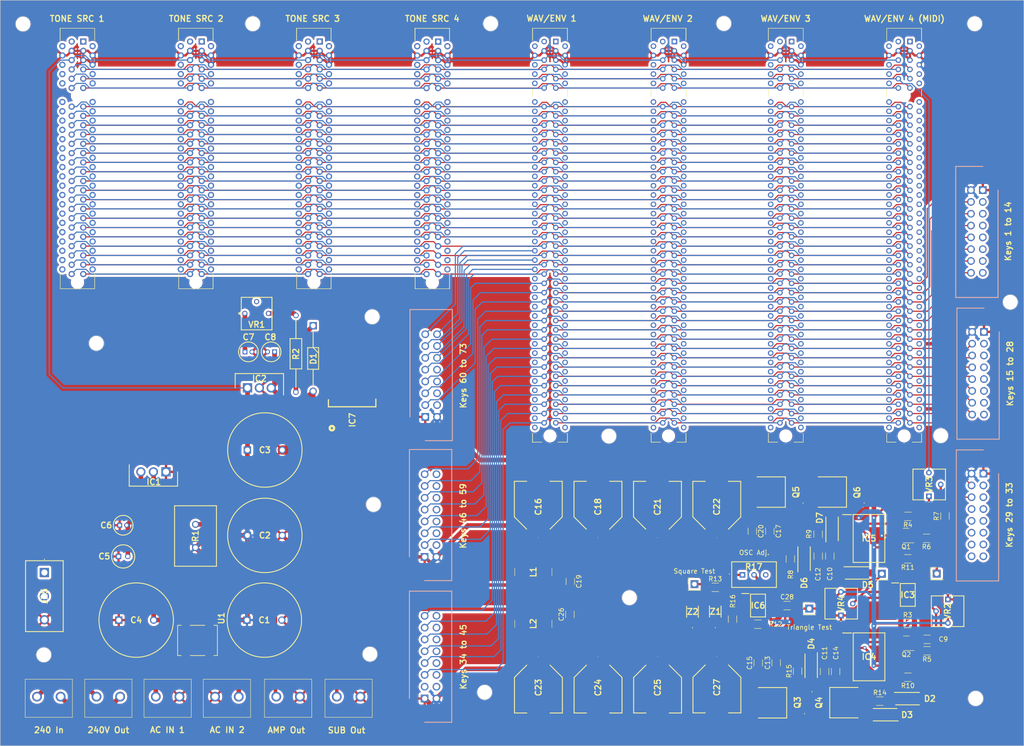
<source format=kicad_pcb>
(kicad_pcb (version 20221018) (generator pcbnew)
  (layers (0 "F.Cu" signal) (1 "In1.Cu" signal) (2 "In2.Cu" signal) (31 "B.Cu" signal) (34 "B.Paste" user) (35 "F.Paste" user) (36 "B.SilkS" user "B.Silkscreen") (37 "F.SilkS" user "F.Silkscreen") (38 "B.Mask" user) (39 "F.Mask" user) (44 "Edge.Cuts" user))
  (net 0 "")
  (net 1 "+30V")
  (net 2 "GND")
  (net 3 "+VT")
  (net 4 "Net-(C4--)")
  (net 5 "-15V")
  (net 6 "Net-(C7-+)")
  (net 7 "+15V")
  (net 8 "Net-(IC3-VINB-)")
  (net 9 "VB2")
  (net 10 "VS2")
  (net 11 "VB1")
  (net 12 "VS1")
  (net 13 "AMP OUT")
  (net 14 "SUBWOOFER")
  (net 15 "Net-(IC6-IN2-)")
  (net 16 "TRI WAVE OUT")
  (net 17 "Net-(D1-K)")
  (net 18 "HO1")
  (net 19 "Net-(D3-A)")
  (net 20 "LO1")
  (net 21 "Net-(D4-A)")
  (net 22 "HO2")
  (net 23 "Net-(D6-A)")
  (net 24 "LO2")
  (net 25 "Net-(D7-A)")
  (net 26 "PCM LNE OUT")
  (net 27 "Net-(IC3-VINA-)")
  (net 28 "PCM SUB OUT")
  (net 29 "+5V")
  (net 30 "VSS1")
  (net 35 "Net-(IC4-HIN)")
  (net 36 "SUB INV")
  (net 38 "VSS2")
  (net 43 "Net-(IC5-HIN)")
  (net 44 "LINE INV")
  (net 46 "Net-(IC6-OUT1)")
  (net 47 "Net-(IC6-IN1+)")
  (net 48 "F1S")
  (net 49 "F#2S")
  (net 50 "G3S")
  (net 51 "G#4S")
  (net 52 "A5S")
  (net 53 "A#6S")
  (net 54 "B7S")
  (net 55 "C8S")
  (net 56 "C#9S")
  (net 57 "D10S")
  (net 58 "D#11S")
  (net 59 "E12S")
  (net 60 "F13S")
  (net 61 "F#14S")
  (net 62 "G15S")
  (net 63 "G#16S")
  (net 64 "A17S")
  (net 65 "A#18S")
  (net 66 "B19S")
  (net 67 "C20S")
  (net 68 "C#21S")
  (net 69 "D22S")
  (net 70 "D#23S")
  (net 71 "E24S")
  (net 72 "F25S")
  (net 73 "F#26S")
  (net 74 "G27S")
  (net 75 "G#28S")
  (net 76 "A29S")
  (net 77 "A#30S")
  (net 78 "B31S")
  (net 79 "C32S")
  (net 80 "C#33S")
  (net 81 "D34S")
  (net 82 "D#35S")
  (net 83 "E36S")
  (net 84 "F37S")
  (net 85 "F#38S")
  (net 86 "G39S")
  (net 87 "G#40S")
  (net 88 "A41S")
  (net 89 "A#42S")
  (net 90 "B43S")
  (net 91 "F1")
  (net 92 "F#2")
  (net 93 "G3")
  (net 94 "G#4")
  (net 95 "A5")
  (net 96 "A#6")
  (net 97 "B7")
  (net 98 "C8")
  (net 99 "C#9")
  (net 100 "D10")
  (net 101 "D#11")
  (net 102 "E12")
  (net 103 "F13")
  (net 104 "F#14")
  (net 105 "G15")
  (net 106 "G#16")
  (net 107 "A17")
  (net 108 "A#18")
  (net 109 "B19")
  (net 110 "C20")
  (net 111 "C#21")
  (net 112 "D22")
  (net 113 "D#23")
  (net 114 "E24")
  (net 115 "F25")
  (net 116 "F#26")
  (net 117 "G27")
  (net 118 "G#28")
  (net 119 "A29")
  (net 120 "A#30")
  (net 121 "B31")
  (net 122 "C32")
  (net 123 "C#33")
  (net 124 "+VED")
  (net 125 "SUSTAIN")
  (net 126 "SOFT")
  (net 127 "LINE OUT")
  (net 128 "EXP1")
  (net 129 "EXP2")
  (net 130 "EXP3")
  (net 131 "F73S")
  (net 132 "E72S")
  (net 133 "D#71S")
  (net 134 "D70S")
  (net 135 "C#69S")
  (net 136 "C68S")
  (net 137 "B67S")
  (net 138 "A#66S")
  (net 139 "A65S")
  (net 140 "G#64S")
  (net 141 "G63S")
  (net 142 "F#62S")
  (net 143 "F61S")
  (net 144 "E60S")
  (net 145 "D#59S")
  (net 146 "D58S")
  (net 147 "C#57S")
  (net 148 "C56S")
  (net 149 "B55S")
  (net 150 "A#54S")
  (net 151 "A53S")
  (net 152 "G#52S")
  (net 153 "G51S")
  (net 154 "F#50S")
  (net 155 "F49S")
  (net 156 "E48S")
  (net 157 "D#47S")
  (net 158 "D46S")
  (net 159 "C#45S")
  (net 160 "C44S")
  (net 161 "F73")
  (net 162 "E72")
  (net 163 "D#71")
  (net 164 "D70")
  (net 165 "C#69")
  (net 166 "C68")
  (net 167 "B67")
  (net 168 "A#66")
  (net 169 "A65")
  (net 170 "G#64")
  (net 171 "G63")
  (net 172 "F#62")
  (net 173 "F61")
  (net 174 "E60")
  (net 175 "D#59")
  (net 176 "D58")
  (net 177 "C#57")
  (net 178 "C56")
  (net 179 "B55")
  (net 180 "A#54")
  (net 181 "A53")
  (net 182 "G#52")
  (net 183 "G51")
  (net 184 "F#50")
  (net 185 "F49")
  (net 186 "E48")
  (net 187 "D#47")
  (net 188 "D46")
  (net 189 "C#45")
  (net 190 "C44")
  (net 191 "B43")
  (net 192 "A#42")
  (net 193 "A41")
  (net 194 "G#40")
  (net 195 "G39")
  (net 196 "F#38")
  (net 197 "F37")
  (net 198 "E36")
  (net 199 "D#35")
  (net 200 "D34")
  (net 201 "EXP4")
  (net 202 "EXP5")
  (net 203 "EXP6")
  (net 204 "EXP7")
  (net 205 "AC1")
  (net 206 "AC2")
  (net 207 "LIVE")
  (net 208 "Neutral")
  (net 209 "Net-(Q1-B)")
  (net 210 "Net-(Q2-B)")
  (net 211 "Net-(VR1-CW)")
  (net 212 "SUB IN")
  (net 213 "SQUARE")
  (net 215 "Net-(Z1-K)")
  (net 216 "EXP8")
  (net 217 "EXP9")
  (net 218 "EXP10")
  (footprint "Connector_PinHeader_2.54mm:PinHeader_1x01_P2.54mm_Vertical" (layer "F.Cu") (at 216.158 137.3502)
    (fp_text reference "J23" hide)
    (fp_text value "Bias Test Point 2" hide)
  )
  (footprint "SamacSys_Parts:877159306" (layer "F.Cu") (at 134.243 22.9232 -90)
    (fp_text reference "J4" hide)
    (fp_text value "WAV/ENV 1")
  )
  (footprint "Resistor_SMD:R_1206_3216Metric" (layer "F.Cu") (at 217.936 124.9804 90)
    (fp_text reference "R7")
    (fp_text value "10k")
  )
  (footprint "SamacSys_Parts:SQMR54K7J" (layer "F.Cu") (at 56.773 131.7526 90)
    (fp_text reference "R1")
    (fp_text value "SQMR54K7J" hide)
  )
  (footprint "SamacSys_Parts:SOIC127P600X175-8N" (layer "F.Cu") (at 209.935 141.9222)
    (fp_text reference "IC3")
    (fp_text value "MCP6022-E_SN" hide)
  )
  (footprint "SamacSys_Parts:EEE0JA152UAP" (layer "F.Cu") (at 168.8886 162.134 -90)
    (fp_text reference "C27")
    (fp_text value "EEEFK1H221P" hide)
  )
  (footprint "Package_TO_SOT_SMD:SOT-23" (layer "F.Cu") (at 209.5817 129.1612 180)
    (fp_text reference "Q1")
    (fp_text value "BC848")
  )
  (footprint "Resistor_SMD:R_1206_3216Metric" (layer "F.Cu") (at 214.0752 153.9364 180)
    (fp_text reference "R5")
    (fp_text value "10k")
  )
  (footprint "SamacSys_Parts:IRFR2905ZTRPBF" (layer "F.Cu") (at 196.1982 165.087 -90)
    (fp_text reference "Q4")
    (fp_text value "IRFR2905ZTRPBF" hide)
  )
  (footprint "Resistor_SMD:R_1206_3216Metric" (layer "F.Cu") (at 172.2472 147.1292 90)
    (fp_text reference "R16")
    (fp_text value "100k")
  )
  (footprint "SamacSys_Parts:TO270P460X1020X2008-3P" (layer "F.Cu") (at 50.423 115.4604 180)
    (fp_text reference "IC1")
    (fp_text value "L7915CV" hide)
  )
  (footprint "Resistor_SMD:R_1206_3216Metric" (layer "F.Cu") (at 209.935 134.1752 180)
    (fp_text reference "R11")
    (fp_text value "10k")
  )
  (footprint "SamacSys_Parts:DIOM5127X229N" (layer "F.Cu") (at 199.0384 137.1978)
    (fp_text reference "D5")
    (fp_text value "US1M-E3_5AT" hide)
  )
  (footprint "SamacSys_Parts:CAPPRD750W85D1600H3350" (layer "F.Cu") (at 67.9328 129.1256)
    (fp_text reference "C2")
    (fp_text value "ECA1HHG222" hide)
  )
  (footprint "SamacSys_Parts:SRN8040220M" (layer "F.Cu") (at 129.417 136.9946 -90)
    (fp_text reference "L1")
    (fp_text value "SRN8040-220M" hide)
  )
  (footprint "SamacSys_Parts:DIOM5127X229N" (layer "F.Cu") (at 189.1578 157.1622 -90)
    (fp_text reference "D4")
    (fp_text value "US1M-E3_5AT" hide)
  )
  (footprint "SamacSys_Parts:SOIC127P1032X265-16N" (layer "F.Cu") (at 201.5914 129.781)
    (fp_text reference "IC5")
    (fp_text value "IR2113SPBF" hide)
  )
  (footprint "Capacitor_SMD:C_1206_3216Metric" (layer "F.Cu") (at 177.7786 156.5526 90)
    (fp_text reference "C15")
    (fp_text value "220nF")
  )
  (footprint "Connector_PinHeader_2.54mm:PinHeader_1x01_P2.54mm_Vertical" (layer "F.Cu") (at 204.347 137.3756)
    (fp_text reference "J24" hide)
    (fp_text value "Bias Test Point 1" hide)
  )
  (footprint "Resistor_SMD:R_1206_3216Metric" (layer "F.Cu") (at 190.6564 128.8412 -90)
    (fp_text reference "R9")
    (fp_text value "10R")
  )
  (footprint "Resistor_SMD:R_1206_3216Metric" (layer "F.Cu") (at 177.7024 148.2214 180)
    (fp_text reference "R12")
    (fp_text value "100k")
  )
  (footprint "SamacSys_Parts:T73YP103KT20" (layer "F.Cu") (at 195.5586 146.3418 90)
    (fp_text reference "VR4")
    (fp_text value "T73YP103KT20" hide)
  )
  (footprint "SamacSys_Parts:CAPPRD150W47D425H800" (layer "F.Cu") (at 73.779 89.654 180)
    (fp_text reference "C8")
    (fp_text value "MCMHR50V104M4X7" hide)
  )
  (footprint "SamacSys_Parts:DIOAD1405W86L465D235" (layer "F.Cu") (at 82.0714 84.0269 -90)
    (fp_text reference "D1")
    (fp_text value "1N4002G" hide)
  )
  (footprint "SamacSys_Parts:1001878410212TLF" (layer "F.Cu") (at 32.643 22.9232 -90)
    (fp_text reference "J8" hide)
    (fp_text value "TONE SRC 1")
  )
  (footprint "SamacSys_Parts:SOT508P985X260-4N" (layer "F.Cu") (at 57.2048 151.7062 -90)
    (fp_text reference "U1")
    (fp_text value "DF06S" hide)
  )
  (footprint "SamacSys_Parts:17761192" (layer "F.Cu") (at 22.6862 163.7972)
    (fp_text reference "J12" hide)
    (fp_text value "240 In")
  )
  (footprint "Capacitor_SMD:C_1206_3216Metric" (layer "F.Cu") (at 137.3672 139.0266 -90)
    (fp_text reference "C19")
    (fp_text value "390nF")
  )
  (footprint "Resistor_SMD:R_1206_3216Metric" (layer "F.Cu") (at 209.9604 125.0312 180)
    (fp_text reference "R4")
    (fp_text value "10k")
  )
  (footprint "SamacSys_Parts:CAPPRD750W85D1600H3350" (layer "F.Cu") (at 67.8312 147.3374)
    (fp_text reference "C1")
    (fp_text value "ECA1HHG222" hide)
  )
  (footprint "Capacitor_SMD:C_1206_3216Metric" (layer "F.Cu") (at 137.291 146.1132 90)
    (fp_text reference "C26")
    (fp_text value "5.6uF")
  )
  (footprint "SamacSys_Parts:1001878410212TLF" (layer "F.Cu") (at 108.9488 22.9392 -90)
    (fp_text reference "J5" hide)
    (fp_text value "TONE SRC 4")
  )
  (footprint "Capacitor_SMD:C_1206_3216Metric" (layer "F.Cu") (at 181.6394 156.5272 90)
    (fp_text reference "C13")
    (fp_text value "100nF")
  )
  (footprint "Capacitor_SMD:C_1206_3216Metric" (layer "F.Cu") (at 190.6818 133.591 -90)
    (fp_text reference "C12")
    (fp_text value "22uF")
  )
  (footprint "SamacSys_Parts:1001878410212TLF" (layer "F.Cu") (at 58.1046 22.9232 -90)
    (fp_text reference "J7" hide)
    (fp_text value "TONE SRC 2")
  )
  (footprint "Capacitor_SMD:C_1206_3216Metric" (layer "F.Cu") (at 193.171 133.591 90)
    (fp_text reference "C10")
    (fp_text value "220nF")
  )
  (footprint "SamacSys_Parts:CAPPRD150W47D425H800" (layer "F.Cu") (at 67.4022 89.654)
    (fp_text reference "C7")
    (fp_text value "MCMHR50V104M4X7" hide)
  )
  (footprint "SamacSys_Parts:T73YP103KT20" (layer "F.Cu") (at 214.4816 120.7132 90)
    (fp_text reference "VR3")
    (fp_text value "T73YP103KT20" hide)
  )
  (footprint "SamacSys_Parts:PDZVTFTR47B" (layer "F.Cu") (at 168.5388 145.5036 180)
    (fp_text reference "Z1")
    (fp_text value "PDZVTFTR4.7B" hide)
  )
  (footprint "SamacSys_Parts:T73YP103KT20" (layer "F.Cu") (at 218.5548 142.8874 -90)
    (fp_text reference "VR2")
    (fp_text value "T73YP103KT20" hide)
  )
  (footprint "SamacSys_Parts:CAPPRD750W85D1600H3350" (layer "F.Cu") (at 67.9328 110.7614)
    (fp_text reference "C3")
    (fp_text value "ECA1HHG222" hide)
  )
  (footprint "SamacSys_Parts:17761192" (layer "F.Cu") (at 35.4878 163.7972)
    (fp_text reference "J11" hide)
    (fp_text value "240V Out")
  )
  (footprint "SamacSys_Parts:17761192" (layer "F.Cu") (at 48.2386 163.8022)
    (fp_text reference "J9" hide)
    (fp_text value "AC IN 1")
  )
  (footprint "SamacSys_Parts:CAPPRD150W47D425H800" (layer "F.Cu") (at 40.4688 126.9412)
    (fp_text reference "C6")
    (fp_text value "MCMHR50V104M4X7" hide)
  )
  (footprint "SamacSys_Parts:SRN8040220M" (layer "F.Cu") (at 129.417 148.1198 90)
    (fp_text reference "L2")
    (fp_text value "SRN8040-220M" hide)
  )
  (footprint "SamacSys_Parts:EEE0JA152UAP" (layer "F.Cu") (at 130.4838 122.6436 90)
    (fp_text reference "C16")
    (fp_text value "EEEFK1H221P" hide)
  )
  (footprint "Resistor_SMD:R_1206_3216Metric" (layer "F.Cu") (at 213.9736 129.7556 180)
    (fp_text reference "R6")
    (fp_text value "10k")
  )
  (footprint "Connector_PinHeader_2.54mm:PinHeader_1x01_P2.54mm_Vertical" (layer "F.Cu") (at 164.0626 139.6108)
    (fp_text reference "J22" hide)
    (fp_text value "Square Test")
  )
  (footprint "SamacSys_Parts:DIOM5127X229N" (layer "F.Cu") (at 209.8842 164.2234)
    (fp_text reference "D2")
    (fp_text value "US1M-E3_5AT" hide)
  )
  (footprint "SamacSys_Parts:1001878410212TLF" (layer "F.Cu") (at 83.4792 22.9232 -90)
    (fp_text reference "J6" hide)
    (fp_text value "TONE SRC 3")
  )
  (footprint "Capacitor_SMD:C_1206_3216Metric" (layer "F.Cu") (at 183.9762 144.2082)
    (fp_text reference "C28")
    (fp_text value "1nF")
  )
  (footprint "SamacSys_Parts:877159306" (layer "F.Cu") (at 184.9522 22.9232 -90)
    (fp_text reference "J2" hide)
    (fp_text value "WAV/ENV 3")
  )
  (footprint "SamacSys_Parts:DIOM5127X229N" (layer "F.Cu") (at 205.0582 167.6778 180)
    (fp_text reference "D3")
    (fp_text value "US1M-E3_5AT" hide)
  )
  (footprint "Connector_PinHeader_2.54mm:PinHeader_1x01_P2.54mm_Vertical" (layer "F.Cu") (at 188.7514 144.8686)
    (fp_text reference "J19" hide)
    (fp_text value "Triangle Test")
  )
  (footprint "SamacSys_Parts:IRFR2905ZTRPBF" (layer "F.Cu") (at 180.559 119.8062 90)
    (fp_text reference "Q5")
    (fp_text value "IRFR2905ZTRPBF" hide)
  )
  (footprint "SamacSys_Parts:17761192" (layer "F.Cu") (at 87.1514 163.7972)
    (fp_text reference "J21" hide)
    (fp_text value "SUB Out")
  )
  (footprint "Package_TO_SOT_SMD:SOT-23" (layer "F.Cu") (at 209.6262 152.3238 180)
    (fp_text reference "Q2")
    (fp_text value "BC848")
  )
  (footprint "SamacSys_Parts:D2PAK-STB35NF10T4" (layer "F.Cu") (at 95.5534 101.465 -90)
    (fp_text reference "IC7")
    (fp_text value "L7805ACD2T-TR" hide)
  )
  (footprint "SamacSys_Parts:DIOM5127X229N" (layer "F.Cu") (at 193.6536 127.7236 90)
    (fp_text reference "D7")
    (fp_text value "US1M-E3_5AT" hide)
  )
  (footprint "Resistor_SMD:R_1206_3216Metric" (layer "F.Cu") (at 203.9406 164.7568)
    (fp_text reference "R14")
    (fp_text value "10R")
  )
  (footprint "SamacSys_Parts:EEE0JA152UAP" (layer "F.Cu") (at 156.1378 162.1646 -90)
    (fp_text reference "C25")
    (fp_text value "EEEFK1H221P" hide)
  )
  (footprint "Resistor_SMD:R_1206_3216Metric" (layer "F.Cu") (at 184.6874 134.1859 -90)
    (fp_text reference "R8")
    (fp_text value "10R")
  )
  (footprint "SamacSys_Parts:877159306" (layer "F.Cu") (at 159.7446 22.9232 -90)
    (fp_text reference "J3" hide)
    (fp_text value "WAV/ENV 2")
  )
  (footprint "Capacitor_SMD:C_1206_3216Metric" (layer "F.Cu") (at 180.2678 128.233 -90)
    (fp_text reference "C17")
    (fp_text value "100nF")
  )
  (footprint "SamacSys_Parts:877159306" (layer "F.Cu") (at 210.403 22.9232 -90)
    (fp_text reference "J1" hide)
    (fp_text value "WAV/ENV 4 (MIDI)")
  )
  (footprint "SamacSys_Parts:IRFR2905ZTRPBF" (layer "F.Cu") (at 193.7044 119.8002 90)
    (fp_text reference "Q6")
    (fp_text value "IRFR2905ZTRPBF" hide)
  )
  (footprint "SamacSys_Parts:PDZVTFTR47B" (layer "F.Cu") (at 163.6366 145.5388 180)
    (fp_text reference "Z2")
    (fp_text value "PDZVTFTR4.7B" hide)
  )
  (footprint "Capacitor_SMD:C_1206_3216Metric" (layer "F.Cu") (at 176.5086 128.233 -90)
    (fp_text reference "C20")
    (fp_text value "220nF")
  )
  (footprint "SamacSys_Parts:17761192" (layer "F.Cu") (at 74.1466 163.7916)
    (fp_text reference "J20" hide)
    (fp_text value "AMP Out")
  )
  (footprint "Resistor_SMD:R_1206_3216Metric" (layer "F.Cu") (at 186.2368 158.3159 90)
    (fp_text reference "R15")
    (fp_text value "10R")
  )
  (footprint "SamacSys_Parts:EEE0JA152UAP" (layer "F.Cu") (at 143.3362 162.1646 -90)
    (fp_text reference "C24")
    (fp_text value "EEEFK1H221P" hide)
  )
  (footprint "SamacSys_Parts:CAPPRD750W85D1600H3350" (layer "F.Cu") (at 40.2722 147.3374)
    (fp_text reference "C4")
    (fp_text value "ECA1HHG222" hide)
  )
  (footprint "SamacSys_Parts:IRFR2905ZTRPBF" (layer "F.Cu") (at 180.852 165.1124 90)
    (fp_text reference "Q3")
    (fp_text value "IRFR2905ZTRPBF" hide)
  )
  (footprint "SamacSys_Parts:EEE0JA152UAP" (layer "F.Cu") (at 156.1124 122.6488 90)
    (fp_text reference "C21")
    (fp_text value "EEEFK1H221P" hide)
  )
  (footprint "Capacitor_SMD:C_1206_3216Metric" (layer "F.Cu") (at 192.0534 158.4068 90)
    (fp_text reference "C11")
    (fp_text value "220nF")
  )
  (footprint "SamacSys_Parts:RESAD1650W60L650D250" (layer "F.Cu") (at 78.363 98.3104 90)
    (fp_text reference "R2")
    (fp_text value "MRS25000C1801FCT00" hide)
  )
  (footprint "SamacSys_Parts:EEE0JA152UAP" (layer "F.Cu") (at 168.8632 122.6488 90)
    (fp_text reference "C22")
    (fp_text value "EEEFK1H221P" hide)
  )
  (footprint "SamacSys_Parts:TO255P460X1020X2008-3P" (layer "F.Cu") (at 67.9544 97.401)
    (fp_text reference "IC2")
    (fp_text value "L78S15CV" hide)
  )
  (footprint "SamacSys_Parts:SOIC127P600X175-8N" (layer "F.Cu") (at 177.7278 144.2082)
    (fp_text reference "IC6")
    (fp_text value "LM358DT" hide)
  )
  (footprint "SamacSys_Parts:EEE0JA152UAP" (layer "F.Cu") (at 143.3108 122.6436 90)
    (fp_text reference "C18")
    (fp_text value "EEEFK1H221P" hide)
  )
  (footprint "SamacSys_Parts:17761192" (layer "F.Cu") (at 60.9894 163.8022)
    (fp_text reference "J10" hide)
    (fp_text value "AC IN 2")
  )
  (footprint "SamacSys_Parts:CT9EW104" (layer "F.Cu") (at 174.3788 137.6042 -90)
    (fp_text reference "R17")
    (fp_text value "CT-9EW104" hide)
  )
  (footprint "SamacSys_Parts:CTB05083" (layer "F.Cu") (at 24.2824 137.1092 -90)
    (fp_text reference "J25")
    (fp_text value "Pedals" hide)
  )
  (footprint "Resistor_SMD:R_1206_3216Metric" (layer "F.Cu") (at 209.9604 159.626 180)
    (fp_text reference "R10")
    (fp_text value "10k")
  )
  (footprint "SamacSys_Parts:DIOM5127X229N" (layer "F.Cu") (at 187.6338 134.1318 90)
    (fp_text reference "D6")
    (fp_text value "US1M-E3_5AT" hide)
  )
  (footprint "SamacSys_Parts:SOIC127P1032X265-16N" (layer "F.Cu") (at 201.6038 155.2318)
    (fp_text reference "IC4")
    (fp_text value "IR2113SPBF" hide)
  )
  (footprint "SamacSys_Parts:EEE0JA152UAP" (layer "F.Cu") (at 130.5092 162.1646 -90)
    (fp_text reference "C23")
    (fp_text value "EEEFK1H221P" hide)
  )
  (footprint "Capacitor_SMD:C_1206_3216Metric" (layer "F.Cu") (at 214.1006 151.4726 180)
    (fp_text reference "C9")
    (fp_text value "68nF")
  )
  (footprint "SamacSys_Parts:3362P_1" (layer "F.Cu") (at 69.9157 84.9206)
    (fp_text reference "VR1")
    (fp_text value "3362P-1-102LF" hide)
  )
  (footprint "Resistor_SMD:R_1206_3216Metric" (layer "F.Cu") (at 168.5388 140.2966)
    (fp_text reference "R13")
    (fp_text value "5k1")
  )
  (footprint "SamacSys_Parts:CAPPRD200W55D500H1250" (layer "F.Cu") (at 40.2188 133.6468)
    (fp_text reference "C5")
    (fp_text value "EEUFC1H4R7" hide)
  )
  (footprint "Capacitor_SMD:C_1206_3216Metric" (layer "F.Cu") (at 194.4156 158.4068 -90)
    (fp_text reference "C14")
    (fp_text value "22uF")
  )
  (footprint "Resistor_SMD:R_1206_3216Metric" (layer "F.Cu") (at 209.9056 148.0566)
    (fp_text reference "R3")
    (fp_text value "10k")
  )
  (footprint "SamacSys_Parts:SHDR16W64P254_2X8_2798X910X910P" (layer "B.Cu") (at 106.176 103.6444 90)
    (fp_text reference "J18" hide)
    (fp_text value "Keys 60 to 73")
  )
  (footprint "SamacSys_Parts:SHDR16W64P254_2X8_2798X910X910P" (layer "B.Cu") (at 226.191 115.8364 -90)
    (fp_text reference "J15" hide)
    (fp_text value "Keys 29 to 33")
  )
  (footprint "SamacSys_Parts:SHDR16W64P254_2X8_2798X910X910P" (layer "B.Cu") (at 226.064 54.8764 -90)
    (fp_text reference "J13" hide)
    (fp_text value "Keys 1 to 14")
  )
  (footprint "SamacSys_Parts:SHDR16W64P254_2X8_2798X910X910P" (layer "B.Cu") (at 106.049 133.7434 90)
    (fp_text reference "J17" hide)
    (fp_text value "Keys 46 to 59")
  )
  (footprint "SamacSys_Parts:SHDR16W64P254_2X8_2798X910X910P" (layer "B.Cu") (at 226.318 85.3564 -90)
    (fp_text reference "J14" hide)
    (fp_text value "Keys 15 to 28")
  )
  (footprint "SamacSys_Parts:SHDR16W64P254_2X8_2798X910X910P" (layer "B.Cu") (at 106.049 164.198 90)
    (fp_text reference "J16" hide)
    (fp_text value "Keys 34 to 45")
  )
  (gr_circle (center 94.7674 82.1182) (end 96.3676 82.1436) (stroke (width 0.1)) (fill none) (layer "Edge.Cuts"))
  (gr_circle (center 95.0468 122.4788) (end 96.647 122.4788) (stroke (width 0.1)) (fill none) (layer "Edge.Cuts"))
  (gr_circle (center 224.536 164.1856) (end 226.1616 164.1856) (stroke (width 0.1)) (fill none) (layer "Edge.Cuts"))
  (gr_circle (center 69.088 19.1008) (end 70.6882 19.2278) (stroke (width 0.1)) (fill none) (layer "Edge.Cuts"))
  (gr_circle (center 150.0886 142.5194) (end 151.6888 142.5448) (stroke (width 0.1)) (fill none) (layer "Edge.Cuts"))
  (gr_circle (center 170.3832 19.05) (end 171.9834 19.05) (stroke (width 0.1)) (fill none) (layer "Edge.Cuts"))
  (gr_circle (center 24.1554 154.813) (end 25.7556 154.813) (stroke (width 0.1)) (fill none) (layer "Edge.Cuts"))
  (gr_rect (start 14.7828 14.0462) (end 234.8992 174.3456) (stroke (width 0.1)) (fill none) (layer "Edge.Cuts"))
  (gr_circle (center 120.2436 19.0754) (end 121.8438 19.0754) (stroke (width 0.1)) (fill none) (layer "Edge.Cuts"))
  (gr_circle (center 94.2848 154.6606) (end 95.885 154.6606) (stroke (width 0.1)) (fill none) (layer "Edge.Cuts"))
  (gr_circle (center 145.669 107.7722) (end 147.2692 107.7976) (stroke (width 0.1)) (fill none) (layer "Edge.Cuts"))
  (gr_circle (center 35.4584 87.8078) (end 37.0586 87.7824) (stroke (width 0.1)) (fill none) (layer "Edge.Cuts"))
  (gr_circle (center 224.3328 19.1008) (end 225.933 19.0754) (stroke (width 0.1)) (fill none) (layer "Edge.Cuts"))
  (gr_circle (center 118.9482 162.8648) (end 120.5484 162.8394) (stroke (width 0.1)) (fill none) (layer "Edge.Cuts"))
  (gr_circle (center 19.685 19.1516) (end 21.2852 19.2024) (stroke (width 0.1)) (fill none) (layer "Edge.Cuts"))
  (gr_circle (center 217.0176 107.6706) (end 217.043 109.2708) (stroke (width 0.1)) (fill none) (layer "Edge.Cuts"))
  (gr_circle (center 231.9782 78.9686) (end 230.378 78.9432) (stroke (width 0.1)) (fill none) (layer "Edge.Cuts"))
  (gr_text "OSC Adj." (at 173.5876 133.4132) (layer "F.SilkS") (effects (font (size 1 1)) (justify left bottom)))
  (segment (start 59.7448 134.7244) (end 56.773 131.7526) (width 1) (layer "F.Cu") (net 1))
  (segment (start 180.2678 129.708) (end 181.2044 129.708) (width 1) (layer "F.Cu") (net 1))
  (segment (start 168.8632 126.9988) (end 171.5724 129.708) (width 1) (layer "F.Cu") (net 1))
  (segment (start 181.6394 155.0522) (end 182.6282 155.0522) (width 1) (layer "F.Cu") (net 1))
  (segment (start 67.9328 134.8864) (end 67.9328 147.2358) (width 1) (layer "F.Cu") (net 1))
  (segment (start 183.2394 155.6634) (end 183.2394 161.798) (width 1) (layer "F.Cu") (net 1))
  (segment (start 182.1982 128.7142) (end 182.1982 122.3724) (width 1) (layer "F.Cu") (net 1))
  (segment (start 182.1982 122.3724) (end 179.632 119.8062) (width 1) (layer "F.Cu") (net 1))
  (segment (start 143.3362 157.8146) (end 156.1378 157.8146) (width 1) (layer "F.Cu") (net 1))
  (segment (start 156.1124 126.9988) (end 168.8632 126.9988) (width 1) (layer "F.Cu") (net 1))
  (segment (start 130.5092 157.8146) (end 143.3362 157.8146) (width 1) (layer "F.Cu") (net 1))
  (segment (start 59.7448 147.312) (end 59.7448 134.7244) (width 1) (layer "F.Cu") (net 1))
  (segment (start 130.4838 126.9936) (end 143.3108 126.9936) (width 1) (layer "F.Cu") (net 1))
  (segment (start 168.8886 157.784) (end 156.1684 157.784) (width 1) (layer "F.Cu") (net 1))
  (segment (start 67.9328 129.1256) (end 59.4 129.1256) (width 1) (layer "F.Cu") (net 1))
  (segment (start 182.6282 155.0522) (end 183.2394 155.6634) (width 1) (layer "F.Cu") (net 1))
  (segment (start 156.1684 157.784) (end 156.1378 157.8146) (width 1) (layer "F.Cu") (net 1))
  (segment (start 171.6204 155.0522) (end 181.6394 155.0522) (width 1) (layer "F.Cu") (net 1))
  (segment (start 67.8058 147.312) (end 67.8312 147.3374) (width 1) (layer "F.Cu") (net 1))
  (segment (start 59.7448 147.312) (end 67.8058 147.312) (width 1) (layer "F.Cu") (net 1))
  (segment (start 171.5724 129.708) (end 180.2678 129.708) (width 1) (layer "F.Cu") (net 1))
  (segment (start 181.2044 129.708) (end 182.1982 128.7142) (width 1) (layer "F.Cu") (net 1))
  (segment (start 59.4 129.1256) (end 56.773 131.7526) (width 1) (layer "F.Cu") (net 1))
  (segment (start 143.3108 126.9936) (end 156.1072 126.9936) (width 1) (layer "F.Cu") (net 1))
  (segment (start 115.3388 126.9936) (end 130.4838 126.9936) (width 1) (layer "F.Cu") (net 1))
  (segment (start 67.9328 147.2358) (end 67.8312 147.3374) (width 1) (layer "F.Cu") (net 1))
  (segment (start 168.8886 157.784) (end 171.6204 155.0522) (width 1) (layer "F.Cu") (net 1))
  (segment (start 67.9328 129.1256) (end 67.9328 134.8864) (width 1) (layer "F.Cu") (net 1))
  (segment (start 114.9724 157.8146) (end 108.589 164.198) (width 1) (layer "F.Cu") (net 1))
  (segment (start 156.1072 126.9936) (end 156.1124 126.9988) (width 1) (layer "F.Cu") (net 1))
  (segment (start 183.2394 161.798) (end 179.925 165.1124) (width 1) (layer "F.Cu") (net 1))
  (segment (start 108.589 133.7434) (end 115.3388 126.9936) (width 1) (layer "F.Cu") (net 1))
  (segment (start 130.5092 157.8146) (end 114.9724 157.8146) (width 1) (layer "F.Cu") (net 1))
  (segment (start 103.0518 139.56) (end 103.0518 165.7474) (width 1) (layer "B.Cu") (net 1))
  (segment (start 67.9328 116.1758) (end 67.9328 129.1256) (width 1) (layer "B.Cu") (net 1))
  (segment (start 108.716 110.731) (end 105.9982 113.4488) (width 1) (layer "B.Cu") (net 1))
  (segment (start 70.5906 113.4488) (end 67.8982 116.1412) (width 1) (layer "B.Cu") (net 1))
  (segment (start 103.0518 165.7474) (end 105.2108 167.9064) (width 1) (layer "B.Cu") (net 1))
  (segment (start 108.589 166.103) (end 108.589 164.198) (width 1) (layer "B.Cu") (net 1))
  (segment (start 105.922 136.6898) (end 108.589 134.0228) (width 1) (layer "B.Cu") (net 1))
  (segment (start 67.9328 129.1256) (end 75.497 136.6898) (width 1) (layer "B.Cu") (net 1))
  (segment (start 105.922 136.6898) (end 103.0518 139.56) (width 1) (layer "B.Cu") (net 1))
  (segment (start 75.497 136.6898) (end 105.922 136.6898) (width 1) (layer "B.Cu") (net 1))
  (segment (start 105.2108 167.9064) (end 106.9888 167.9064) (width 1) (layer "B.Cu") (net 1))
  (segment (start 108.589 134.0228) (end 108.589 133.7434) (width 1) (layer "B.Cu") (net 1))
  (segment (start 108.716 103.6444) (end 108.716 110.731) (width 1) (layer "B.Cu") (net 1))
  (segment (start 105.9982 113.4488) (end 70.5906 113.4488) (width 1) (layer "B.Cu") (net 1))
  (segment (start 67.8982 116.1412) (end 67.9328 116.1758) (width 1) (layer "B.Cu") (net 1))
  (segment (start 108.6906 166.2046) (end 108.589 166.103) (width 1) (layer "B.Cu") (net 1))
  (segment (start 106.9888 167.9064) (end 108.6906 166.2046) (width 1) (layer "B.Cu") (net 1))
  (segment (start 121.6634 118.2936) (end 114.6088 111.239) (width 1) (layer "F.Cu") (net 2))
  (segment (start 134.243 26.9232) (end 135.243 26.9232) (width 0.5) (layer "F.Cu") (net 2))
  (segment (start 210.403 24.9232) (end 207.903 24.9232) (width 0.5) (layer "F.Cu") (net 2))
  (segment (start 185.9522 26.9232) (end 186.9522 27.9232) (width 0.5) (layer "F.Cu") (net 2))
  (segment (start 140.466 140.6504) (end 137.3672 137.5516) (width 1) (layer "F.Cu") (net 2))
  (segment (start 106.049 133.7434) (end 80.0506 133.7434) (width 0.75) (layer "F.Cu") (net 2))
  (segment (start 180.4522 25.9232) (end 181.4522 25.9232) (width 0.5) (layer "F.Cu") (net 2))
  (segment (start 212.403 25.9232) (end 211.403 25.9232) (width 0.5) (layer "F.Cu") (net 2))
  (segment (start 83.4792 26.9232) (end 84.4792 26.9232) (width 0.5) (layer "F.Cu") (net 2))
  (segment (start 135.243 25.9232) (end 134.243 24.9232) (width 0.5) (layer "F.Cu") (net 2))
  (segment (start 53.6046 25.9232) (end 54.6046 25.9232) (width 0.5) (layer "F.Cu") (net 2))
  (segment (start 32.643 24.9232) (end 30.143 24.9232) (width 0.5) (layer "F.Cu") (net 2))
  (segment (start 58.1046 26.9232) (end 59.1046 26.9232) (width 0.5) (layer "F.Cu") (net 2))
  (segment (start 156.1684 166.484) (end 156.1378 166.5146) (width 1) (layer "F.Cu") (net 2))
  (segment (start 84.4792 26.9232) (end 85.4792 27.9232) (width 0.5) (layer "F.Cu") (net 2))
  (segment (start 108.9488 26.9392) (end 109.9488 26.9392) (width 0.5) (layer "F.Cu") (net 2))
  (segment (start 75.4328 110.7614) (end 86.471 110.7614) (width 2) (layer "F.Cu") (net 2))
  (segment (start 33.643 26.9232) (end 34.643 27.9232) (width 0.5) (layer "F.Cu") (net 2))
  (segment (start 176.5086 125.9442) (end 168.8632 118.2988) (width 1) (layer "F.Cu") (net 2))
  (segment (start 80.9792 24.9232) (end 83.4792 24.9232) (width 0.5) (layer "F.Cu") (net 2))
  (segment (start 177.345 158.0276) (end 168.8886 166.484) (width 1) (layer "F.Cu") (net 2))
  (segment (start 29.143 25.9232) (end 30.143 24.9232) (width 0.5) (layer "F.Cu") (net 2))
  (segment (start 58.1046 24.9232) (end 55.6046 24.9232) (width 0.5) (layer "F.Cu") (net 2))
  (segment (start 137.3672 137.5516) (end 109.8572 137.5516) (width 0.75) (layer "F.Cu") (net 2))
  (segment (start 130.5092 166.5146) (end 108.3656 166.5146) (width 1) (layer "F.Cu") (net 2))
  (segment (start 28.143 25.9232) (end 29.143 25.9232) (width 0.5) (layer "F.Cu") (net 2))
  (segment (start 184.9522 26.9232) (end 185.9522 26.9232) (width 0.5) (layer "F.Cu") (net 2))
  (segment (start 58.1046 26.9232) (end 58.1046 24.9232) (width 0.5) (layer "F.Cu") (net 2))
  (segment (start 184.9522 24.9232) (end 182.4522 24.9232) (width 0.5) (layer "F.Cu") (net 2))
  (segment (start 168.8632 118.2988) (end 156.1124 118.2988) (width 1) (layer "F.Cu") (net 2))
  (segment (start 32.643 24.9232) (end 32.643 26.9232) (width 0.5) (layer "F.Cu") (net 2))
  (segment (start 79.9792 25.9232) (end 80.9792 24.9232) (width 0.5) (layer "F.Cu") (net 2))
  (segment (start 186.9522 25.9232) (end 185.9522 25.9232) (width 0.5) (layer "F.Cu") (net 2))
  (segment (start 205.903 25.9232) (end 206.903 25.9232) (width 0.5) (layer "F.Cu") (net 2))
  (segment (start 130.743 25.9232) (end 131.743 24.9232) (width 0.5) (layer "F.Cu") (net 2))
  (segment (start 156.2446 25.9232) (end 157.2446 24.9232) (width 0.5) (layer "F.Cu") (net 2))
  (segment (start 210.403 24.9232) (end 210.403 26.9232) (width 0.5) (layer "F.Cu") (net 2))
  (segment (start 86.471 110.7614) (end 90.4788 106.7536) (width 2) (layer "F.Cu") (net 2))
  (segment (start 40.2722 133.7002) (end 40.2188 133.6468) (width 1) (layer "F.Cu") (net 2))
  (segment (start 108.3656 166.5146) (end 106.049 164.198) (width 1) (layer "F.Cu") (net 2))
  (segment (start 185.9522 25.9232) (end 184.9522 24.9232) (width 0.5) (layer "F.Cu") (net 2))
  (segment (start 143.316 118.2988) (end 143.3108 118.2936) (width 1) (layer "F.Cu") (net 2))
  (segment (start 159.7446 26.9232) (end 160.7446 26.9232) (width 0.5) (layer "F.Cu") (net 2))
  (segment (start 90.4788 106.7536) (end 90.4788 94.1194) (width 2) (layer "F.Cu") (net 2))
  (segment (start 199.0774 117.5202) (end 197.7574 116.2002) (width 1) (layer "F.Cu") (net 2))
  (segment (start 54.6046 25.9232) (end 55.6046 24.9232) (width 0.5) (layer "F.Cu") (net 2))
  (segment (start 161.7446 25.9232) (end 161.7446 27.9232) (width 0.5) (layer "F.Cu") (net 2))
  (segment (start 129.743 25.9232) (end 130.743 25.9232) (width 0.5) (layer "F.Cu") (net 2))
  (segment (start 106.4488 24.9392) (end 108.9488 24.9392) (width 0.5) (layer "F.Cu") (net 2))
  (segment (start 137.721 147.5882) (end 140.466 144.8432) (width 1) (layer "F.Cu") (net 2))
  (segment (start 160.7446 26.9232) (end 161.7446 27.9232) (width 0.5) (layer "F.Cu") (net 2))
  (segment (start 137.291 147.5882) (end 137.721 147.5882) (width 1) (layer "F.Cu") (net 2))
  (segment (start 114.6088 111.239) (end 86.9486 111.239) (width 1) (layer "F.Cu") (net 2))
  (segment (start 159.7446 26.9232) (end 159.7446 24.9232) (width 0.5) (layer "F.Cu") (net 2))
  (segment (start 78.9792 25.9232) (end 79.9792 25.9232) (width 0.5) (layer "F.Cu") (net 2))
  (segment (start 136.243 27.9232) (end 136.243 25.9232) (width 0.5) (layer "F.Cu") (net 2))
  (segment (start 80.0506 133.7434) (end 75.4328 129.1256) (width 0.75) (layer "F.Cu") (net 2))
  (segment (start 83.4792 26.9232) (end 83.4792 24.9232) (width 0.5) (layer "F.Cu") (net 2))
  (segment (start 170.9618 116.2002) (end 168.8632 118.2988) (width 1) (layer "F.Cu") (net 2))
  (segment (start 134.243 24.9232) (end 134.243 26.9232) (width 0.5) (layer "F.Cu") (net 2))
  (segment (start 180.2678 126.758) (end 176.5086 126.758) (width 1) (layer "F.Cu") (net 2))
  (segment (start 181.4522 25.9232) (end 182.4522 24.9232) (width 0.5) (layer "F.Cu") (net 2))
  (segment (start 108.9488 26.9392) (end 108.9488 24.9392) (width 0.5) (layer "F.Cu") (net 2))
  (segment (start 131.743 24.9232) (end 134.243 24.9232) (width 0.5) (layer "F.Cu") (net 2))
  (segment (start 109.8572 137.5516) (end 106.049 133.7434) (width 0.75) (layer "F.Cu") (net 2))
  (segment (start 85.4792 25.9232) (end 84.4792 25.9232) (width 0.5) (layer "F.Cu") (net 2))
  (segment (start 110.9488 25.9392) (end 109.9488 25.9392) (width 0.5) (layer "F.Cu") (net 2))
  (segment (start 86.9486 111.239) (end 86.471 110.7614) (width 1) (layer "F.Cu") (net 2))
  (segment (start 59.1046 26.9232) (end 60.1046 27.9232) (width 0.5) (layer "F.Cu") (net 2))
  (segment (start 181.6394 158.0022) (end 177.804 158.0022) (width 1) (layer "F.Cu") (net 2))
  (segment (start 130.4838 118.2936) (end 121.6634 118.2936) (width 1) (layer "F.Cu") (net 2))
  (segment (start 110.9488 25.9392) (end 110.9488 27.9392) (width 0.5) (layer "F.Cu") (net 2))
  (segment (start 177.7786 158.0276) (end 177.345 158.0276) (width 1) (layer "F.Cu") (net 2))
  (segment (start 143.3362 166.5146) (end 130.5092 166.5146) (width 1) (layer "F.Cu") (net 2))
  (segment (start 32.643 24.9232) (end 33.643 24.9232) (width 0.5) (layer "F.Cu") (net 2))
  (segment (start 143.3108 118.2936) (end 130.4838 118.2936) (width 1) (layer "F.Cu") (net 2))
  (segment (start 156.1124 118.2988) (end 143.316 118.2988) (width 1) (layer "F.Cu") (net 2))
  (segment (start 84.4792 25.9232) (end 83.4792 24.9232) (width 0.5) (layer "F.Cu") (net 2))
  (segment (start 155.2446 25.9232) (end 156.2446 25.9232) (width 0.5) (layer "F.Cu") (net 2))
  (segment (start 184.9522 26.9232) (end 184.9522 24.9232) (width 0.5) (layer "F.Cu") (net 2))
  (segment (start 105.4488 25.9392) (end 106.4488 24.9392) (width 0.5) (layer "F.Cu") (net 2))
  (segment (start 168.8886 166.484) (end 156.1684 166.484) (width 1) (layer "F.Cu") (net 2))
  (segment (start 109.9488 26.9392) (end 110.9488 27.9392) (width 0.5) (layer "F.Cu") (net 2))
  (segment (start 197.7574 116.2002) (end 170.9618 116.2002) (width 1) (layer "F.Cu") (net 2))
  (segment (start 34.643 25.9232) (end 34.643 27.9232) (width 0.5) (layer "F.Cu") (net 2))
  (segment (start 206.903 25.9232) (end 207.903 24.9232) (width 0.5) (layer "F.Cu") (net 2))
  (segment (start 32.643 26.9232) (end 33.643 26.9232) (width 0.5) (layer "F.Cu") (net 2))
  (segment (start 140.466 144.8432) (end 140.466 140.6504) (width 1) (layer "F.Cu") (net 2))
  (segment (start 135.243 26.9232) (end 136.243 27.9232) (width 0.5) (layer "F.Cu") (net 2))
  (segment (start 109.9488 25.9392) (end 108.9488 24.9392) (width 0.5) (layer "F.Cu") (net 2))
  (segment (start 159.7446 24.9232) (end 157.2446 24.9232) (width 0.5) (layer "F.Cu") (net 2))
  (segment (start 136.243 25.9232) (end 135.243 25.9232) (width 0.5) (layer "F.Cu") (net 2))
  (segment (start 161.7446 25.9232) (end 160.7446 25.9232) (width 0.5) (layer "F.Cu") (net 2))
  (segment (start 85.4792 25.9232) (end 85.4792 27.9232) (width 0.5) (layer "F.Cu") (net 2))
  (segment (start 177.804 158.0022) (end 177.7786 158.0276) (width 1) (layer "F.Cu") (net 2))
  (segment (start 75.3312 129.2272) (end 75.4328 129.1256) (width 1) (layer "F.Cu") (net 2))
  (segment (start 60.1046 25.9232) (end 59.1046 25.9232) (width 0.5) (layer "F.Cu") (net 2))
  (segment (start 60.1046 25.9232) (end 60.1046 27.9232) (width 0.5) (layer "F.Cu") (net 2))
  (segment (start 33.643 24.9232) (end 34.643 25.9232) (width 0.5) (layer "F.Cu") (net 2))
  (segment (start 59.1046 25.9232) (end 58.1046 24.9232) (width 0.5) (layer "F.Cu") (net 2))
  (segment (start 156.1378 166.5146) (end 143.3362 166.5146) (width 1) (layer "F.Cu") (net 2))
  (segment (start 176.5086 126.758) (end 176.5086 125.9442) (width 1) (layer "F.Cu") (net 2))
  (segment (start 104.4488 25.9392) (end 105.4488 25.9392) (width 0.5) (layer "F.Cu") (net 2))
  (segment (start 211.403 25.9232) (end 210.403 24.9232) (width 0.5) (layer "F.Cu") (net 2))
  (segment (start 186.9522 25.9232) (end 186.9522 27.9232) (width 0.5) (layer "F.Cu") (net 2))
  (segment (start 90.4788 94.1194) (end 90.4534 94.094) (width 2) (layer "F.Cu") (net 2))
  (segment (start 160.7446 25.9232) (end 159.7446 24.9232) (width 0.5) (layer "F.Cu") (net 2))
  (via (at 180.8988 147.7264) (size 0.8) (drill 0.4) (layers "F.Cu" "B.Cu") (net 2))
  (via (at 204.343 129.159) (size 0.8) (drill 0.4) (layers "F.Cu" "B.Cu") (net 2))
  (via (at 199.39 125.349) (size 0.8) (drill 0.4) (layers "F.Cu" "B.Cu") (net 2))
  (via (at 184.4548 147.7264) (size 0.8) (drill 0.4) (layers "F.Cu" "B.Cu") (net 2))
  (segment (start 204.343 129.159) (end 204.343 124.7902) (width 1) (layer "B.Cu") (net 2))
  (segment (start 203.5556 124.0028) (end 200.7362 124.0028) (width 1) (layer "B.Cu") (net 2))
  (segment (start 180.8988 147.7264) (end 184.4548 147.7264) (width 1) (layer "B.Cu") (net 2))
  (segment (start 204.343 124.7902) (end 203.5556 124.0028) (width 1) (layer "B.Cu") (net 2))
  (segment (start 200.7362 124.0028) (end 199.39 125.349) (width 1) (layer "B.Cu") (net 2))
  (segment (start 64.734 126.7526) (end 56.773 126.7526) (width 1) (layer "F.Cu") (net 3))
  (segment (start 67.9544 97.401) (end 67.9544 110.7398) (width 1) (layer "F.Cu") (net 3))
  (segment (start 67.9328 123.5538) (end 64.734 126.7526) (width 1) (layer "F.Cu") (net 3))
  (segment (start 67.9328 110.7614) (end 67.9328 123.5538) (width 1) (layer "F.Cu") (net 3))
  (segment (start 67.9544 110.7398) (end 67.9328 110.7614) (width 1) (layer "F.Cu") (net 3))
  (segment (start 161.436452 26.9232) (end 182.4522 26.9232) (width 0.25) (layer "B.Cu") (net 3))
  (segment (start 30.143 26.9232) (end 27.737978 26.9232) (width 0.25) (layer "B.Cu") (net 3))
  (segment (start 55.6046 26.9232) (end 56.5981 25.9297) (width 0.25) (layer "B.Cu") (net 3))
  (segment (start 25.3238 94.488) (end 28.2956 97.4598) (width 0.25) (layer "B.Cu") (net 3))
  (segment (start 186.644052 26.9232) (end 207.903 26.9232) (width 0.25) (layer "B.Cu") (net 3))
  (segment (start 104.043778 26.9392) (end 106.4488 26.9392) (width 0.25) (layer "B.Cu") (net 3))
  (segment (start 132.668 25.9982) (end 135.009852 25.9982) (width 0.25) (layer "B.Cu") (net 3))
  (segment (start 28.3544 97.401) (end 67.9544 97.401) (width 0.25) (layer "B.Cu") (net 3))
  (segment (start 55.6046 26.9232) (end 34.048022 26.9232) (width 0.25) (layer "B.Cu") (net 3))
  (segment (start 81.9727 25.9297) (end 84.080678 25.9297) (width 0.25) (layer "B.Cu") (net 3))
  (segment (start 56.5981 25.9297) (end 58.706078 25.9297) (width 0.25) (layer "B.Cu") (net 3))
  (segment (start 157.2446 26.9232) (end 158.1696 25.9982) (width 0.25) (layer "B.Cu") (net 3))
  (segment (start 34.048022 26.9232) (end 33.054522 25.9297) (width 0.25) (layer "B.Cu") (net 3))
  (segment (start 85.067678 26.9167) (end 104.021278 26.9167) (width 0.25) (layer "B.Cu") (net 3))
  (segment (start 28.2956 97.4598) (end 28.3544 97.401) (width 0.25) (layer "B.Cu") (net 3))
  (segment (start 160.511452 25.9982) (end 161.436452 26.9232) (width 0.25) (layer "B.Cu") (net 3))
  (segment (start 80.9792 26.9232) (end 81.9727 25.9297) (width 0.25) (layer "B.Cu") (net 3))
  (segment (start 104.021278 26.9167) (end 104.043778 26.9392) (width 0.25) (layer "B.Cu") (net 3))
  (segment (start 58.706078 25.9297) (end 59.699578 26.9232) (width 0.25) (layer "B.Cu") (net 3))
  (segment (start 27.737978 26.9232) (end 25.3238 29.337378) (width 0.25) (layer "B.Cu") (net 3))
  (segment (start 183.3772 25.9982) (end 185.719052 25.9982) (width 0.25) (layer "B.Cu") (net 3))
  (segment (start 107.4423 25.9457) (end 109.550278 25.9457) (width 0.25) (layer "B.Cu") (net 3))
  (segment (start 25.3238 29.337378) (end 25.3238 94.488) (width 0.25) (layer "B.Cu") (net 3))
  (segment (start 158.1696 25.9982) (end 160.511452 25.9982) (width 0.25) (layer "B.Cu") (net 3))
  (segment (start 185.719052 25.9982) (end 186.644052 26.9232) (width 0.25) (layer "B.Cu") (net 3))
  (segment (start 31.1365 25.9297) (end 30.143 26.9232) (width 0.25) (layer "B.Cu") (net 3))
  (segment (start 109.550278 25.9457) (end 110.550278 26.9457) (width 0.25) (layer "B.Cu") (net 3))
  (segment (start 131.7205 26.9457) (end 131.743 26.9232) (width 0.25) (layer "B.Cu") (net 3))
  (segment (start 131.743 26.9232) (end 132.668 25.9982) (width 0.25) (layer "B.Cu") (net 3))
  (segment (start 182.4522 26.9232) (end 183.3772 25.9982) (width 0.25) (layer "B.Cu") (net 3))
  (segment (start 33.054522 25.9297) (end 31.1365 25.9297) (width 0.25) (layer "B.Cu") (net 3))
  (segment (start 84.080678 25.9297) (end 85.067678 26.9167) (width 0.25) (layer "B.Cu") (net 3))
  (segment (start 110.550278 26.9457) (end 131.7205 26.9457) (width 0.25) (layer "B.Cu") (net 3))
  (segment (start 106.4488 26.9392) (end 107.4423 25.9457) (width 0.25) (layer "B.Cu") (net 3))
  (segment (start 135.009852 25.9982) (end 135.934852 26.9232) (width 0.25) (layer "B.Cu") (net 3))
  (segment (start 59.699578 26.9232) (end 80.9792 26.9232) (width 0.25) (layer "B.Cu") (net 3))
  (segment (start 135.934852 26.9232) (end 157.2446 26.9232) (width 0.25) (layer "B.Cu") (net 3))
  (segment (start 47.7976 147.312) (end 47.7722 147.3374) (width 1) (layer "F.Cu") (net 4))
  (segment (start 54.6648 147.312) (end 47.7976 147.312) (width 1) (layer "F.Cu") (net 4))
  (segment (start 47.7722 115.5096) (end 47.723 115.4604) (width 1) (layer "F.Cu") (net 4))
  (segment (start 47.7722 147.3374) (end 47.7722 115.5096) (width 1) (layer "F.Cu") (net 4))
  (segment (start 42.2188 127.1912) (end 41.9688 126.9412) (width 1) (layer "F.Cu") (net 5))
  (segment (start 42.2188 133.6468) (end 42.2188 127.1912) (width 1) (layer "F.Cu") (net 5))
  (segment (start 41.9688 126.9412) (end 45.023 123.887) (width 1) (layer "F.Cu") (net 5))
  (segment (start 45.023 123.887) (end 45.023 115.4604) (width 1) (layer "F.Cu") (net 5))
  (segment (start 67.4022 89.654) (end 67.4022 81.4171) (width 1) (layer "F.Cu") (net 6))
  (segment (start 67.4022 81.4171) (end 67.3757 81.3906) (width 1) (layer "F.Cu") (net 6))
  (segment (start 211.9342 163.2762) (end 211.6564 162.9984) (width 0.5) (layer "F.Cu") (net 7))
  (segment (start 82.0714 102.603) (end 83.8374 104.369) (width 1) (layer "F.Cu") (net 7))
  (segment (start 73.779 96.6764) (end 73.779 89.654) (width 1) (layer "F.Cu") (net 7))
  (segment (start 208.50615 162.9984) (end 206.12435 160.6166) (width 0.5) (layer "F.Cu") (net 7))
  (segment (start 201.0884 128.9354) (end 200.029 127.876) (width 0.5) (layer "F.Cu") (net 7))
  (segment (start 201.5022 154.1396) (end 201.5022 157.221282) (width 0.5) (layer "F.Cu") (net 7))
  (segment (start 211.9342 163.2762) (end 211.9342 164.2234) (width 0.5) (layer "F.Cu") (net 7))
  (segment (start 75.569 99.9156) (end 80.2827 99.9156) (width 1) (layer "F.Cu") (net 7))
  (segment (start 196.8918 153.3268) (end 200.6894 153.3268) (width 0.5) (layer "F.Cu") (net 7))
  (segment (start 211.6564 162.9984) (end 208.50615 162.9984) (width 0.5) (layer "F.Cu") (net 7))
  (segment (start 201.0884 137.1978) (end 201.0884 128.9354) (width 0.5) (layer "F.Cu") (net 7))
  (segment (start 206.12435 160.6166) (end 204.897518 160.6166) (width 0.5) (layer "F.Cu") (net 7))
  (segment (start 200.029 127.876) (end 196.8794 127.876) (width 0.5) (layer "F.Cu") (net 7))
  (segment (start 200.6894 153.3268) (end 201.5022 154.1396) (width 0.5) (layer "F.Cu") (net 7))
  (segment (start 80.2827 99.9156) (end 82.0714 98.1269) (width 1) (layer "F.Cu") (net 7))
  (segment (start 201.5022 157.221282) (end 204.897518 160.6166) (width 0.5) (layer "F.Cu") (net 7))
  (segment (start 73.0544 97.401) (end 75.569 99.9156) (width 1) (layer "F.Cu") (net 7))
  (segment (start 82.0714 98.1269) (end 82.0714 102.603) (width 1) (layer "F.Cu") (net 7))
  (segment (start 83.8374 104.369) (end 87.9134 104.369) (width 1) (layer "F.Cu") (net 7))
  (segment (start 73.0544 97.401) (end 73.779 96.6764) (width 1) (layer "F.Cu") (net 7))
  (via (at 201.045 128.9174) (size 0.8) (drill 0.4) (layers "F.Cu" "B.Cu") (net 7))
  (via (at 200.664 153.3014) (size 0.8) (drill 0.4) (layers "F.Cu" "B.Cu") (net 7))
  (segment (start 213.1446 142.5572) (end 216.0148 145.4274) (width 0.5) (layer "F.Cu") (net 8))
  (segment (start 216.158 137.3502) (end 216.158 134.60465) (width 0.5) (layer "F.Cu") (net 8))
  (segment (start 212.647 142.5572) (end 211.9295 142.5572) (width 0.5) (layer "F.Cu") (net 8))
  (segment (start 216.158 134.60465) (end 217.122025 133.640625) (width 0.5) (layer "F.Cu") (net 8))
  (segment (start 216.0148 145.4274) (end 216.0148 151.0334) (width 0.5) (layer "F.Cu") (net 8))
  (segment (start 211.4345 142.0622) (end 211.4345 139.32815) (width 0.5) (layer "F.Cu") (net 8))
  (segment (start 211.4345 139.32815) (end 217.122025 133.640625) (width 0.5) (layer "F.Cu") (net 8))
  (segment (start 217.936 132.826649) (end 217.936 126.4429) (width 0.5) (layer "F.Cu") (net 8))
  (segment (start 217.122025 133.640625) (end 217.936 132.826649) (width 0.5) (layer "F.Cu") (net 8))
  (segment (start 212.647 142.5572) (end 213.1446 142.5572) (width 0.5) (layer "F.Cu") (net 8))
  (segment (start 211.9295 142.5572) (end 211.4345 142.0622) (width 0.5) (layer "F.Cu") (net 8))
  (segment (start 216.0148 151.0334) (end 215.5756 151.4726) (width 0.5) (layer "F.Cu") (net 8))
  (segment (start 199.0638 133.8958) (end 199.0638 136.2326) (width 0.5) (layer "F.Cu") (net 9))
  (segment (start 198.124 132.956) (end 199.0638 133.8958) (width 0.5) (layer "F.Cu") (net 9))
  (segment (start 193.171 135.066) (end 190.6818 135.066) (width 0.5) (layer "F.Cu") (net 9))
  (segment (start 199.0638 136.2326) (end 198.0986 137.1978) (width 0.5) (layer "F.Cu") (net 9))
  (segment (start 196.8794 132.956) (end 195.281 132.956) (width 0.5) (layer "F.Cu") (net 9))
  (segment (start 196.8794 132.956) (end 198.124 132.956) (width 0.5) (layer "F.Cu") (net 9))
  (segment (start 195.281 132.956) (end 193.171 135.066) (width 0.5) (layer "F.Cu") (net 9))
  (segment (start 198.0986 137.1978) (end 196.9884 137.1978) (width 0.5) (layer "F.Cu") (net 9))
  (segment (start 193.601 131.686) (end 196.8794 131.686) (width 1) (layer "F.Cu") (net 10))
  (segment (start 190.6818 132.747497) (end 190.6818 132.116) (width 1) (layer "F.Cu") (net 10))
  (segment (start 189.234697 134.1946) (end 190.6818 132.747497) (width 1) (layer "F.Cu") (net 10))
  (segment (start 190.5034 117.5262) (end 192.7774 119.8002) (width 1) (layer "F.Cu") (net 10))
  (segment (start 193.171 132.116) (end 190.6818 132.116) (width 1) (layer "F.Cu") (net 10))
  (segment (start 129.417 134.1946) (end 179.0486 134.1946) (width 1) (layer "F.Cu") (net 10))
  (segment (start 185.932 117.5262) (end 190.5034 117.5262) (width 1) (layer "F.Cu") (net 10))
  (segment (start 193.171 132.116) (end 193.601 131.686) (width 1) (layer "F.Cu") (net 10))
  (segment (start 192.7774 119.8002) (end 185.118 119.8002) (width 1) (layer "F.Cu") (net 10))
  (segment (start 183.532 121.3862) (end 183.532 129.7112) (width 1) (layer "F.Cu") (net 10))
  (segment (start 183.532 129.7112) (end 179.0486 134.1946) (width 1) (layer "F.Cu") (net 10))
  (segment (start 185.118 119.8002) (end 183.532 121.3862) (width 1) (layer "F.Cu") (net 10))
  (segment (start 179.0486 134.1946) (end 189.234697 134.1946) (width 1) (layer "F.Cu") (net 10))
  (segment (start 205.8344 161.3166) (end 207.8342 163.3164) (width 0.5) (layer "F.Cu") (net 11))
  (segment (start 196.8918 158.4068) (end 201.697768 158.4068) (width 0.5) (layer "F.Cu") (net 11))
  (segment (start 196.8918 158.4068) (end 195.8906 158.4068) (width 0.5) (layer "F.Cu") (net 11))
  (segment (start 201.697768 158.4068) (end 204.607569 161.3166) (width 0.5) (layer "F.Cu") (net 11))
  (segment (start 195.8906 158.4068) (end 194.4156 159.8818) (width 0.5) (layer "F.Cu") (net 11))
  (segment (start 194.4156 159.8818) (end 192.0534 159.8818) (width 0.5) (layer "F.Cu") (net 11))
  (segment (start 207.8342 163.3164) (end 207.8342 164.2234) (width 0.5) (layer "F.Cu") (net 11))
  (segment (start 204.607569 161.3166) (end 205.8344 161.3166) (width 0.5) (layer "F.Cu") (net 11))
  (segment (start 196.1346 164.0964) (end 197.1252 165.087) (width 1) (layer "F.Cu") (net 12))
  (segment (start 191.9492 161.757) (end 193.7952 161.757) (width 0.5) (layer "F.Cu") (net 12))
  (segment (start 192.0534 156.9318) (end 190.7034 158.2818) (width 0.5) (layer "F.Cu") (net 12))
  (segment (start 192.8556 164.107) (end 192.8662 164.0964) (width 1) (layer "F.Cu") (net 12))
  (segment (start 186.225 162.8324) (end 184.4394 161.0468) (width 1) (layer "F.Cu") (net 12))
  (segment (start 129.417 150.9198) (end 179.1756 150.9198) (width 1) (layer "F.Cu") (net 12))
  (segment (start 184.4394 155.166344) (end 180.192856 150.9198) (width 1) (layer "F.Cu") (net 12))
  (segment (start 180.192856 150.9198) (end 179.1756 150.9198) (width 1) (layer "F.Cu") (net 12))
  (segment (start 194.6206 157.1368) (end 194.4156 156.9318) (width 0.5) (layer "F.Cu") (net 12))
  (segment (start 190.7034 160.5112) (end 191.9492 161.757) (width 0.5) (layer "F.Cu") (net 12))
  (segment (start 192.0534 156.9318) (end 194.4156 156.9318) (width 0.5) (layer "F.Cu") (net 12))
  (segment (start 190.7034 158.2818) (end 190.7034 160.5112) (width 0.5) (layer "F.Cu") (net 12))
  (segment (start 186.225 162.8324) (end 187.4996 164.107) (width 1) (layer "F.Cu") (net 12))
  (segment (start 187.4996 164.107) (end 192.8556 164.107) (width 1) (layer "F.Cu") (net 12))
  (segment (start 193.7952 161.757) (end 197.1252 165.087) (width 0.5) (layer "F.Cu") (net 12))
  (segment (start 184.4394 161.0468) (end 184.4394 155.166344) (width 1) (layer "F.Cu") (net 12))
  (segment (start 196.8918 157.1368) (end 194.6206 157.1368) (width 0.5) (layer "F.Cu") (net 12))
  (segment (start 192.8662 164.0964) (end 196.1346 164.0964) (width 1) (layer "F.Cu") (net 12))
  (segment (start 73.9687 163.6137) (end 74.1466 163.7916) (width 0.75) (layer "F.Cu") (net 13))
  (segment (start 137.3672 140.5016) (end 134.419 140.5016) (width 0.75) (layer "F.Cu") (net 13))
  (segment (start 134.419 140.5016) (end 134.3954 140.5252) (width 0.75) (layer "F.Cu") (net 13))
  (segment (start 73.9687 142.4557) (end 73.9687 163.6137) (width 0.75) (layer "F.Cu") (net 13))
  (segment (start 134.3954 140.5252) (end 133.6648 139.7946) (width 0.75) (layer "F.Cu") (net 13))
  (segment (start 76.6298 139.7946) (end 73.9687 142.4557) (width 0.75) (layer "F.Cu") (net 13))
  (segment (start 133.6648 139.7946) (end 129.417 139.7946) (width 0.75) (layer "F.Cu") (net 13))
  (segment (start 129.417 139.7946) (end 76.6298 139.7946) (width 0.75) (layer "F.Cu") (net 13))
  (segment (start 87.1514 147.7642) (end 87.1514 163.7972) (width 0.75) (layer "F.Cu") (net 14))
  (segment (start 129.1152 145.018) (end 89.8976 145.018) (width 0.75) (layer "F.Cu") (net 14))
  (segment (start 129.417 145.3198) (end 129.1152 145.018) (width 0.75) (layer "F.Cu") (net 14))
  (segment (start 134.5496 144.6382) (end 133.868 145.3198) (width 0.75) (layer "F.Cu") (net 14))
  (segment (start 89.8976 145.018) (end 87.1514 147.7642) (width 0.75) (layer "F.Cu") (net 14))
  (segment (start 133.868 145.3198) (end 129.417 145.3198) (width 0.75) (layer "F.Cu") (net 14))
  (segment (start 137.291 144.6382) (end 134.5496 144.6382) (width 0.75) (layer "F.Cu") (net 14))
  (segment (start 183.5912 145.2982) (end 182.5012 144.2082) (width 0.5) (layer "F.Cu") (net 15))
  (segment (start 181.8662 144.8432) (end 182.5012 144.2082) (width 0.5) (layer "F.Cu") (net 15))
  (segment (start 180.907 149.9698) (end 182.5012 148.3756) (width 0.5) (layer "F.Cu") (net 15))
  (segment (start 176.8788 137.6042) (end 177.4788 138.2042) (width 0.5) (layer "F.Cu") (net 15))
  (segment (start 177.4788 138.2042) (end 177.4788 149.6488) (width 0.5) (layer "F.Cu") (net 15))
  (segment (start 183.5912 147.2692) (end 183.5912 145.2982) (width 0.5) (layer "F.Cu") (net 15))
  (segment (start 177.7998 149.9698) (end 180.907 149.9698) (width 0.5) (layer "F.Cu") (net 15))
  (segment (start 180.4398 144.8432) (end 181.8662 144.8432) (width 0.5) (layer "F.Cu") (net 15))
  (segment (start 182.5012 148.3592) (end 183.5912 147.2692) (width 0.5) (layer "F.Cu") (net 15))
  (segment (start 177.4788 149.6488) (end 177.7998 149.9698) (width 0.5) (layer "F.Cu") (net 15))
  (segment (start 182.5012 148.3756) (end 182.5012 148.3592) (width 0.5) (layer "F.Cu") (net 15))
  (segment (start 207.223 142.5572) (end 200.835196 142.5572) (width 0.5) (layer "F.Cu") (net 16))
  (segment (start 186.0998 144.8568) (end 185.4512 144.2082) (width 0.5) (layer "F.Cu") (net 16))
  (segment (start 179.1649 148.2214) (end 179.1649 147.5249) (width 0.5) (layer "F.Cu") (net 16))
  (segment (start 179.2264 143.5732) (end 180.4398 143.5732) (width 0.5) (layer "F.Cu") (net 16))
  (segment (start 179.1649 147.5249) (end 178.4644 146.8244) (width 0.5) (layer "F.Cu") (net 16))
  (segment (start 207.223 142.5572) (end 209.345449 142.5572) (width 0.5) (layer "F.Cu") (net 16))
  (segment (start 184.1012 142.8582) (end 185.4512 144.2082) (width 0.5) (layer "F.Cu") (net 16))
  (segment (start 209.345449 142.5572) (end 210.615449 143.8272) (width 0.5) (layer "F.Cu") (net 16))
  (segment (start 178.4644 144.3352) (end 179.2264 143.5732) (width 0.5) (layer "F.Cu") (net 16))
  (segment (start 181.171251 143.5732) (end 181.886251 142.8582) (width 0.5) (layer "F.Cu") (net 16))
  (segment (start 198.535596 144.8568) (end 186.0998 144.8568) (width 0.5) (layer "F.Cu") (net 16))
  (segment (start 200.835196 142.5572) (end 198.535596 144.8568) (width 0.5) (layer "F.Cu") (net 16))
  (segment (start 210.615449 143.8272) (end 212.647 143.8272) (width 0.5) (layer "F.Cu") (net 16))
  (segment (start 180.4398 143.5732) (end 181.171251 143.5732) (width 0.5) (layer "F.Cu") (net 16))
  (segment (start 178.4644 146.8244) (end 178.4644 144.3352) (width 0.5) (layer "F.Cu") (net 16))
  (segment (start 181.886251 142.8582) (end 184.1012 142.8582) (width 0.5) (layer "F.Cu") (net 16))
  (segment (start 78.363 87.7353) (end 82.0714 84.0269) (width 1) (layer "F.Cu") (net 17))
  (segment (start 78.363 98.3104) (end 78.363 87.7353) (width 1) (layer "F.Cu") (net 17))
  (segment (start 205.4031 165.9727) (end 207.1082 167.6778) (width 0.5) (layer "F.Cu") (net 18))
  (segment (start 205.4031 164.7568) (end 205.4031 165.9727) (width 0.5) (layer "F.Cu") (net 18))
  (segment (start 196.8918 159.6768) (end 201.977818 159.6768) (width 0.5) (layer "F.Cu") (net 18))
  (segment (start 201.977818 159.6768) (end 205.4031 163.102082) (width 0.5) (layer "F.Cu") (net 18))
  (segment (start 205.4031 163.102082) (end 205.4031 164.7568) (width 0.5) (layer "F.Cu") (net 18))
  (segment (start 186.225 167.3924) (end 187.5518 168.7192) (width 0.5) (layer "F.Cu") (net 19))
  (segment (start 187.5518 168.7192) (end 201.9668 168.7192) (width 0.5) (layer "F.Cu") (net 19))
  (segment (start 201.9668 168.7192) (end 203.0082 167.6778) (width 0.5) (layer "F.Cu") (net 19))
  (segment (start 202.4781 164.7568) (end 202.4781 167.1477) (width 0.5) (layer "F.Cu") (net 19))
  (segment (start 202.4781 167.1477) (end 203.0082 167.6778) (width 0.5) (layer "F.Cu") (net 19))
  (segment (start 186.2368 156.8534) (end 187.4166 156.8534) (width 0.5) (layer "F.Cu") (net 20))
  (segment (start 187.4166 156.8534) (end 189.1578 155.1122) (width 0.5) (layer "F.Cu") (net 20))
  (segment (start 193.4832 150.7868) (end 196.8918 150.7868) (width 0.5) (layer "F.Cu") (net 20))
  (segment (start 189.1578 155.1122) (end 193.4832 150.7868) (width 0.5) (layer "F.Cu") (net 20))
  (segment (start 189.1832 159.2376) (end 189.1578 159.2122) (width 0.5) (layer "F.Cu") (net 21))
  (segment (start 190.8252 162.807) (end 189.1832 161.165) (width 0.5) (layer "F.Cu") (net 21))
  (segment (start 189.1832 161.165) (end 189.1832 159.2376) (width 0.5) (layer "F.Cu") (net 21))
  (segment (start 188.5916 159.7784) (end 189.1578 159.2122) (width 0.5) (layer "F.Cu") (net 21))
  (segment (start 186.2368 159.7784) (end 188.5916 159.7784) (width 0.5) (layer "F.Cu") (net 21))
  (segment (start 187.6338 136.1818) (end 194.9236 136.1818) (width 0.5) (layer "F.Cu") (net 22))
  (segment (start 187.1004 135.6484) (end 187.6338 136.1818) (width 0.5) (layer "F.Cu") (net 22))
  (segment (start 194.9236 136.1818) (end 196.8794 134.226) (width 0.5) (layer "F.Cu") (net 22))
  (segment (start 184.6874 135.6484) (end 187.1004 135.6484) (width 0.5) (layer "F.Cu") (net 22))
  (segment (start 186.9922 132.7234) (end 187.6338 132.0818) (width 0.5) (layer "F.Cu") (net 23))
  (segment (start 187.6338 132.0818) (end 187.6338 123.788) (width 0.5) (layer "F.Cu") (net 23))
  (segment (start 184.6874 132.7234) (end 186.9922 132.7234) (width 0.5) (layer "F.Cu") (net 23))
  (segment (start 187.6338 123.788) (end 185.932 122.0862) (width 0.5) (layer "F.Cu") (net 23))
  (segment (start 194.8786 128.5486) (end 193.6536 129.7736) (width 0.5) (layer "F.Cu") (net 24))
  (segment (start 195.9619 125.336) (end 194.8786 126.4193) (width 0.5) (layer "F.Cu") (net 24))
  (segment (start 196.8794 125.336) (end 195.9619 125.336) (width 0.5) (layer "F.Cu") (net 24))
  (segment (start 190.6564 130.3037) (end 193.1235 130.3037) (width 0.5) (layer "F.Cu") (net 24))
  (segment (start 194.8786 126.4193) (end 194.8786 128.5486) (width 0.5) (layer "F.Cu") (net 24))
  (segment (start 193.1235 130.3037) (end 193.6536 129.7736) (width 0.5) (layer "F.Cu") (net 24))
  (segment (start 197.247 122.0802) (end 193.6536 125.6736) (width 0.5) (layer "F.Cu") (net 25))
  (segment (start 199.0774 122.0802) (end 197.247 122.0802) (width 0.5) (layer "F.Cu") (net 25))
  (segment (start 191.9485 127.3787) (end 193.6536 125.6736) (width 0.5) (layer "F.Cu") (net 25))
  (segment (start 190.6564 127.3787) (end 191.9485 127.3787) (width 0.5) (layer "F.Cu") (net 25))
  (segment (start 212.9322 134.567949) (end 211.572349 135.9278) (width 0.5) (layer "F.Cu") (net 26))
  (segment (start 215.4361 129.7556) (end 215.142 129.7556) (width 0.5) (layer "F.Cu") (net 26))
  (segment (start 211.572349 135.9278) (end 211.3124 135.9278) (width 0.5) (layer "F.Cu") (net 26))
  (segment (start 212.9322 131.9654) (end 212.9322 134.567949) (width 0.5) (layer "F.Cu") (net 26))
  (segment (start 211.3124 135.9278) (end 207.223 140.0172) (width 0.5) (layer "F.Cu") (net 26))
  (segment (start 215.142 129.7556) (end 212.9322 131.9654) (width 0.5) (layer "F.Cu") (net 26))
  (segment (start 204.347 137.3756) (end 204.347 137.5534) (width 0.5) (layer "F.Cu") (net 27))
  (segment (start 208.4855 141.2872) (end 216.4486 133.3241) (width 0.5) (layer "F.Cu") (net 27))
  (segment (start 204.347 137.5534) (end 200.4735 141.4269) (width 0.5) (layer "F.Cu") (net 27))
  (segment (start 208.4855 141.2872) (end 207.223 141.2872) (width 0.5) (layer "F.Cu") (net 27))
  (segment (start 200.4735 141.4269) (end 200.6132 141.2872) (width 0.5) (layer "F.Cu") (net 27))
  (segment (start 198.0986 143.8018) (end 200.4735 141.4269) (width 0.5) (layer "F.Cu") (net 27))
  (segment (start 216.4486 123.7852) (end 214.4816 121.8182) (width 0.5) (layer "F.Cu") (net 27))
  (segment (start 216.4486 133.3241) (end 216.4486 123.7852) (width 0.5) (layer "F.Cu") (net 27))
  (segment (start 200.6132 141.2872) (end 207.223 141.2872) (width 0.5) (layer "F.Cu") (net 27))
  (segment (start 214.4816 121.8182) (end 214.4816 120.7132) (width 0.5) (layer "F.Cu") (net 27))
  (segment (start 217.0698 144.990404) (end 217.0698 152.4043) (width 0.5) (layer "F.Cu") (net 28))
  (segment (start 217.0698 152.4043) (end 215.5377 153.9364) (width 0.5) (layer "F.Cu") (net 28))
  (segment (start 212.647 141.2872) (end 213.366596 141.2872) (width 0.5) (layer "F.Cu") (net 28))
  (segment (start 213.366596 141.2872) (end 217.0698 144.990404) (width 0.5) (layer "F.Cu") (net 28))
  (segment (start 194.6622 142.1582) (end 180.5848 142.1582) (width 0.5) (layer "F.Cu") (net 29))
  (segment (start 210.7478 123.2024) (end 204.8042 123.2024) (width 0.5) (layer "F.Cu") (net 29))
  (segment (start 195.5586 141.2618) (end 194.6622 142.1582) (width 0.5) (layer "F.Cu") (net 29))
  (segment (start 207.7659 131.686) (end 208.4725 132.3926) (width 0.5) (layer "F.Cu") (net 29))
  (segment (start 202.6452 125.3614) (end 202.6452 114.3886) (width 1) (layer "F.Cu") (net 29))
  (segment (start 206.3034 131.686) (end 207.7659 131.686) (width 0.5) (layer "F.Cu") (net 29))
  (segment (start 211.4229 125.0312) (end 211.4229 123.8775) (width 0.5) (layer "F.Cu") (net 29))
  (segment (start 204.8042 123.2024) (end 202.6452 125.3614) (width 0.5) (layer "F.Cu") (net 29))
  (segment (start 211.4229 123.8775) (end 210.7478 123.2024) (width 0.5) (layer "F.Cu") (net 29))
  (segment (start 212.647 140.0172) (end 215.7008 140.0172) (width 0.5) (layer "F.Cu") (net 29))
  (segment (start 202.6582 131.686) (end 206.3034 131.686) (width 0.5) (layer "F.Cu") (net 29))
  (segment (start 94.5896 108.331) (end 92.9934 106.7348) (width 1) (layer "F.Cu") (net 29))
  (segment (start 201.172 112.9154) (end 117.982256 112.9154) (width 1) (layer "F.Cu") (net 29))
  (segment (start 206.3158 157.1368) (end 202.6198 157.1368) (width 0.5) (layer "F.Cu") (net 29))
  (segment (start 218.5548 144.9974) (end 218.5548 147.9674) (width 0.5) (layer "F.Cu") (net 29))
  (segment (start 180.5848 142.1582) (end 180.4398 142.3032) (width 0.5) (layer "F.Cu") (net 29))
  (segment (start 207.7783 157.1368) (end 208.4979 157.8564) (width 0.5) (layer "F.Cu") (net 29))
  (segment (start 215.7008 140.0172) (end 217.3772 141.6936) (width 0.5) (layer "F.Cu") (net 29))
  (segment (start 208.4431 148.0566) (end 203.1656 148.0566) (width 0.5) (layer "F.Cu") (net 29))
  (segment (start 217.3772 143.8198) (end 218.5548 144.9974) (width 0.5) (layer "F.Cu") (net 29))
  (segment (start 208.4979 157.8564) (end 208.4979 159.626) (width 0.5) (layer "F.Cu") (net 29))
  (segment (start 202.6452 114.3886) (end 201.172 112.9154) (width 1) (layer "F.Cu") (net 29))
  (segment (start 208.4725 132.3926) (end 208.4725 134.1752) (width 0.5) (layer "F.Cu") (net 29))
  (segment (start 203.1656 148.0566) (end 202.6198 148.6024) (width 0.5) (layer "F.Cu") (net 29))
  (segment (start 202.6452 131.699) (end 202.6582 131.686) (width 0.5) (layer "F.Cu") (net 29))
  (segment (start 206.3158 157.1368) (end 207.7783 157.1368) (width 0.5) (layer "F.Cu") (net 29))
  (segment (start 113.397856 108.331) (end 94.5896 108.331) (width 1) (layer "F.Cu") (net 29))
  (segment (start 92.9934 106.7348) (end 92.9934 104.369) (width 1) (layer "F.Cu") (net 29))
  (segment (start 117.982256 112.9154) (end 113.397856 108.331) (width 1) (layer "F.Cu") (net 29))
  (segment (start 217.3772 141.6936) (end 217.3772 143.8198) (width 0.5) (layer "F.Cu") (net 29))
  (via (at 202.6452 131.699) (size 0.8) (drill 0.4) (layers "F.Cu" "B.Cu") (net 29))
  (via (at 202.6198 157.1368) (size 0.8) (drill 0.4) (layers "F.Cu" "B.Cu") (net 29))
  (via (at 202.6198 148.6024) (size 0.8) (drill 0.4) (layers "F.Cu" "B.Cu") (net 29))
  (via (at 202.6452 125.3614) (size 0.8) (drill 0.4) (layers "F.Cu" "B.Cu") (net 29))
  (segment (start 202.6452 157.1114) (end 202.6198 157.1368) (width 1) (layer "B.Cu") (net 29))
  (segment (start 218.5548 147.9674) (end 203.2548 147.9674) (width 0.5) (layer "B.Cu") (net 29))
  (segment (start 202.6198 148.6024) (end 202.6452 148.6278) (width 1) (layer "B.Cu") (net 29))
  (segment (start 202.6452 125.3614) (end 202.6452 142.735) (width 1) (layer "B.Cu") (net 29))
  (segment (start 202.6452 142.735) (end 202.6452 148.577) (width 1) (layer "B.Cu") (net 29))
  (segment (start 202.6452 148.577) (end 202.6198 148.6024) (width 1) (layer "B.Cu") (net 29))
  (segment (start 195.5586 141.2618) (end 201.172 141.2618) (width 0.5) (layer "B.Cu") (net 29))
  (segment (start 203.2548 147.9674) (end 202.6198 148.6024) (width 0.5) (layer "B.Cu") (net 29))
  (segment (start 202.6452 148.6278) (end 202.6452 157.1114) (width 1) (layer "B.Cu") (net 29))
  (segment (start 201.172 141.2618) (end 202.6452 142.735) (width 0.5) (layer "B.Cu") (net 29))
  (segment (start 196.8918 152.0568) (end 206.3158 152.0568) (width 0.5) (layer "F.Cu") (net 30))
  (segment (start 211.4229 159.626) (end 211.4229 156.9991) (width 0.5) (layer "F.Cu") (net 35))
  (segment (start 211.4229 156.9991) (end 210.2906 155.8668) (width 0.5) (layer "F.Cu") (net 35))
  (segment (start 210.2906 155.8668) (end 206.3158 155.8668) (width 0.5) (layer "F.Cu") (net 35))
  (segment (start 210.370549 148.0566) (end 208.6887 149.738449) (width 0.5) (layer "F.Cu") (net 36))
  (segment (start 211.3681 148.0566) (end 210.370549 148.0566) (width 0.5) (layer "F.Cu") (net 36))
  (segment (start 207.6857 153.3268) (end 208.6887 152.3238) (width 0.5) (layer "F.Cu") (net 36))
  (segment (start 208.6887 149.738449) (end 208.6887 152.3238) (width 0.5) (layer "F.Cu") (net 36))
  (segment (start 206.3158 153.3268) (end 207.6857 153.3268) (width 0.5) (layer "F.Cu") (net 36))
  (segment (start 196.8794 126.606) (end 206.3034 126.606) (width 0.5) (layer "F.Cu") (net 38))
  (segment (start 211.3975 132.8691) (end 211.3975 134.1752) (width 0.5) (layer "F.Cu") (net 43))
  (segment (start 210.57 132.0416) (end 211.3975 132.8691) (width 0.5) (layer "F.Cu") (net 43))
  (segment (start 206.3034 130.416) (end 207.7659 130.416) (width 0.5) (layer "F.Cu") (net 43))
  (segment (start 207.7659 130.416) (end 209.3915 132.0416) (width 0.5) (layer "F.Cu") (net 43))
  (segment (start 209.3915 132.0416) (end 210.57 132.0416) (width 0.5) (layer "F.Cu") (net 43))
  (segment (start 208.4979 129.0149) (end 208.6442 129.1612) (width 0.5) (layer "F.Cu") (net 44))
  (segment (start 206.3034 127.876) (end 207.359 127.876) (width 0.5) (layer "F.Cu") (net 44))
  (segment (start 207.359 127.876) (end 208.6442 129.1612) (width 0.5) (layer "F.Cu") (net 44))
  (segment (start 208.4979 125.0312) (end 208.4979 129.0149) (width 0.5) (layer "F.Cu") (net 44))
  (segment (start 172.0079 142.3032) (end 170.0013 140.2966) (width 0.5) (layer "F.Cu") (net 46))
  (segment (start 175.0158 142.3032) (end 172.0079 142.3032) (width 0.5) (layer "F.Cu") (net 46))
  (segment (start 176.2399 145.3498) (end 175.7333 144.8432) (width 0.5) (layer "F.Cu") (net 47))
  (segment (start 175.8696 148.5917) (end 176.2399 148.2214) (width 0.5) (layer "F.Cu") (net 47))
  (segment (start 176.2399 148.2214) (end 176.2399 145.3498) (width 0.5) (layer "F.Cu") (net 47))
  (segment (start 172.2472 148.5917) (end 175.8696 148.5917) (width 0.5) (layer "F.Cu") (net 47))
  (segment (start 175.7333 144.8432) (end 175.0158 144.8432) (width 0.5) (layer "F.Cu") (net 47))
  (segment (start 206.211148 28.9232) (end 207.136148 27.9982) (width 0.25) (layer "F.Cu") (net 48))
  (segment (start 79.574178 28.9232) (end 80.567678 27.9297) (width 0.25) (layer "F.Cu") (net 48))
  (segment (start 184.9522 28.9232) (end 206.211148 28.9232) (width 0.25) (layer "F.Cu") (net 48))
  (segment (start 107.9553 27.9457) (end 108.9488 28.9392) (width 0.25) (layer "F.Cu") (net 48))
  (segment (start 209.478 27.9982) (end 210.403 28.9232) (width 0.25) (layer "F.Cu") (net 48))
  (segment (start 32.643 28.9232) (end 54.199578 28.9232) (width 0.25) (layer "F.Cu") (net 48))
  (segment (start 158.8196 27.9982) (end 159.7446 28.9232) (width 0.25) (layer "F.Cu") (net 48))
  (segment (start 57.1111 27.9297) (end 58.1046 28.9232) (width 0.25) (layer "F.Cu") (net 48))
  (segment (start 130.418852 28.9392) (end 131.359852 27.9982) (width 0.25) (layer "F.Cu") (net 48))
  (segment (start 104.027778 28.9232) (end 104.037278 28.9327) (width 0.25) (layer "F.Cu") (net 48))
  (segment (start 134.243 28.9232) (end 155.936452 28.9232) (width 0.25) (layer "F.Cu") (net 48))
  (segment (start 108.9488 28.9392) (end 130.418852 28.9392) (width 0.25) (layer "F.Cu") (net 48))
  (segment (start 181.144052 28.9232) (end 182.069052 27.9982) (width 0.25) (layer "F.Cu") (net 48))
  (segment (start 133.318 27.9982) (end 134.243 28.9232) (width 0.25) (layer "F.Cu") (net 48))
  (segment (start 155.936452 28.9232) (end 156.861452 27.9982) (width 0.25) (layer "F.Cu") (net 48))
  (segment (start 184.0272 27.9982) (end 184.9522 28.9232) (width 0.25) (layer "F.Cu") (net 48))
  (segment (start 159.7446 28.9232) (end 181.144052 28.9232) (width 0.25) (layer "F.Cu") (net 48))
  (segment (start 58.1046 28.9232) (end 79.574178 28.9232) (width 0.25) (layer "F.Cu") (net 48))
  (segment (start 80.567678 27.9297) (end 82.4857 27.9297) (width 0.25) (layer "F.Cu") (net 48))
  (segment (start 131.359852 27.9982) (end 133.318 27.9982) (width 0.25) (layer "F.Cu") (net 48))
  (segment (start 105.050278 28.9327) (end 106.037278 27.9457) (width 0.25) (layer "F.Cu") (net 48))
  (segment (start 207.136148 27.9982) (end 209.478 27.9982) (width 0.25) (layer "F.Cu") (net 48))
  (segment (start 156.861452 27.9982) (end 158.8196 27.9982) (width 0.25) (layer "F.Cu") (net 48))
  (segment (start 83.4792 28.9232) (end 104.027778 28.9232) (width 0.25) (layer "F.Cu") (net 48))
  (segment (start 182.069052 27.9982) (end 184.0272 27.9982) (width 0.25) (layer "F.Cu") (net 48))
  (segment (start 55.193078 27.9297) (end 57.1111 27.9297) (width 0.25) (layer "F.Cu") (net 48))
  (segment (start 104.037278 28.9327) (end 105.050278 28.9327) (width 0.25) (layer "F.Cu") (net 48))
  (segment (start 106.037278 27.9457) (end 107.9553 27.9457) (width 0.25) (layer "F.Cu") (net 48))
  (segment (start 82.4857 27.9297) (end 83.4792 28.9232) (width 0.25) (layer "F.Cu") (net 48))
  (segment (start 54.199578 28.9232) (end 55.193078 27.9297) (width 0.25) (layer "F.Cu") (net 48))
  (segment (start 105.050278 30.9327) (end 106.049378 29.9336) (width 0.25) (layer "F.Cu") (net 50))
  (segment (start 104.037278 30.9327) (end 105.050278 30.9327) (width 0.25) (layer "F.Cu") (net 50))
  (segment (start 79.574178 30.9232) (end 80.567678 29.9297) (width 0.25) (layer "F.Cu") (net 50))
  (segment (start 156.861452 29.9982) (end 158.8196 29.9982) (width 0.25) (layer "F.Cu") (net 50))
  (segment (start 158.8196 29.9982) (end 159.7446 30.9232) (width 0.25) (layer "F.Cu") (net 50))
  (segment (start 58.1046 30.9232) (end 79.574178 30.9232) (width 0.25) (layer "F.Cu") (net 50))
  (segment (start 206.594852 30.9232) (end 207.519852 29.9982) (width 0.25) (layer "F.Cu") (net 50))
  (segment (start 130.418852 30.9392) (end 131.359852 29.9982) (width 0.25) (layer "F.Cu") (net 50))
  (segment (start 80.567678 29.9297) (end 82.4857 29.9297) (width 0.25) (layer "F.Cu") (net 50))
  (segment (start 108.9488 30.9392) (end 130.418852 30.9392) (width 0.25) (layer "F.Cu") (net 50))
  (segment (start 184.9522 30.9232) (end 206.594852 30.9232) (width 0.25) (layer "F.Cu") (net 50))
  (segment (start 184.0272 29.9982) (end 184.9522 30.9232) (width 0.25) (layer "F.Cu") (net 50))
  (segment (start 106.049378 29.9336) (end 107.9432 29.9336) (width 0.25) (layer "F.Cu") (net 50))
  (segment (start 32.643 30.9232) (end 54.199578 30.9232) (width 0.25) (layer "F.Cu") (net 50))
  (segment (start 83.4792 30.9232) (end 104.027778 30.9232) (width 0.25) (layer "F.Cu") (net 50))
  (segment (start 104.027778 30.9232) (end 104.037278 30.9327) (width 0.25) (layer "F.Cu") (net 50))
  (segment (start 181.685348 29.9982) (end 184.0272 29.9982) (width 0.25) (layer "F.Cu") (net 50))
  (segment (start 180.760348 30.9232) (end 181.685348 29.9982) (width 0.25) (layer "F.Cu") (net 50))
  (segment (start 57.1111 29.9297) (end 58.1046 30.9232) (width 0.25) (layer "F.Cu") (net 50))
  (segment (start 134.243 30.9232) (end 155.936452 30.9232) (width 0.25) (layer "F.Cu") (net 50))
  (segment (start 107.9432 29.9336) (end 108.9488 30.9392) (width 0.25) (layer "F.Cu") (net 50))
  (segment (start 207.519852 29.9982) (end 209.478 29.9982) (width 0.25) (layer "F.Cu") (net 50))
  (segment (start 159.7446 30.9232) (end 180.760348 30.9232) (width 0.25) (layer "F.Cu") (net 50))
  (segment (start 209.478 29.9982) (end 210.403 30.9232) (width 0.25) (layer "F.Cu") (net 50))
  (segment (start 54.199578 30.9232) (end 55.193078 29.9297) (width 0.25) (layer "F.Cu") (net 50))
  (segment (start 55.193078 29.9297) (end 57.1111 29.9297) (width 0.25) (layer "F.Cu") (net 50))
  (segment (start 82.4857 29.9297) (end 83.4792 30.9232) (width 0.25) (layer "F.Cu") (net 50))
  (segment (start 155.936452 30.9232) (end 156.861452 29.9982) (width 0.25) (layer "F.Cu") (net 50))
  (segment (start 133.318 29.9982) (end 134.243 30.9232) (width 0.25) (layer "F.Cu") (net 50))
  (segment (start 131.359852 29.9982) (end 133.318 29.9982) (width 0.25) (layer "F.Cu") (net 50))
  (segment (start 181.144052 32.9232) (end 182.069052 31.9982) (width 0.25) (layer "F.Cu") (net 52))
  (segment (start 32.643 32.9232) (end 54.199578 32.9232) (width 0.25) (layer "F.Cu") (net 52))
  (segment (start 134.243 32.9232) (end 155.936452 32.9232) (width 0.25) (layer "F.Cu") (net 52))
  (segment (start 130.418852 32.9392) (end 131.359852 31.9982) (width 0.25) (layer "F.Cu") (net 52))
  (segment (start 182.069052 31.9982) (end 184.0272 31.9982) (width 0.25) (layer "F.Cu") (net 52))
  (segment (start 209.4708 31.991) (end 210.403 32.9232) (width 0.25) (layer "F.Cu") (net 52))
  (segment (start 184.9522 32.9232) (end 206.594852 32.9232) (width 0.25) (layer "F.Cu") (net 52))
  (segment (start 155.936452 32.9232) (end 156.861452 31.9982) (width 0.25) (layer "F.Cu") (net 52))
  (segment (start 79.574178 32.9232) (end 80.567678 31.9297) (width 0.25) (layer "F.Cu") (net 52))
  (segment (start 103.4093 32.9327) (end 105.050278 32.9327) (width 0.25) (layer "F.Cu") (net 52))
  (segment (start 82.4857 31.9297) (end 83.4792 32.9232) (width 0.25) (layer "F.Cu") (net 52))
  (segment (start 184.0272 31.9982) (end 184.9522 32.9232) (width 0.25) (layer "F.Cu") (net 52))
  (segment (start 83.4792 32.9232) (end 103.3998 32.9232) (width 0.25) (layer "F.Cu") (net 52))
  (segment (start 105.050278 32.9327) (end 106.037278 31.9457) (width 0.25) (layer "F.Cu") (net 52))
  (segment (start 131.359852 31.9982) (end 133.318 31.9982) (width 0.25) (layer "F.Cu") (net 52))
  (segment (start 159.7446 32.9232) (end 181.144052 32.9232) (width 0.25) (layer "F.Cu") (net 52))
  (segment (start 107.9553 31.9457) (end 108.9488 32.9392) (width 0.25) (layer "F.Cu") (net 52))
  (segment (start 103.3998 32.9232) (end 103.4093 32.9327) (width 0.25) (layer "F.Cu") (net 52))
  (segment (start 54.199578 32.9232) (end 55.193078 31.9297) (width 0.25) (layer "F.Cu") (net 52))
  (segment (start 133.318 31.9982) (end 134.243 32.9232) (width 0.25) (layer "F.Cu") (net 52))
  (segment (start 57.1111 31.9297) (end 58.1046 32.9232) (width 0.25) (layer "F.Cu") (net 52))
  (segment (start 108.9488 32.9392) (end 130.418852 32.9392) (width 0.25) (layer "F.Cu") (net 52))
  (segment (start 206.594852 32.9232) (end 207.527052 31.991) (width 0.25) (layer "F.Cu") (net 52))
  (segment (start 156.861452 31.9982) (end 158.8196 31.9982) (width 0.25) (layer "F.Cu") (net 52))
  (segment (start 55.193078 31.9297) (end 57.1111 31.9297) (width 0.25) (layer "F.Cu") (net 52))
  (segment (start 80.567678 31.9297) (end 82.4857 31.9297) (width 0.25) (layer "F.Cu") (net 52))
  (segment (start 106.037278 31.9457) (end 107.9553 31.9457) (width 0.25) (layer "F.Cu") (net 52))
  (segment (start 58.1046 32.9232) (end 79.574178 32.9232) (width 0.25) (layer "F.Cu") (net 52))
  (segment (start 207.527052 31.991) (end 209.4708 31.991) (width 0.25) (layer "F.Cu") (net 52))
  (segment (start 158.8196 31.9982) (end 159.7446 32.9232) (width 0.25) (layer "F.Cu") (net 52))
  (segment (start 155.936452 36.9232) (end 156.861452 35.9982) (width 0.25) (layer "F.Cu") (net 54))
  (segment (start 207.136148 35.9982) (end 208.532 35.9982) (width 0.25) (layer "F.Cu") (net 54))
  (segment (start 79.574178 36.9232) (end 80.567678 35.9297) (width 0.25) (layer "F.Cu") (net 54))
  (segment (start 132.3066 35.9982) (end 133.2316 36.9232) (width 0.25) (layer "F.Cu") (net 54))
  (segment (start 83.4792 36.9232) (end 104.1232 36.9232) (width 0.25) (layer "F.Cu") (net 54))
  (segment (start 107.853822 36.9392) (end 108.9488 36.9392) (width 0.25) (layer "F.Cu") (net 54))
  (segment (start 159.7446 36.9232) (end 181.144052 36.9232) (width 0.25) (layer "F.Cu") (net 54))
  (segment (start 182.069052 35.9982) (end 182.935169 35.9982) (width 0.25) (layer "F.Cu") (net 54))
  (segment (start 183.860169 36.9232) (end 184.9522 36.9232) (width 0.25) (layer "F.Cu") (net 54))
  (segment (start 82.4062 36.9232) (end 83.4792 36.9232) (width 0.25) (layer "F.Cu") (net 54))
  (segment (start 133.2316 36.9232) (end 134.243 36.9232) (width 0.25) (layer "F.Cu") (net 54))
  (segment (start 81.4127 35.9297) (end 82.4062 36.9232) (width 0.25) (layer "F.Cu") (net 54))
  (segment (start 156.861452 35.9982) (end 157.8844 35.9982) (width 0.25) (layer "F.Cu") (net 54))
  (segment (start 106.037278 35.9457) (end 106.860322 35.9457) (width 0.25) (layer "F.Cu") (net 54))
  (segment (start 57.009622 36.9232) (end 58.1046 36.9232) (width 0.25) (layer "F.Cu") (net 54))
  (segment (start 58.1046 36.9232) (end 79.574178 36.9232) (width 0.25) (layer "F.Cu") (net 54))
  (segment (start 157.8844 35.9982) (end 158.8094 36.9232) (width 0.25) (layer "F.Cu") (net 54))
  (segment (start 206.211148 36.9232) (end 207.136148 35.9982) (width 0.25) (layer "F.Cu") (net 54))
  (segment (start 184.9522 36.9232) (end 206.211148 36.9232) (width 0.25) (layer "F.Cu") (net 54))
  (segment (start 104.144 36.944) (end 105.038978 36.944) (width 0.25) (layer "F.Cu") (net 54))
  (segment (start 131.359852 35.9982) (end 132.3066 35.9982) (width 0.25) (layer "F.Cu") (net 54))
  (segment (start 105.038978 36.944) (end 106.037278 35.9457) (width 0.25) (layer "F.Cu") (net 54))
  (segment (start 104.1232 36.9232) (end 104.144 36.944) (width 0.25) (layer "F.Cu") (net 54))
  (segment (start 80.567678 35.9297) (end 81.4127 35.9297) (width 0.25) (layer "F.Cu") (net 54))
  (segment (start 182.935169 35.9982) (end 183.860169 36.9232) (width 0.25) (layer "F.Cu") (net 54))
  (segment (start 208.532 35.9982) (end 209.457 36.9232) (width 0.25) (layer "F.Cu") (net 54))
  (segment (start 134.243 36.9232) (end 155.936452 36.9232) (width 0.25) (layer "F.Cu") (net 54))
  (segment (start 56.016122 35.9297) (end 57.009622 36.9232) (width 0.25) (layer "F.Cu") (net 54))
  (segment (start 209.457 36.9232) (end 210.403 36.9232) (width 0.25) (layer "F.Cu") (net 54))
  (segment (start 106.860322 35.9457) (end 107.853822 36.9392) (width 0.25) (layer "F.Cu") (net 54))
  (segment (start 130.418852 36.9392) (end 131.359852 35.9982) (width 0.25) (layer "F.Cu") (net 54))
  (segment (start 108.9488 36.9392) (end 130.418852 36.9392) (width 0.25) (layer "F.Cu") (net 54))
  (segment (start 158.8094 36.9232) (end 159.7446 36.9232) (width 0.25) (layer "F.Cu") (net 54))
  (segment (start 181.144052 36.9232) (end 182.069052 35.9982) (width 0.25) (layer "F.Cu") (net 54))
  (segment (start 32.643 36.9232) (end 54.199578 36.9232) (width 0.25) (layer "F.Cu") (net 54))
  (segment (start 54.199578 36.9232) (end 55.193078 35.9297) (width 0.25) (layer "F.Cu") (net 54))
  (segment (start 55.193078 35.9297) (end 56.016122 35.9297) (width 0.25) (layer "F.Cu") (net 54))
  (segment (start 134.243 38.9232) (end 155.936452 38.9232) (width 0.25) (layer "F.Cu") (net 56))
  (segment (start 55.193078 37.9297) (end 57.1111 37.9297) (width 0.25) (layer "F.Cu") (net 56))
  (segment (start 156.861452 37.9982) (end 158.8196 37.9982) (width 0.25) (layer "F.Cu") (net 56))
  (segment (start 133.318 37.9982) (end 134.243 38.9232) (width 0.25) (layer "F.Cu") (net 56))
  (segment (start 108.9488 38.9392) (end 130.418852 38.9392) (width 0.25) (layer "F.Cu") (net 56))
  (segment (start 131.359852 37.9982) (end 133.318 37.9982) (width 0.25) (layer "F.Cu") (net 56))
  (segment (start 207.519852 37.9982) (end 209.478 37.9982) (width 0.25) (layer "F.Cu") (net 56))
  (segment (start 79.574178 38.9232) (end 80.567678 37.9297) (width 0.25) (layer "F.Cu") (net 56))
  (segment (start 206.594852 38.9232) (end 207.519852 37.9982) (width 0.25) (layer "F.Cu") (net 56))
  (segment (start 130.418852 38.9392) (end 131.359852 37.9982) (width 0.25) (layer "F.Cu") (net 56))
  (segment (start 184.9522 38.9232) (end 206.594852 38.9232) (width 0.25) (layer "F.Cu") (net 56))
  (segment (start 209.478 37.9982) (end 210.403 38.9232) (width 0.25) (layer "F.Cu") (net 56))
  (segment (start 182.081852 37.9854) (end 184.0144 37.9854) (width 0.25) (layer "F.Cu") (net 56))
  (segment (start 158.8196 37.9982) (end 159.7446 38.9232) (width 0.25) (layer "F.Cu") (net 56))
  (segment (start 181.144052 38.9232) (end 182.081852 37.9854) (width 0.25) (layer "F.Cu") (net 56))
  (segment (start 58.1046 38.9232) (end 79.574178 38.9232) (width 0.25) (layer "F.Cu") (net 56))
  (segment (start 105.037278 38.9457) (end 106.037278 37.9457) (width 0.25) (layer "F.Cu") (net 56))
  (segment (start 107.9553 37.9457) (end 108.9488 38.9392) (width 0.25) (layer "F.Cu") (net 56))
  (segment (start 83.4792 38.9232) (end 104.014778 38.9232) (width 0.25) (layer "F.Cu") (net 56))
  (segment (start 57.1111 37.9297) (end 58.1046 38.9232) (width 0.25) (layer "F.Cu") (net 56))
  (segment (start 104.037278 38.9457) (end 105.037278 38.9457) (width 0.25) (layer "F.Cu") (net 56))
  (segment (start 32.643 38.9232) (end 54.199578 38.9232) (width 0.25) (layer "F.Cu") (net 56))
  (segment (start 106.037278 37.9457) (end 107.9553 37.9457) (width 0.25) (layer "F.Cu") (net 56))
  (segment (start 80.567678 37.9297) (end 82.4857 37.9297) (width 0.25) (layer "F.Cu") (net 56))
  (segment (start 155.936452 38.9232) (end 156.861452 37.9982) (width 0.25) (layer "F.Cu") (net 56))
  (segment (start 54.199578 38.9232) (end 55.193078 37.9297) (width 0.25) (layer "F.Cu") (net 56))
  (segment (start 82.4857 37.9297) (end 83.4792 38.9232) (width 0.25) (layer "F.Cu") (net 56))
  (segment (start 184.0144 37.9854) (end 184.9522 38.9232) (width 0.25) (layer "F.Cu") (net 56))
  (segment (start 159.7446 38.9232) (end 181.144052 38.9232) (width 0.25) (layer "F.Cu") (net 56))
  (segment (start 104.014778 38.9232) (end 104.037278 38.9457) (width 0.25) (layer "F.Cu") (net 56))
  (segment (start 83.4792 40.9232) (end 104.0338 40.9232) (width 0.25) (layer "F.Cu") (net 58))
  (segment (start 54.199578 40.9232) (end 55.193078 39.9297) (width 0.25) (layer "F.Cu") (net 58))
  (segment (start 181.144052 40.9232) (end 182.069052 39.9982) (width 0.25) (layer "F.Cu") (net 58))
  (segment (start 130.418852 40.9392) (end 131.359852 39.9982) (width 0.25) (layer "F.Cu") (net 58))
  (segment (start 131.359852 39.9982) (end 133.318 39.9982) (width 0.25) (layer "F.Cu") (net 58))
  (segment (start 108.9488 40.9392) (end 130.418852 40.9392) (width 0.25) (layer "F.Cu") (net 58))
  (segment (start 134.243 40.9232) (end 155.936452 40.9232) (width 0.25) (layer "F.Cu") (net 58))
  (segment (start 184.9522 40.9232) (end 206.594852 40.9232) (width 0.25) (layer "F.Cu") (net 58))
  (segment (start 105.037278 40.9457) (end 106.037278 39.9457) (width 0.25) (layer "F.Cu") (net 58))
  (segment (start 55.193078 39.9297) (end 57.1111 39.9297) (width 0.25) (layer "F.Cu") (net 58))
  (segment (start 156.861452 39.9982) (end 158.8196 39.9982) (width 0.25) (layer "F.Cu") (net 58))
  (segment (start 159.7446 40.9232) (end 181.144052 40.9232) (width 0.25) (layer "F.Cu") (net 58))
  (segment (start 58.1046 40.9232) (end 79.574178 40.9232) (width 0.25) (layer "F.Cu") (net 58))
  (segment (start 104.0338 40.9232) (end 104.0563 40.9457) (width 0.25) (layer "F.Cu") (net 58))
  (segment (start 107.9553 39.9457) (end 108.9488 40.9392) (width 0.25) (layer "F.Cu") (net 58))
  (segment (start 158.8196 39.9982) (end 159.7446 40.9232) (width 0.25) (layer "F.Cu") (net 58))
  (segment (start 104.0563 40.9457) (end 105.037278 40.9457) (width 0.25) (layer "F.Cu") (net 58))
  (segment (start 209.478 39.9982) (end 210.403 40.9232) (width 0.25) (layer "F.Cu") (net 58))
  (segment (start 133.318 39.9982) (end 134.243 40.9232) (width 0.25) (layer "F.Cu") (net 58))
  (segment (start 184.0272 39.9982) (end 184.9522 40.9232) (width 0.25) (layer "F.Cu") (net 58))
  (segment (start 80.567678 39.9297) (end 82.4857 39.9297) (width 0.25) (layer "F.Cu") (net 58))
  (segment (start 106.037278 39.9457) (end 107.9553 39.9457) (width 0.25) (layer "F.Cu") (net 58))
  (segment (start 32.643 40.9232) (end 54.199578 40.9232) (width 0.25) (layer "F.Cu") (net 58))
  (segment (start 207.519852 39.9982) (end 209.478 39.9982) (width 0.25) (layer "F.Cu") (net 58))
  (segment (start 155.936452 40.9232) (end 156.861452 39.9982) (width 0.25) (layer "F.Cu") (net 58))
  (segment (start 57.1111 39.9297) (end 58.1046 40.9232) (width 0.25) (layer "F.Cu") (net 58))
  (segment (start 206.594852 40.9232) (end 207.519852 39.9982) (width 0.25) (layer "F.Cu") (net 58))
  (segment (start 182.069052 39.9982) (end 184.0272 39.9982) (width 0.25) (layer "F.Cu") (net 58))
  (segment (start 79.574178 40.9232) (end 80.567678 39.9297) (width 0.25) (layer "F.Cu") (net 58))
  (segment (start 82.4857 39.9297) (end 83.4792 40.9232) (width 0.25) (layer "F.Cu") (net 58))
  (segment (start 134.243 42.9232) (end 155.936452 42.9232) (width 0.25) (layer "F.Cu") (net 60))
  (segment (start 184.9522 42.9232) (end 206.594852 42.9232) (width 0.25) (layer "F.Cu") (net 60))
  (segment (start 182.069052 41.9982) (end 184.0272 41.9982) (width 0.25) (layer "F.Cu") (net 60))
  (segment (start 181.144052 42.9232) (end 182.069052 41.9982) (width 0.25) (layer "F.Cu") (net 60))
  (segment (start 156.861452 41.9982) (end 158.8196 41.9982) (width 0.25) (layer "F.Cu") (net 60))
  (segment (start 155.936452 42.9232) (end 156.861452 41.9982) (width 0.25) (layer "F.Cu") (net 60))
  (segment (start 206.594852 42.9232) (end 207.519852 41.9982) (width 0.25) (layer "F.Cu") (net 60))
  (segment (start 133.318 41.9982) (end 134.243 42.9232) (width 0.25) (layer "F.Cu") (net 60))
  (segment (start 82.4857 41.9297) (end 83.4792 42.9232) (width 0.25) (layer "F.Cu") (net 60))
  (segment (start 158.8196 41.9982) (end 159.7446 42.9232) (width 0.25) (layer "F.Cu") (net 60))
  (segment (start 80.377722 41.9297) (end 82.4857 41.9297) (width 0.25) (layer "F.Cu") (net 60))
  (segment (start 131.359852 41.9982) (end 133.318 41.9982) (width 0.25) (layer "F.Cu") (net 60))
  (segment (start 207.519852 41.9982) (end 209.478 41.9982) (width 0.25) (layer "F.Cu") (net 60))
  (segment (start 57.1038 41.9224) (end 58.1046 42.9232) (width 0.25) (layer "F.Cu") (net 60))
  (segment (start 130.418852 42.9392) (end 131.359852 41.9982) (width 0.25) (layer "F.Cu") (net 60))
  (segment (start 159.7446 42.9232) (end 181.144052 42.9232) (width 0.25) (layer "F.Cu") (net 60))
  (segment (start 79.384222 42.9232) (end 80.377722 41.9297) (width 0.25) (layer "F.Cu") (net 60))
  (segment (start 104.027778 42.9232) (end 104.037278 42.9327) (width 0.25) (layer "F.Cu") (net 60))
  (segment (start 184.0272 41.9982) (end 184.9522 42.9232) (width 0.25) (layer "F.Cu") (net 60))
  (segment (start 55.010422 41.9224) (end 57.1038 41.9224) (width 0.25) (layer "F.Cu") (net 60))
  (segment (start 32.643 42.9232) (end 54.009622 42.9232) (width 0.25) (layer "F.Cu") (net 60))
  (segment (start 83.4792 42.9232) (end 104.027778 42.9232) (width 0.25) (layer "F.Cu") (net 60))
  (segment (start 104.037278 42.9327) (end 105.050278 42.9327) (width 0.25) (layer "F.Cu") (net 60))
  (segment (start 108.9488 42.9392) (end 130.418852 42.9392) (width 0.25) (layer "F.Cu") (net 60))
  (segment (start 105.050278 42.9327) (end 106.037278 41.9457) (width 0.25) (layer "F.Cu") (net 60))
  (segment (start 209.478 41.9982) (end 210.403 42.9232) (width 0.25) (layer "F.Cu") (net 60))
  (segment (start 106.037278 41.9457) (end 107.9553 41.9457) (width 0.25) (layer "F.Cu") (net 60))
  (segment (start 58.1046 42.9232) (end 79.384222 42.9232) (width 0.25) (layer "F.Cu") (net 60))
  (segment (start 107.9553 41.9457) (end 108.9488 42.9392) (width 0.25) (layer "F.Cu") (net 60))
  (segment (start 54.009622 42.9232) (end 55.010422 41.9224) (width 0.25) (layer "F.Cu") (net 60))
  (segment (start 184.0272 43.9982) (end 184.9522 44.9232) (width 0.25) (layer "F.Cu") (net 62))
  (segment (start 106.0323 43.9457) (end 107.9553 43.9457) (width 0.25) (layer "F.Cu") (net 62))
  (segment (start 79.384222 44.9232) (end 80.377722 43.9297) (width 0.25) (layer "F.Cu") (net 62))
  (segment (start 104.027778 44.9232) (end 104.037278 44.9327) (width 0.25) (layer "F.Cu") (net 62))
  (segment (start 54.199578 44.9232) (end 55.193078 43.9297) (width 0.25) (layer "F.Cu") (net 62))
  (segment (start 131.359852 43.9982) (end 133.318 43.9982) (width 0.25) (layer "F.Cu") (net 62))
  (segment (start 130.418852 44.9392) (end 131.359852 43.9982) (width 0.25) (layer "F.Cu") (net 62))
  (segment (start 158.8196 43.9982) (end 159.7446 44.9232) (width 0.25) (layer "F.Cu") (net 62))
  (segment (start 159.7446 44.9232) (end 181.144052 44.9232) (width 0.25) (layer "F.Cu") (net 62))
  (segment (start 32.643 44.9232) (end 54.199578 44.9232) (width 0.25) (layer "F.Cu") (net 62))
  (segment (start 155.936452 44.9232) (end 156.861452 43.9982) (width 0.25) (layer "F.Cu") (net 62))
  (segment (start 133.318 43.9982) (end 134.243 44.9232) (width 0.25) (layer "F.Cu") (net 62))
  (segment (start 182.069052 43.9982) (end 184.0272 43.9982) (width 0.25) (layer "F.Cu") (net 62))
  (segment (start 156.861452 43.9982) (end 158.8196 43.9982) (width 0.25) (layer "F.Cu") (net 62))
  (segment (start 82.4857 43.9297) (end 83.4792 44.9232) (width 0.25) (layer "F.Cu") (net 62))
  (segment (start 107.9553 43.9457) (end 108.9488 44.9392) (width 0.25) (layer "F.Cu") (net 62))
  (segment (start 134.243 44.9232) (end 155.936452 44.9232) (width 0.25) (layer "F.Cu") (net 62))
  (segment (start 184.9522 44.9232) (end 206.594852 44.9232) (width 0.25) (layer "F.Cu") (net 62))
  (segment (start 57.1111 43.9297) (end 58.1046 44.9232) (width 0.25) (layer "F.Cu") (net 62))
  (segment (start 83.4792 44.9232) (end 104.027778 44.9232) (width 0.25) (layer "F.Cu") (net 62))
  (segment (start 105.0453 44.9327) (end 106.0323 43.9457) (width 0.25) (layer "F.Cu") (net 62))
  (segment (start 58.1046 44.9232) (end 79.384222 44.9232) (width 0.25) (layer "F.Cu") (net 62))
  (segment (start 206.594852 44.9232) (end 207.519852 43.9982) (width 0.25) (layer "F.Cu") (net 62))
  (segment (start 55.193078 43.9297) (end 57.1111 43.9297) (width 0.25) (layer "F.Cu") (net 62))
  (segment (start 181.144052 44.9232) (end 182.069052 43.9982) (width 0.25) (layer "F.Cu") (net 62))
  (segment (start 80.377722 43.9297) (end 82.4857 43.9297) (width 0.25) (layer "F.Cu") (net 62))
  (segment (start 207.519852 43.9982) (end 209.478 43.9982) (width 0.25) (layer "F.Cu") (net 62))
  (segment (start 108.9488 44.9392) (end 130.418852 44.9392) (width 0.25) (layer "F.Cu") (net 62))
  (segment (start 104.037278 44.9327) (end 105.0453 44.9327) (width 0.25) (layer "F.Cu") (net 62))
  (segment (start 209.478 43.9982) (end 210.403 44.9232) (width 0.25) (layer "F.Cu") (net 62))
  (segment (start 55.193078 45.9297) (end 57.1111 45.9297) (width 0.25) (layer "F.Cu") (net 64))
  (segment (start 57.1111 45.9297) (end 58.1046 46.9232) (width 0.25) (layer "F.Cu") (net 64))
  (segment (start 108.9488 46.9392) (end 130.035148 46.9392) (width 0.25) (layer "F.Cu") (net 64))
  (segment (start 80.567678 45.9297) (end 82.4857 45.9297) (width 0.25) (layer "F.Cu") (net 64))
  (segment (start 54.199578 46.9232) (end 55.193078 45.9297) (width 0.25) (layer "F.Cu") (net 64))
  (segment (start 158.8196 45.9982) (end 159.7446 46.9232) (width 0.25) (layer "F.Cu") (net 64))
  (segment (start 209.478 45.9982) (end 210.403 46.9232) (width 0.25) (layer "F.Cu") (net 64))
  (segment (start 184.0272 45.9982) (end 184.9522 46.9232) (width 0.25) (layer "F.Cu") (net 64))
  (segment (start 181.144052 46.9232) (end 182.069052 45.9982) (width 0.25) (layer "F.Cu") (net 64))
  (segment (start 133.318 45.9982) (end 134.243 46.9232) (width 0.25) (layer "F.Cu") (net 64))
  (segment (start 104.027778 46.9232) (end 104.037278 46.9327) (width 0.25) (layer "F.Cu") (net 64))
  (segment (start 58.1046 46.9232) (end 79.574178 46.9232) (width 0.25) (layer "F.Cu") (net 64))
  (segment (start 206.594852 46.9232) (end 207.519852 45.9982) (width 0.25) (layer "F.Cu") (net 64))
  (segment (start 155.936452 46.9232) (end 156.861452 45.9982) (width 0.25) (layer "F.Cu") (net 64))
  (segment (start 107.9553 45.9457) (end 108.9488 46.9392) (width 0.25) (layer "F.Cu") (net 64))
  (segment (start 184.9522 46.9232) (end 206.594852 46.9232) (width 0.25) (layer "F.Cu") (net 64))
  (segment (start 182.069052 45.9982) (end 184.0272 45.9982) (width 0.25) (layer "F.Cu") (net 64))
  (segment (start 104.037278 46.9327) (end 105.050278 46.9327) (width 0.25) (layer "F.Cu") (net 64))
  (segment (start 82.4857 45.9297) (end 83.4792 46.9232) (width 0.25) (layer "F.Cu") (net 64))
  (segment (start 207.519852 45.9982) (end 209.478 45.9982) (width 0.25) (layer "F.Cu") (net 64))
  (segment (start 130.035148 46.9392) (end 130.976148 45.9982) (width 0.25) (layer "F.Cu") (net 64))
  (segment (start 79.574178 46.9232) (end 80.567678 45.9297) (width 0.25) (layer "F.Cu") (net 64))
  (segment (start 106.037278 45.9457) (end 107.9553 45.9457) (width 0.25) (layer "F.Cu") (net 64))
  (segment (start 156.861452 45.9982) (end 158.8196 45.9982) (width 0.25) (layer "F.Cu") (net 64))
  (segment (start 130.976148 45.9982) (end 133.318 45.9982) (width 0.25) (layer "F.Cu") (net 64))
  (segment (start 159.7446 46.9232) (end 181.144052 46.9232) (width 0.25) (layer "F.Cu") (net 64))
  (segment (start 83.4792 46.9232) (end 104.027778 46.9232) (width 0.25) (layer "F.Cu") (net 64))
  (segment (start 134.243 46.9232) (end 155.936452 46.9232) (width 0.25) (layer "F.Cu") (net 64))
  (segment (start 105.050278 46.9327) (end 106.037278 45.9457) (width 0.25) (layer "F.Cu") (net 64))
  (segment (start 32.643 46.9232) (end 54.199578 46.9232) (width 0.25) (layer "F.Cu") (net 64))
  (segment (start 107.9553 47.9457) (end 108.9488 48.9392) (width 0.25) (layer "F.Cu") (net 66))
  (segment (start 83.4792 48.9232) (end 104.027778 48.9232) (width 0.25) (layer "F.Cu") (net 66))
  (segment (start 134.243 48.9232) (end 155.936452 48.9232) (width 0.25) (layer "F.Cu") (net 66))
  (segment (start 131.359852 47.9982) (end 133.318 47.9982) (width 0.25) (layer "F.Cu") (net 66))
  (segment (start 108.9488 48.9392) (end 130.418852 48.9392) (width 0.25) (layer "F.Cu") (net 66))
  (segment (start 209.478 47.9982) (end 210.403 48.9232) (width 0.25) (layer "F.Cu") (net 66))
  (segment (start 82.4857 47.9297) (end 83.4792 48.9232) (width 0.25) (layer "F.Cu") (net 66))
  (segment (start 182.069052 47.9982) (end 184.0272 47.9982) (width 0.25) (layer "F.Cu") (net 66))
  (segment (start 159.7446 48.9232) (end 181.144052 48.9232) (width 0.25) (layer "F.Cu") (net 66))
  (segment (start 184.9522 48.9232) (end 206.594852 48.9232) (width 0.25) (layer "F.Cu") (net 66))
  (segment (start 55.193078 47.9297) (end 57.1111 47.9297) (width 0.25) (layer "F.Cu") (net 66))
  (segment (start 207.519852 47.9982) (end 209.478 47.9982) (width 0.25) (layer "F.Cu") (net 66))
  (segment (start 104.027778 48.9232) (end 104.037278 48.9327) (width 0.25) (layer "F.Cu") (net 66))
  (segment (start 58.1046 48.9232) (end 79.384222 48.9232) (width 0.25) (layer "F.Cu") (net 66))
  (segment (start 104.037278 48.9327) (end 105.050278 48.9327) (width 0.25) (layer "F.Cu") (net 66))
  (segment (start 184.0272 47.9982) (end 184.9522 48.9232) (width 0.25) (layer "F.Cu") (net 66))
  (segment (start 106.037278 47.9457) (end 107.9553 47.9457) (width 0.25) (layer "F.Cu") (net 66))
  (segment (start 130.418852 48.9392) (end 131.359852 47.9982) (width 0.25) (layer "F.Cu") (net 66))
  (segment (start 206.594852 48.9232) (end 207.519852 47.9982) (width 0.25) (layer "F.Cu") (net 66))
  (segment (start 156.861452 47.9982) (end 158.8196 47.9982) (width 0.25) (layer "F.Cu") (net 66))
  (segment (start 32.643 48.9232) (end 54.199578 48.9232) (width 0.25) (layer "F.Cu") (net 66))
  (segment (start 155.936452 48.9232) (end 156.861452 47.9982) (width 0.25) (layer "F.Cu") (net 66))
  (segment (start 79.384222 48.9232) (end 80.377722 47.9297) (width 0.25) (layer "F.Cu") (net 66))
  (segment (start 105.050278 48.9327) (end 106.037278 47.9457) (width 0.25) (layer "F.Cu") (net 66))
  (segment (start 133.318 47.9982) (end 134.243 48.9232) (width 0.25) (layer "F.Cu") (net 66))
  (segment (start 158.8196 47.9982) (end 159.7446 48.9232) (width 0.25) (layer "F.Cu") (net 66))
  (segment (start 54.199578 48.9232) (end 55.193078 47.9297) (width 0.25) (layer "F.Cu") (net 66))
  (segment (start 181.144052 48.9232) (end 182.069052 47.9982) (width 0.25) (layer "F.Cu") (net 66))
  (segment (start 80.377722 47.9297) (end 82.4857 47.9297) (width 0.25) (layer "F.Cu") (net 66))
  (segment (start 57.1111 47.9297) (end 58.1046 48.9232) (width 0.25) (layer "F.Cu") (net 66))
  (segment (start 130.418852 50.9392) (end 131.359852 49.9982) (width 0.25) (layer "F.Cu") (net 68))
  (segment (start 158.8196 49.9982) (end 159.7446 50.9232) (width 0.25) (layer "F.Cu") (net 68))
  (segment (start 134.243 50.9232) (end 155.936452 50.9232) (width 0.25) (layer "F.Cu") (net 68))
  (segment (start 55.003122 49.9297) (end 57.1111 49.9297) (width 0.25) (layer "F.Cu") (net 68))
  (segment (start 57.1111 49.9297) (end 58.1046 50.9232) (width 0.25) (layer "F.Cu") (net 68))
  (segment (start 181.144052 50.9232) (end 182.093052 49.9742) (width 0.25) (layer "F.Cu") (net 68))
  (segment (start 133.318 49.9982) (end 134.243 50.9232) (width 0.25) (layer "F.Cu") (net 68))
  (segment (start 131.359852 49.9982) (end 133.318 49.9982) (width 0.25) (layer "F.Cu") (net 68))
  (segment (start 58.1046 50.9232) (end 79.574178 50.9232) (width 0.25) (layer "F.Cu") (net 68))
  (segment (start 209.454 49.9742) (end 210.403 50.9232) (width 0.25) (layer "F.Cu") (net 68))
  (segment (start 83.4792 50.9232) (end 104.027778 50.9232) (width 0.25) (layer "F.Cu") (net 68))
  (segment (start 105.050278 50.9327) (end 106.037278 49.9457) (width 0.25) (layer "F.Cu") (net 68))
  (segment (start 206.594852 50.9232) (end 207.543852 49.9742) (width 0.25) (layer "F.Cu") (net 68))
  (segment (start 155.936452 50.9232) (end 156.861452 49.9982) (width 0.25) (layer "F.Cu") (net 68))
  (segment (start 82.4857 49.9297) (end 83.4792 50.9232) (width 0.25) (layer "F.Cu") (net 68))
  (segment (start 104.037278 50.9327) (end 105.050278 50.9327) (width 0.25) (layer "F.Cu") (net 68))
  (segment (start 184.0032 49.9742) (end 184.9522 50.9232) (width 0.25) (layer "F.Cu") (net 68))
  (segment (start 207.543852 49.9742) (end 209.454 49.9742) (width 0.25) (layer "F.Cu") (net 68))
  (segment (start 79.574178 50.9232) (end 80.567678 49.9297) (width 0.25) (layer "F.Cu") (net 68))
  (segment (start 184.9522 50.9232) (end 206.594852 50.9232) (width 0.25) (layer "F.Cu") (net 68))
  (segment (start 106.037278 49.9457) (end 107.9553 49.9457) (width 0.25) (layer "F.Cu") (net 68))
  (segment (start 182.093052 49.9742) (end 184.0032 49.9742) (width 0.25) (layer "F.Cu") (net 68))
  (segment (start 107.9553 49.9457) (end 108.9488 50.9392) (width 0.25) (layer "F.Cu") (net 68))
  (segment (start 32.643 50.9232) (end 54.009622 50.9232) (width 0.25) (layer "F.Cu") (net 68))
  (segment (start 159.7446 50.9232) (end 181.144052 50.9232) (width 0.25) (layer "F.Cu") (net 68))
  (segment (start 80.567678 49.9297) (end 82.4857 49.9297) (width 0.25) (layer "F.Cu") (net 68))
  (segment (start 108.9488 50.9392) (end 130.418852 50.9392) (width 0.25) (layer "F.Cu") (net 68))
  (segment (start 104.027778 50.9232) (end 104.037278 50.9327) (width 0.25) (layer "F.Cu") (net 68))
  (segment (start 156.861452 49.9982) (end 158.8196 49.9982) (width 0.25) (layer "F.Cu") (net 68))
  (segment (start 54.009622 50.9232) (end 55.003122 49.9297) (width 0.25) (layer "F.Cu") (net 68))
  (segment (start 108.9488 52.9392) (end 130.418852 52.9392) (width 0.25) (layer "F.Cu") (net 70))
  (segment (start 156.861452 51.9982) (end 158.8196 51.9982) (width 0.25) (layer "F.Cu") (net 70))
  (segment (start 131.359852 51.9982) (end 133.318 51.9982) (width 0.25) (layer "F.Cu") (net 70))
  (segment (start 133.318 51.9982) (end 134.243 52.9232) (width 0.25) (layer "F.Cu") (net 70))
  (segment (start 206.594852 52.9232) (end 207.519852 51.9982) (width 0.25) (layer "F.Cu") (net 70))
  (segment (start 209.478 51.9982) (end 210.403 52.9232) (width 0.25) (layer "F.Cu") (net 70))
  (segment (start 58.1046 52.9232) (end 79.574178 52.9232) (width 0.25) (layer "F.Cu") (net 70))
  (segment (start 134.243 52.9232) (end 155.936452 52.9232) (width 0.25) (layer "F.Cu") (net 70))
  (segment (start 155.936452 52.9232) (end 156.861452 51.9982) (width 0.25) (layer "F.Cu") (net 70))
  (segment (start 104.027778 52.9232) (end 104.037278 52.9327) (width 0.25) (layer "F.Cu") (net 70))
  (segment (start 83.4792 52.9232) (end 104.027778 52.9232) (width 0.25) (layer "F.Cu") (net 70))
  (segment (start 105.9571 51.9457) (end 107.9553 51.9457) (width 0.25) (layer "F.Cu") (net 70))
  (segment (start 104.037278 52.9327) (end 104.9701 52.9327) (width 0.25) (layer "F.Cu") (net 70))
  (segment (start 158.8196 51.9982) (end 159.7446 52.9232) (width 0.25) (layer "F.Cu") (net 70))
  (segment (start 55.016122 51.9167) (end 57.0981 51.9167) (width 0.25) (layer "F.Cu") (net 70))
  (segment (start 180.760348 52.9232) (end 181.685348 51.9982) (width 0.25) (layer "F.Cu") (net 70))
  (segment (start 54.009622 52.9232) (end 55.016122 51.9167) (width 0.25) (layer "F.Cu") (net 70))
  (segment (start 184.0272 51.9982) (end 184.9522 52.9232) (width 0.25) (layer "F.Cu") (net 70))
  (segment (start 79.574178 52.9232) (end 80.567678 51.9297) (width 0.25) (layer "F.Cu") (net 70))
  (segment (start 104.9701 52.9327) (end 105.9571 51.9457) (width 0.25) (layer "F.Cu") (net 70))
  (segment (start 184.9522 52.9232) (end 206.594852 52.9232) (width 0.25) (layer "F.Cu") (net 70))
  (segment (start 130.418852 52.9392) (end 131.359852 51.9982) (width 0.25) (layer "F.Cu") (net 70))
  (segment (start 80.567678 51.9297) (end 82.4857 51.9297) (width 0.25) (layer "F.Cu") (net 70))
  (segment (start 207.519852 51.9982) (end 209.478 51.9982) (width 0.25) (layer "F.Cu") (net 70))
  (segment (start 82.4857 51.9297) (end 83.4792 52.9232) (width 0.25) (layer "F.Cu") (net 70))
  (segment (start 107.9553 51.9457) (end 108.9488 52.9392) (width 0.25) (layer "F.Cu") (net 70))
  (segment (start 32.643 52.9232) (end 54.009622 52.9232) (width 0.25) (layer "F.Cu") (net 70))
  (segment (start 57.0981 51.9167) (end 58.1046 52.9232) (width 0.25) (layer "F.Cu") (net 70))
  (segment (start 181.685348 51.9982) (end 184.0272 51.9982) (width 0.25) (layer "F.Cu") (net 70))
  (segment (start 159.7446 52.9232) (end 180.760348 52.9232) (width 0.25) (layer "F.Cu") (net 70))
  (segment (start 134.243 54.9232) (end 155.936452 54.9232) (width 0.25) (layer "F.Cu") (net 72))
  (segment (start 159.7446 54.9232) (end 181.144052 54.9232) (width 0.25) (layer "F.Cu") (net 72))
  (segment (start 104.037278 54.9327) (end 105.050278 54.9327) (width 0.25) (layer "F.Cu") (net 72))
  (segment (start 79.574178 54.9232) (end 80.567678 53.9297) (width 0.25) (layer "F.Cu") (net 72))
  (segment (start 55.193078 53.9297) (end 57.1111 53.9297) (width 0.25) (layer "F.Cu") (net 72))
  (segment (start 57.1111 53.9297) (end 58.1046 54.9232) (width 0.25) (layer "F.Cu") (net 72))
  (segment (start 155.936452 54.9232) (end 156.872252 53.9874) (width 0.25) (layer "F.Cu") (net 72))
  (segment (start 130.418852 54.9392) (end 131.359852 53.9982) (width 0.25) (layer "F.Cu") (net 72))
  (segment (start 83.4792 54.9232) (end 104.027778 54.9232) (width 0.25) (layer "F.Cu") (net 72))
  (segment (start 54.199578 54.9232) (end 55.193078 53.9297) (width 0.25) (layer "F.Cu") (net 72))
  (segment (start 206.594852 54.9232) (end 207.519852 53.9982) (width 0.25) (layer "F.Cu") (net 72))
  (segment (start 32.643 54.9232) (end 54.199578 54.9232) (width 0.25) (layer "F.Cu") (net 72))
  (segment (start 156.872252 53.9874) (end 158.8088 53.9874) (width 0.25) (layer "F.Cu") (net 72))
  (segment (start 184.9522 54.9232) (end 206.594852 54.9232) (width 0.25) (layer "F.Cu") (net 72))
  (segment (start 207.519852 53.9982) (end 209.478 53.9982) (width 0.25) (layer "F.Cu") (net 72))
  (segment (start 184.0164 53.9874) (end 184.9522 54.9232) (width 0.25) (layer "F.Cu") (net 72))
  (segment (start 105.050278 54.9327) (end 106.037278 53.9457) (width 0.25) (layer "F.Cu") (net 72))
  (segment (start 209.478 53.9982) (end 210.403 54.9232) (width 0.25) (layer "F.Cu") (net 72))
  (segment (start 158.8088 53.9874) (end 159.7446 54.9232) (width 0.25) (layer "F.Cu") (net 72))
  (segment (start 133.318 53.9982) (end 134.243 54.9232) (width 0.25) (layer "F.Cu") (net 72))
  (segment (start 131.359852 53.9982) (end 133.318 53.9982) (width 0.25) (layer "F.Cu") (net 72))
  (segment (start 182.079852 53.9874) (end 184.0164 53.9874) (width 0.25) (layer "F.Cu") (net 72))
  (segment (start 107.9553 53.9457) (end 108.9488 54.9392) (width 0.25) (layer "F.Cu") (net 72))
  (segment (start 106.037278 53.9457) (end 107.9553 53.9457) (width 0.25) (layer "F.Cu") (net 72))
  (segment (start 104.027778 54.9232) (end 104.037278 54.9327) (width 0.25) (layer "F.Cu") (net 72))
  (segment (start 80.567678 53.9297) (end 82.4857 53.9297) (width 0.25) (layer "F.Cu") (net 72))
  (segment (start 58.1046 54.9232) (end 79.574178 54.9232) (width 0.25) (layer "F.Cu") (net 72))
  (segment (start 181.144052 54.9232) (end 182.079852 53.9874) (width 0.25) (layer "F.Cu") (net 72))
  (segment (start 108.9488 54.9392) (end 130.418852 54.9392) (width 0.25) (layer "F.Cu") (net 72))
  (segment (start 82.4857 53.9297) (end 83.4792 54.9232) (width 0.25) (layer "F.Cu") (net 72))
  (segment (start 105.050278 56.9327) (end 106.037278 55.9457) (width 0.25) (layer "F.Cu") (net 74))
  (segment (start 134.243 56.9232) (end 155.936452 56.9232) (width 0.25) (layer "F.Cu") (net 74))
  (segment (start 107.9553 55.9457) (end 108.9488 56.9392) (width 0.25) (layer "F.Cu") (net 74))
  (segment (start 104.037278 56.9327) (end 105.050278 56.9327) (width 0.25) (layer "F.Cu") (net 74))
  (segment (start 83.4792 56.9232) (end 104.027778 56.9232) (width 0.25) (layer "F.Cu") (net 74))
  (segment (start 79.574178 56.9232) (end 80.567678 55.9297) (width 0.25) (layer "F.Cu") (net 74))
  (segment (start 155.936452 56.9232) (end 156.861452 55.9982) (width 0.25) (layer "F.Cu") (net 74))
  (segment (start 82.4857 55.9297) (end 83.4792 56.9232) (width 0.25) (layer "F.Cu") (net 74))
  (segment (start 131.359852 55.9982) (end 133.318 55.9982) (width 0.25) (layer "F.Cu") (net 74))
  (segment (start 156.861452 55.9982) (end 158.8196 55.9982) (width 0.25) (layer "F.Cu") (net 74))
  (segment (start 184.0272 55.9982) (end 184.9522 56.9232) (width 0.25) (layer "F.Cu") (net 74))
  (segment (start 57.1111 55.9297) (end 58.1046 56.9232) (width 0.25) (layer "F.Cu") (net 74))
  (segment (start 158.8196 55.9982) (end 159.7446 56.9232) (width 0.25) (layer "F.Cu") (net 74))
  (segment (start 133.318 55.9982) (end 134.243 56.9232) (width 0.25) (layer "F.Cu") (net 74))
  (segment (start 55.193078 55.9297) (end 57.1111 55.9297) (width 0.25) (layer "F.Cu") (net 74))
  (segment (start 104.027778 56.9232) (end 104.037278 56.9327) (width 0.25) (layer "F.Cu") (net 74))
  (segment (start 207.519852 55.9982) (end 209.478 55.9982) (width 0.25) (layer "F.Cu") (net 74))
  (segment (start 130.418852 56.9392) (end 131.359852 55.9982) (width 0.25) (layer "F.Cu") (net 74))
  (segment (start 106.037278 55.9457) (end 107.9553 55.9457) (width 0.25) (layer "F.Cu") (net 74))
  (segment (start 54.199578 56.9232) (end 55.193078 55.9297) (width 0.25) (layer "F.Cu") (net 74))
  (segment (start 182.069052 55.9982) (end 184.0272 55.9982) (width 0.25) (layer "F.Cu") (net 74))
  (segment (start 159.7446 56.9232) (end 181.144052 56.9232) (width 0.25) (layer "F.Cu") (net 74))
  (segment (start 58.1046 56.9232) (end 79.574178 56.9232) (width 0.25) (layer "F.Cu") (net 74))
  (segment (start 108.9488 56.9392) (end 130.418852 56.9392) (width 0.25) (layer "F.Cu") (net 74))
  (segment (start 80.567678 55.9297) (end 82.4857 55.9297) (width 0.25) (layer "F.Cu") (net 74))
  (segment (start 184.9522 56.9232) (end 206.594852 56.9232) (width 0.25) (layer "F.Cu") (net 74))
  (segment (start 32.643 56.9232) (end 54.199578 56.9232) (width 0.25) (layer "F.Cu") (net 74))
  (segment (start 181.144052 56.9232) (end 182.069052 55.9982) (width 0.25) (layer "F.Cu") (net 74))
  (segment (start 209.478 55.9982) (end 210.403 56.9232) (width 0.25) (layer "F.Cu") (net 74))
  (segment (start 206.594852 56.9232) (end 207.519852 55.9982) (width 0.25) (layer "F.Cu") (net 74))
  (segment (start 130.035148 58.9392) (end 130.976148 57.9982) (width 0.25) (layer "F.Cu") (net 76))
  (segment (start 32.643 58.9232) (end 54.009622 58.9232) (width 0.25) (layer "F.Cu") (net 76))
  (segment (start 181.144052 58.9232) (end 182.069052 57.9982) (width 0.25) (layer "F.Cu") (net 76))
  (segment (start 184.9522 58.9232) (end 206.594852 58.9232) (width 0.25) (layer "F.Cu") (net 76))
  (segment (start 130.976148 57.9982) (end 133.318 57.9982) (width 0.25) (layer "F.Cu") (net 76))
  (segment (start 206.594852 58.9232) (end 207.519852 57.9982) (width 0.25) (layer "F.Cu") (net 76))
  (segment (start 57.1111 57.9297) (end 58.1046 58.9232) (width 0.25) (layer "F.Cu") (net 76))
  (segment (start 155.936452 58.9232) (end 156.884452 57.9752) (width 0.25) (layer "F.Cu") (net 76))
  (segment (start 209.478 57.9982) (end 210.403 58.9232) (width 0.25) (layer "F.Cu") (net 76))
  (segment (start 107.9553 57.9457) (end 108.9488 58.9392) (width 0.25) (layer "F.Cu") (net 76))
  (segment (start 134.243 58.9232) (end 155.936452 58.9232) (width 0.25) (layer "F.Cu") (net 76))
  (segment (start 83.4792 58.9232) (end 104.027778 58.9232) (width 0.25) (layer "F.Cu") (net 76))
  (segment (start 104.027778 58.9232) (end 104.037278 58.9327) (width 0.25) (layer "F.Cu") (net 76))
  (segment (start 54.009622 58.9232) (end 55.003122 57.9297) (width 0.25) (layer "F.Cu") (net 76))
  (segment (start 80.567678 57.9297) (end 82.4857 57.9297) (width 0.25) (layer "F.Cu") (net 76))
  (segment (start 108.9488 58.9392) (end 130.035148 58.9392) (width 0.25) (layer "F.Cu") (net 76))
  (segment (start 105.847322 57.9457) (end 107.9553 57.9457) (width 0.25) (layer "F.Cu") (net 76))
  (segment (start 207.519852 57.9982) (end 209.478 57.9982) (width 0.25) (layer "F.Cu") (net 76))
  (segment (start 55.003122 57.9297) (end 57.1111 57.9297) (width 0.25) (layer "F.Cu") (net 76))
  (segment (start 79.574178 58.9232) (end 80.567678 57.9297) (width 0.25) (layer "F.Cu") (net 76))
  (segment (start 184.0272 57.9982) (end 184.9522 58.9232) (width 0.25) (layer "F.Cu") (net 76))
  (segment (start 158.7966 57.9752) (end 159.7446 58.9232) (width 0.25) (layer "F.Cu") (net 76))
  (segment (start 58.1046 58.9232) (end 79.574178 58.9232) (width 0.25) (layer "F.Cu") (net 76))
  (segment (start 82.4857 57.9297) (end 83.4792 58.9232) (width 0.25) (layer "F.Cu") (net 76))
  (segment (start 159.7446 58.9232) (end 181.144052 58.9232) (width 0.25) (layer "F.Cu") (net 76))
  (segment (start 104.860322 58.9327) (end 105.847322 57.9457) (width 0.25) (layer "F.Cu") (net 76))
  (segment (start 104.037278 58.9327) (end 104.860322 58.9327) (width 0.25) (layer "F.Cu") (net 76))
  (segment (start 133.318 57.9982) (end 134.243 58.9232) (width 0.25) (layer "F.Cu") (net 76))
  (segment (start 182.069052 57.9982) (end 184.0272 57.9982) (width 0.25) (layer "F.Cu") (net 76))
  (segment (start 156.884452 57.9752) (end 158.7966 57.9752) (width 0.25) (layer "F.Cu") (net 76))
  (segment (start 55.193078 59.9297) (end 57.1111 59.9297) (width 0.25) (layer "F.Cu") (net 78))
  (segment (start 58.1046 60.9232) (end 79.574178 60.9232) (width 0.25) (layer "F.Cu") (net 78))
  (segment (start 133.318 59.9982) (end 134.243 60.9232) (width 0.25) (layer "F.Cu") (net 78))
  (segment (start 54.199578 60.9232) (end 55.193078 59.9297) (width 0.25) (layer "F.Cu") (net 78))
  (segment (start 181.685348 59.9982) (end 184.0272 59.9982) (width 0.25) (layer "F.Cu") (net 78))
  (segment (start 104.050278 60.9457) (end 105.037278 60.9457) (width 0.25) (layer "F.Cu") (net 78))
  (segment (start 155.936452 60.9232) (end 156.861452 59.9982) (width 0.25) (layer "F.Cu") (net 78))
  (segment (start 209.478 59.9982) (end 210.403 60.9232) (width 0.25) (layer "F.Cu") (net 78))
  (segment (start 79.574178 60.9232) (end 80.567678 59.9297) (width 0.25) (layer "F.Cu") (net 78))
  (segment (start 80.567678 59.9297) (end 82.4857 59.9297) (width 0.25) (layer "F.Cu") (net 78))
  (segment (start 180.760348 60.9232) (end 181.685348 59.9982) (width 0.25) (layer "F.Cu") (net 78))
  (segment (start 184.0272 59.9982) (end 184.9522 60.9232) (width 0.25) (layer "F.Cu") (net 78))
  (segment (start 83.4792 60.9232) (end 104.027778 60.9232) (width 0.25) (layer "F.Cu") (net 78))
  (segment (start 207.519852 59.9982) (end 209.478 59.9982) (width 0.25) (layer "F.Cu") (net 78))
  (segment (start 184.9522 60.9232) (end 206.594852 60.9232) (width 0.25) (layer "F.Cu") (net 78))
  (segment (start 158.8196 59.9982) (end 159.7446 60.9232) (width 0.25) (layer "F.Cu") (net 78))
  (segment (start 108.9488 60.9392) (end 130.418852 60.9392) (width 0.25) (layer "F.Cu") (net 78))
  (segment (start 82.4857 59.9297) (end 83.4792 60.9232) (width 0.25) (layer "F.Cu") (net 78))
  (segment (start 104.027778 60.9232) (end 104.050278 60.9457) (width 0.25) (layer "F.Cu") (net 78))
  (segment (start 156.861452 59.9982) (end 158.8196 59.9982) (width 0.25) (layer "F.Cu") (net 78))
  (segment (start 107.9553 59.9457) (end 108.9488 60.9392) (width 0.25) (layer "F.Cu") (net 78))
  (segment (start 106.037278 59.9457) (end 107.9553 59.9457) (width 0.25) (layer "F.Cu") (net 78))
  (segment (start 159.7446 60.9232) (end 180.760348 60.9232) (width 0.25) (layer "F.Cu") (net 78))
  (segment (start 130.418852 60.9392) (end 131.359852 59.9982) (width 0.25) (layer "F.Cu") (net 78))
  (segment (start 105.037278 60.9457) (end 106.037278 59.9457) (width 0.25) (layer "F.Cu") (net 78))
  (segment (start 206.594852 60.9232) (end 207.519852 59.9982) (width 0.25) (layer "F.Cu") (net 78))
  (segment (start 32.643 60.9232) (end 54.199578 60.9232) (width 0.25) (layer "F.Cu") (net 78))
  (segment (start 57.1111 59.9297) (end 58.1046 60.9232) (width 0.25) (layer "F.Cu") (net 78))
  (segment (start 134.243 60.9232) (end 155.936452 60.9232) (width 0.25) (layer "F.Cu") (net 78))
  (segment (start 131.359852 59.9982) (end 133.318 59.9982) (width 0.25) (layer "F.Cu") (net 78))
  (segment (start 209.478 61.9982) (end 210.403 62.9232) (width 0.25) (layer "F.Cu") (net 80))
  (segment (start 83.4792 62.9232) (end 104.027778 62.9232) (width 0.25) (layer "F.Cu") (net 80))
  (segment (start 80.567678 61.9297) (end 82.4857 61.9297) (width 0.25) (layer "F.Cu") (net 80))
  (segment (start 131.359852 61.9982) (end 133.318 61.9982) (width 0.25) (layer "F.Cu") (net 80))
  (segment (start 207.519852 61.9982) (end 209.478 61.9982) (width 0.25) (layer "F.Cu") (net 80))
  (segment (start 57.1111 61.9297) (end 58.1046 62.9232) (width 0.25) (layer "F.Cu") (net 80))
  (segment (start 134.243 62.9232) (end 155.936452 62.9232) (width 0.25) (layer "F.Cu") (net 80))
  (segment (start 159.7446 62.9232) (end 180.760348 62.9232) (width 0.25) (layer "F.Cu") (net 80))
  (segment (start 106.037278 61.9457) (end 107.9553 61.9457) (width 0.25) (layer "F.Cu") (net 80))
  (segment (start 104.027778 62.9232) (end 104.037278 62.9327) (width 0.25) (layer "F.Cu") (net 80))
  (segment (start 156.861452 61.9982) (end 158.8196 61.9982) (width 0.25) (layer "F.Cu") (net 80))
  (segment (start 105.050278 62.9327) (end 106.037278 61.9457) (width 0.25) (layer "F.Cu") (net 80))
  (segment (start 181.685348 61.9982) (end 184.0272 61.9982) (width 0.25) (layer "F.Cu") (net 80))
  (segment (start 32.643 62.9232) (end 54.199578 62.9232) (width 0.25) (layer "F.Cu") (net 80))
  (segment (start 54.199578 62.9232) (end 55.193078 61.9297) (width 0.25) (layer "F.Cu") (net 80))
  (segment (start 104.037278 62.9327) (end 105.050278 62.9327) (width 0.25) (layer "F.Cu") (net 80))
  (segment (start 58.1046 62.9232) (end 79.574178 62.9232) (width 0.25) (layer "F.Cu") (net 80))
  (segment (start 130.418852 62.9392) (end 131.359852 61.9982) (width 0.25) (layer "F.Cu") (net 80))
  (segment (start 108.9488 62.9392) (end 130.418852 62.9392) (width 0.25) (layer "F.Cu") (net 80))
  (segment (start 184.0272 61.9982) (end 184.9522 62.9232) (width 0.25) (layer "F.Cu") (net 80))
  (segment (start 184.9522 62.9232) (end 206.594852 62.9232) (width 0.25) (layer "F.Cu") (net 80))
  (segment (start 55.193078 61.9297) (end 57.1111 61.9297) (width 0.25) (layer "F.Cu") (net 80))
  (segment (start 82.4857 61.9297) (end 83.4792 62.9232) (width 0.25) (layer "F.Cu") (net 80))
  (segment (start 155.936452 62.9232) (end 156.861452 61.9982) (width 0.25) (layer "F.Cu") (net 80))
  (segment (start 79.574178 62.9232) (end 80.567678 61.9297) (width 0.25) (layer "F.Cu") (net 80))
  (segment (start 158.8196 61.9982) (end 159.7446 62.9232) (width 0.25) (layer "F.Cu") (net 80))
  (segment (start 180.760348 62.9232) (end 181.685348 61.9982) (width 0.25) (layer "F.Cu") (net 80))
  (segment (start 107.9553 61.9457) (end 108.9488 62.9392) (width 0.25) (layer "F.Cu") (net 80))
  (segment (start 206.594852 62.9232) (end 207.519852 61.9982) (width 0.25) (layer "F.Cu") (net 80))
  (segment (start 133.318 61.9982) (end 134.243 62.9232) (width 0.25) (layer "F.Cu") (net 80))
  (segment (start 181.144052 64.9232) (end 182.069052 63.9982) (width 0.25) (layer "F.Cu") (net 82))
  (segment (start 82.4727 63.9167) (end 83.4792 64.9232) (width 0.25) (layer "F.Cu") (net 82))
  (segment (start 104.027778 64.9232) (end 104.037278 64.9327) (width 0.25) (layer "F.Cu") (net 82))
  (segment (start 54.199578 64.9232) (end 55.193078 63.9297) (width 0.25) (layer "F.Cu") (net 82))
  (segment (start 105.050278 64.9327) (end 106.037278 63.9457) (width 0.25) (layer "F.Cu") (net 82))
  (segment (start 131.359852 63.9982) (end 133.318 63.9982) (width 0.25) (layer "F.Cu") (net 82))
  (segment (start 155.936452 64.9232) (end 156.864652 63.995) (width 0.25) (layer "F.Cu") (net 82))
  (segment (start 182.069052 63.9982) (end 184.0272 63.9982) (width 0.25) (layer "F.Cu") (net 82))
  (segment (start 159.7446 64.9232) (end 181.144052 64.9232) (width 0.25) (layer "F.Cu") (net 82))
  (segment (start 104.037278 64.9327) (end 105.050278 64.9327) (width 0.25) (layer "F.Cu") (net 82))
  (segment (start 107.9553 63.9457) (end 108.9488 64.9392) (width 0.25) (layer "F.Cu") (net 82))
  (segment (start 79.384222 64.9232) (end 80.390722 63.9167) (width 0.25) (layer "F.Cu") (net 82))
  (segment (start 83.4792 64.9232) (end 104.027778 64.9232) (width 0.25) (layer "F.Cu") (net 82))
  (segment (start 207.519852 63.9982) (end 209.478 63.9982) (width 0.25) (layer "F.Cu") (net 82))
  (segment (start 158.8164 63.995) (end 159.7446 64.9232) (width 0.25) (layer "F.Cu") (net 82))
  (segment (start 156.864652 63.995) (end 158.8164 63.995) (width 0.25) (layer "F.Cu") (net 82))
  (segment (start 133.318 63.9982) (end 134.243 64.9232) (width 0.25) (layer "F.Cu") (net 82))
  (segment (start 106.037278 63.9457) (end 107.9553 63.9457) (width 0.25) (layer "F.Cu") (net 82))
  (segment (start 184.0272 63.9982) (end 184.9522 64.9232) (width 0.25) (layer "F.Cu") (net 82))
  (segment (start 209.478 63.9982) (end 210.403 64.9232) (width 0.25) (layer "F.Cu") (net 82))
  (segment (start 134.243 64.9232) (end 155.936452 64.9232) (width 0.25) (layer "F.Cu") (net 82))
  (segment (start 58.1046 64.9232) (end 79.384222 64.9232) (width 0.25) (layer "F.Cu") (net 82))
  (segment (start 130.418852 64.9392) (end 131.359852 63.9982) (width 0.25) (layer "F.Cu") (net 82))
  (segment (start 108.9488 64.9392) (end 130.418852 64.9392) (width 0.25) (layer "F.Cu") (net 82))
  (segment (start 57.1111 63.9297) (end 58.1046 64.9232) (width 0.25) (layer "F.Cu") (net 82))
  (segment (start 184.9522 64.9232) (end 206.594852 64.9232) (width 0.25) (layer "F.Cu") (net 82))
  (segment (start 80.390722 63.9167) (end 82.4727 63.9167) (width 0.25) (layer "F.Cu") (net 82))
  (segment (start 32.643 64.9232) (end 54.199578 64.9232) (width 0.25) (layer "F.Cu") (net 82))
  (segment (start 206.594852 64.9232) (end 207.519852 63.9982) (width 0.25) (layer "F.Cu") (net 82))
  (segment (start 55.193078 63.9297) (end 57.1111 63.9297) (width 0.25) (layer "F.Cu") (net 82))
  (segment (start 80.567678 65.9297) (end 82.4857 65.9297) (width 0.25) (layer "F.Cu") (net 84))
  (segment (start 104.027778 66.9232) (end 104.037278 66.9327) (width 0.25) (layer "F.Cu") (net 84))
  (segment (start 158.8196 65.9982) (end 159.7446 66.9232) (width 0.25) (layer "F.Cu") (net 84))
  (segment (start 131.359852 65.9982) (end 133.318 65.9982) (width 0.25) (layer "F.Cu") (net 84))
  (segment (start 83.4792 66.9232) (end 104.027778 66.9232) (width 0.25) (layer "F.Cu") (net 84))
  (segment (start 107.9553 65.9457) (end 108.9488 66.9392) (width 0.25) (layer "F.Cu") (net 84))
  (segment (start 130.418852 66.9392) (end 131.359852 65.9982) (width 0.25) (layer "F.Cu") (net 84))
  (segment (start 54.199578 66.9232) (end 55.193078 65.9297) (width 0.25) (layer "F.Cu") (net 84))
  (segment (start 32.643 66.9232) (end 54.199578 66.9232) (width 0.25) (layer "F.Cu") (net 84))
  (segment (start 105.050278 66.9327) (end 106.037278 65.9457) (width 0.25) (layer "F.Cu") (net 84))
  (segment (start 184.0052 65.9762) (end 184.9522 66.9232) (width 0.25) (layer "F.Cu") (net 84))
  (segment (start 79.574178 66.9232) (end 80.567678 65.9297) (width 0.25) (layer "F.Cu") (net 84))
  (segment (start 108.9488 66.9392) (end 130.418852 66.9392) (width 0.25) (layer "F.Cu") (net 84))
  (segment (start 156.477748 65.9982) (end 158.8196 65.9982) (width 0.25) (layer "F.Cu") (net 84))
  (segment (start 206.594852 66.9232) (end 207.541852 65.9762) (width 0.25) (layer "F.Cu") (net 84))
  (segment (start 104.037278 66.9327) (end 105.050278 66.9327) (width 0.25) (layer "F.Cu") (net 84))
  (segment (start 207.541852 65.9762) (end 209.456 65.9762) (width 0.25) (layer "F.Cu") (net 84))
  (segment (start 55.193078 65.9297) (end 57.1111 65.9297) (width 0.25) (layer "F.Cu") (net 84))
  (segment (start 106.037278 65.9457) (end 107.9553 65.9457) (width 0.25) (layer "F.Cu") (net 84))
  (segment (start 182.091052 65.9762) (end 184.0052 65.9762) (width 0.25) (layer "F.Cu") (net 84))
  (segment (start 184.9522 66.9232) (end 206.594852 66.9232) (width 0.25) (layer "F.Cu") (net 84))
  (segment (start 57.1111 65.9297) (end 58.1046 66.9232) (width 0.25) (layer "F.Cu") (net 84))
  (segment (start 209.456 65.9762) (end 210.403 66.9232) (width 0.25) (layer "F.Cu") (net 84))
  (segment (start 134.243 66.9232) (end 155.552748 66.9232) (width 0.25) (layer "F.Cu") (net 84))
  (segment (start 82.4857 65.9297) (end 83.4792 66.9232) (width 0.25) (layer "F.Cu") (net 84))
  (segment (start 155.552748 66.9232) (end 156.477748 65.9982) (width 0.25) (layer "F.Cu") (net 84))
  (segment (start 58.1046 66.9232) (end 79.574178 66.9232) (width 0.25) (layer "F.Cu") (net 84))
  (segment (start 133.318 65.9982) (end 134.243 66.9232) (width 0.25) (layer "F.Cu") (net 84))
  (segment (start 159.7446 66.9232) (end 181.144052 66.9232) (width 0.25) (layer "F.Cu") (net 84))
  (segment (start 181.144052 66.9232) (end 182.091052 65.9762) (width 0.25) (layer "F.Cu") (net 84))
  (segment (start 107.9553 67.9457) (end 108.9488 68.9392) (width 0.25) (layer "F.Cu") (net 86))
  (segment (start 106.037278 67.9457) (end 107.9553 67.9457) (width 0.25) (layer "F.Cu") (net 86))
  (segment (start 80.567678 67.9297) (end 82.4857 67.9297) (width 0.25) (layer "F.Cu") (net 86))
  (segment (start 184.9522 68.9232) (end 206.594852 68.9232) (width 0.25) (layer "F.Cu") (net 86))
  (segment (start 79.574178 68.9232) (end 80.567678 67.9297) (width 0.25) (layer "F.Cu") (net 86))
  (segment (start 105.050278 68.9327) (end 106.037278 67.9457) (width 0.25) (layer "F.Cu") (net 86))
  (segment (start 57.1111 67.9297) (end 58.1046 68.9232) (width 0.25) (layer "F.Cu") (net 86))
  (segment (start 130.418852 68.9392) (end 131.359852 67.9982) (width 0.25) (layer "F.Cu") (net 86))
  (segment (start 181.144052 68.9232) (end 182.069052 67.9982) (width 0.25) (layer "F.Cu") (net 86))
  (segment (start 155.936452 68.9232) (end 156.861452 67.9982) (width 0.25) (layer "F.Cu") (net 86))
  (segment (start 32.643 68.9232) (end 54.199578 68.9232) (width 0.25) (layer "F.Cu") (net 86))
  (segment (start 82.4857 67.9297) (end 83.4792 68.9232) (width 0.25) (layer "F.Cu") (net 86))
  (segment (start 209.478 67.9982) (end 210.403 68.9232) (width 0.25) (layer "F.Cu") (net 86))
  (segment (start 131.359852 67.9982) (end 133.318 67.9982) (width 0.25) (layer "F.Cu") (net 86))
  (segment (start 58.1046 68.9232) (end 79.574178 68.9232) (width 0.25) (layer "F.Cu") (net 86))
  (segment (start 158.8196 67.9982) (end 159.7446 68.9232) (width 0.25) (layer "F.Cu") (net 86))
  (segment (start 133.318 67.9982) (end 134.243 68.9232) (width 0.25) (layer "F.Cu") (net 86))
  (segment (start 134.243 68.9232) (end 155.936452 68.9232) (width 0.25) (layer "F.Cu") (net 86))
  (segment (start 85.884222 68.9232) (end 85.893722 68.9327) (width 0.25) (layer "F.Cu") (net 86))
  (segment (start 184.0272 67.9982) (end 184.9522 68.9232) (width 0.25) (layer "F.Cu") (net 86))
  (segment (start 108.9488 68.9392) (end 130.418852 68.9392) (width 0.25) (layer "F.Cu") (net 86))
  (segment (start 83.4792 68.9232) (end 85.884222 68.9232) (width 0.25) (layer "F.Cu") (net 86))
  (segment (start 85.893722 68.9327) (end 105.050278 68.9327) (width 0.25) (layer "F.Cu") (net 86))
  (segment (start 159.7446 68.9232) (end 181.144052 68.9232) (width 0.25) (layer "F.Cu") (net 86))
  (segment (start 54.199578 68.9232) (end 55.193078 67.9297) (width 0.25) (layer "F.Cu") (net 86))
  (segment (start 182.069052 67.9982) (end 184.0272 67.9982) (width 0.25) (layer "F.Cu") (net 86))
  (segment (start 156.861452 67.9982) (end 158.8196 67.9982) (width 0.25) (layer "F.Cu") (net 86))
  (segment (start 207.519852 67.9982) (end 209.478 67.9982) (width 0.25) (layer "F.Cu") (net 86))
  (segment (start 206.594852 68.9232) (end 207.519852 67.9982) (width 0.25) (layer "F.Cu") (net 86))
  (segment (start 55.193078 67.9297) (end 57.1111 67.9297) (width 0.25) (layer "F.Cu") (net 86))
  (segment (start 156.477748 69.9982) (end 158.8196 69.9982) (width 0.25) (layer "F.Cu") (net 88))
  (segment (start 55.193078 69.9297) (end 57.1111 69.9297) (width 0.25) (layer "F.Cu") (net 88))
  (segment (start 80.377722 69.9297) (end 82.4857 69.9297) (width 0.25) (layer "F.Cu") (net 88))
  (segment (start 57.1111 69.9297) (end 58.1046 70.9232) (width 0.25) (layer "F.Cu") (net 88))
  (segment (start 184.0272 69.9982) (end 184.9522 70.9232) (width 0.25) (layer "F.Cu") (net 88))
  (segment (start 83.4792 70.9232) (end 104.027778 70.9232) (width 0.25) (layer "F.Cu") (net 88))
  (segment (start 184.9522 70.9232) (end 206.594852 70.9232) (width 0.25) (layer "F.Cu") (net 88))
  (segment (start 104.860322 70.9327) (end 105.854422 69.9386) (width 0.25) (layer "F.Cu") (net 88))
  (segment (start 155.552748 70.9232) (end 156.477748 69.9982) (width 0.25) (layer "F.Cu") (net 88))
  (segment (start 54.199578 70.9232) (end 55.193078 69.9297) (width 0.25) (layer "F.Cu") (net 88))
  (segment (start 79.384222 70.9232) (end 80.377722 69.9297) (width 0.25) (layer "F.Cu") (net 88))
  (segment (start 159.7446 70.9232) (end 181.144052 70.9232) (width 0.25) (layer "F.Cu") (net 88))
  (segment (start 131.359852 69.9982) (end 133.318 69.9982) (width 0.25) (layer "F.Cu") (net 88))
  (segment (start 134.243 70.9232) (end 155.552748 70.9232) (width 0.25) (layer "F.Cu") (net 88))
  (segment (start 133.318 69.9982) (end 134.243 70.9232) (width 0.25) (layer "F.Cu") (net 88))
  (segment (start 32.643 70.9232) (end 54.199578 70.9232) (width 0.25) (layer "F.Cu") (net 88))
  (segment (start 104.037278 70.9327) (end 104.860322 70.9327) (width 0.25) (layer "F.Cu") (net 88))
  (segment (start 130.418852 70.9392) (end 131.359852 69.9982) (width 0.25) (layer "F.Cu") (net 88))
  (segment (start 206.594852 70.9232) (end 207.519852 69.9982) (width 0.25) (layer "F.Cu") (net 88))
  (segment (start 158.8196 69.9982) (end 159.7446 70.9232) (width 0.25) (layer "F.Cu") (net 88))
  (segment (start 107.9482 69.9386) (end 108.9488 70.9392) (width 0.25) (layer "F.Cu") (net 88))
  (segment (start 58.1046 70.9232) (end 79.384222 70.9232) (width 0.25) (layer "F.Cu") (net 88))
  (segment (start 182.069052 69.9982) (end 184.0272 69.9982) (width 0.25) (layer "F.Cu") (net 88))
  (segment (start 209.478 69.9982) (end 210.403 70.9232) (width 0.25) (layer "F.Cu") (net 88))
  (segment (start 108.9488 70.9392) (end 130.418852 70.9392) (width 0.25) (layer "F.Cu") (net 88))
  (segment (start 104.027778 70.9232) (end 104.037278 70.9327) (width 0.25) (layer "F.Cu") (net 88))
  (segment (start 82.4857 69.9297) (end 83.4792 70.9232) (width 0.25) (layer "F.Cu") (net 88))
  (segment (start 105.854422 69.9386) (end 107.9482 69.9386) (width 0.25) (layer "F.Cu") (net 88))
  (segment (start 181.144052 70.9232) (end 182.069052 69.9982) (width 0.25) (layer "F.Cu") (net 88))
  (segment (start 207.519852 69.9982) (end 209.478 69.9982) (width 0.25) (layer "F.Cu") (net 88))
  (segment (start 103.039 72.9232) (end 103.0518 72.9104) (width 0.25) (layer "F.Cu") (net 90))
  (segment (start 181.1186 72.9232) (end 182.0458 71.996) (width 0.25) (layer "F.Cu") (net 90))
  (segment (start 58.1046 72.9232) (end 79.561178 72.9232) (width 0.25) (layer "F.Cu") (net 90))
  (segment (start 55.193078 71.9297) (end 57.1111 71.9297) (width 0.25) (layer "F.Cu") (net 90))
  (segment (start 133.318 71.9982) (end 134.243 72.9232) (width 0.25) (layer "F.Cu") (net 90))
  (segment (start 206.594852 72.9232) (end 207.519852 71.9982) (width 0.25) (layer "F.Cu") (net 90))
  (segment (start 184.025 71.996) (end 184.9522 72.9232) (width 0.25) (layer "F.Cu") (net 90))
  (segment (start 82.4727 71.9167) (end 83.4792 72.9232) (width 0.25) (layer "F.Cu") (net 90))
  (segment (start 182.0458 71.996) (end 184.025 71.996) (width 0.25) (layer "F.Cu") (net 90))
  (segment (start 184.9522 72.9232) (end 206.594852 72.9232) (width 0.25) (layer "F.Cu") (net 90))
  (segment (start 130.035148 72.9392) (end 130.976148 71.9982) (width 0.25) (layer "F.Cu") (net 90))
  (segment (start 108.9488 72.9392) (end 130.035148 72.9392) (width 0.25) (layer "F.Cu") (net 90))
  (segment (start 159.7446 72.9232) (end 181.1186 72.9232) (width 0.25) (layer "F.Cu") (net 90))
  (segment (start 103.0518 72.9104) (end 103.0741 72.9327) (width 0.25) (layer "F.Cu") (net 90))
  (segment (start 54.199578 72.9232) (end 55.193078 71.9297) (width 0.25) (layer "F.Cu") (net 90))
  (segment (start 79.561178 72.9232) (end 80.567678 71.9167) (width 0.25) (layer "F.Cu") (net 90))
  (segment (start 103.0741 72.9327) (end 105.050278 72.9327) (width 0.25) (layer "F.Cu") (net 90))
  (segment (start 134.243 72.9232) (end 155.552748 72.9232) (width 0.25) (layer "F.Cu") (net 90))
  (segment (start 105.050278 72.9327) (end 106.037278 71.9457) (width 0.25) (layer "F.Cu") (net 90))
  (segment (start 57.1111 71.9297) (end 58.1046 72.9232) (width 0.25) (layer "F.Cu") (net 90))
  (segment (start 207.519852 71.9982) (end 209.478 71.9982) (width 0.25) (layer "F.Cu") (net 90))
  (segment (start 158.8196 71.9982) (end 159.7446 72.9232) (width 0.25) (layer "F.Cu") (net 90))
  (segment (start 155.552748 72.9232) (end 156.477748 71.9982) (width 0.25) (layer "F.Cu") (net 90))
  (segment (start 156.477748 71.9982) (end 158.8196 71.9982) (width 0.25) (layer "F.Cu") (net 90))
  (segment (start 32.643 72.9232) (end 54.199578 72.9232) (width 0.25) (layer "F.Cu") (net 90))
  (segment (start 106.037278 71.9457) (end 107.9553 71.9457) (width 0.25) (layer "F.Cu") (net 90))
  (segment (start 80.567678 71.9167) (end 82.4727 71.9167) (width 0.25) (layer "F.Cu") (net 90))
  (segment (start 83.4792 72.9232) (end 103.039 72.9232) (width 0.25) (layer "F.Cu") (net 90))
  (segment (start 209.478 71.9982) (end 210.403 72.9232) (width 0.25) (layer "F.Cu") (net 90))
  (segment (start 130.976148 71.9982) (end 133.318 71.9982) (width 0.25) (layer "F.Cu") (net 90))
  (segment (start 107.9553 71.9457) (end 108.9488 72.9392) (width 0.25) (layer "F.Cu") (net 90))
  (segment (start 180.760348 74.9232) (end 181.757148 73.9264) (width 0.25) (layer "F.Cu") (net 92))
  (segment (start 223.524 57.4164) (end 215.5738 57.4164) (width 0.25) (layer "F.Cu") (net 92))
  (segment (start 159.7446 74.9232) (end 180.760348 74.9232) (width 0.25) (layer "F.Cu") (net 92))
  (segment (start 206.594852 74.9232) (end 207.519852 73.9982) (width 0.25) (layer "F.Cu") (net 92))
  (segment (start 215.5738 57.4164) (end 214.126 58.8642) (width 0.25) (layer "F.Cu") (net 92))
  (segment (start 207.519852 73.9982) (end 209.478 73.9982) (width 0.25) (layer "F.Cu") (net 92))
  (segment (start 209.478 73.9982) (end 210.403 74.9232) (width 0.25) (layer "F.Cu") (net 92))
  (segment (start 212.711148 74.9232) (end 210.403 74.9232) (width 0.25) (layer "F.Cu") (net 92))
  (segment (start 158.7478 73.9264) (end 159.7446 74.9232) (width 0.25) (layer "F.Cu") (net 92))
  (segment (start 155.552748 74.9232) (end 156.549548 73.9264) (width 0.25) (layer "F.Cu") (net 92))
  (segment (start 156.549548 73.9264) (end 158.7478 73.9264) (width 0.25) (layer "F.Cu") (net 92))
  (segment (start 214.126 58.8642) (end 214.126 73.508348) (width 0.25) (layer "F.Cu") (net 92))
  (segment (start 183.9554 73.9264) (end 184.9522 74.9232) (width 0.25) (layer "F.Cu") (net 92))
  (segment (start 134.243 74.9232) (end 155.552748 74.9232) (width 0.25) (layer "F.Cu") (net 92))
  (segment (start 184.9522 74.9232) (end 206.594852 74.9232) (width 0.25) (layer "F.Cu") (net 92))
  (segment (start 214.126 73.508348) (end 212.711148 74.9232) (width 0.25) (layer "F.Cu") (net 92))
  (segment (start 181.757148 73.9264) (end 183.9554 73.9264) (width 0.25) (layer "F.Cu") (net 92))
  (segment (start 215.8278 59.9564) (end 214.6594 61.1248) (width 0.25) (layer "F.Cu") (net 94))
  (segment (start 156.901252 75.9584) (end 158.7798 75.9584) (width 0.25) (layer "F.Cu") (net 94))
  (segment (start 207.409652 75.9584) (end 209.4382 75.9584) (width 0.25) (layer "F.Cu") (net 94))
  (segment (start 184.0272 75.9982) (end 184.9522 76.9232) (width 0.25) (layer "F.Cu") (net 94))
  (segment (start 209.4382 75.9584) (end 210.403 76.9232) (width 0.25) (layer "F.Cu") (net 94))
  (segment (start 182.069052 75.9982) (end 184.0272 75.9982) (width 0.25) (layer "F.Cu") (net 94))
  (segment (start 158.7798 75.9584) (end 159.7446 76.9232) (width 0.25) (layer "F.Cu") (net 94))
  (segment (start 213.4152 76.9232) (end 210.403 76.9232) (width 0.25) (layer "F.Cu") (net 94))
  (segment (start 184.9522 76.9232) (end 206.444852 76.9232) (width 0.25) (layer "F.Cu") (net 94))
  (segment (start 155.936452 76.9232) (end 156.901252 75.9584) (width 0.25) (layer "F.Cu") (net 94))
  (segment (start 223.524 59.9564) (end 215.8278 59.9564) (width 0.25) (layer "F.Cu") (net 94))
  (segment (start 206.444852 76.9232) (end 207.409652 75.9584) (width 0.25) (layer "F.Cu") (net 94))
  (segment (start 214.6594 61.1248) (end 214.6594 75.679) (width 0.25) (layer "F.Cu") (net 94))
  (segment (start 181.144052 76.9232) (end 182.069052 75.9982) (width 0.25) (layer "F.Cu") (net 94))
  (segment (start 134.243 76.9232) (end 155.936452 76.9232) (width 0.25) (layer "F.Cu") (net 94))
  (segment (start 214.6594 75.679) (end 213.4152 76.9232) (width 0.25) (layer "F.Cu") (net 94))
  (segment (start 159.7446 76.9232) (end 181.144052 76.9232) (width 0.25) (layer "F.Cu") (net 94))
  (segment (start 215.1094 77.388) (end 213.5742 78.9232) (width 0.25) (layer "F.Cu") (net 96))
  (segment (start 213.5742 78.9232) (end 210.403 78.9232) (width 0.25) (layer "F.Cu") (net 96))
  (segment (start 155.552748 78.9232) (end 156.627748 77.8482) (width 0.25) (layer "F.Cu") (net 96))
  (segment (start 184.0272 77.9982) (end 184.9522 78.9232) (width 0.25) (layer "F.Cu") (net 96))
  (segment (start 216.2596 62.4964) (end 215.1094 63.6466) (width 0.25) (layer "F.Cu") (net 96))
  (segment (start 209.4702 77.9904) (end 210.403 78.9232) (width 0.25) (layer "F.Cu") (net 96))
  (segment (start 206.594852 78.9232) (end 207.527652 77.9904) (width 0.25) (layer "F.Cu") (net 96))
  (segment (start 134.243 78.9232) (end 155.552748 78.9232) (width 0.25) (layer "F.Cu") (net 96))
  (segment (start 181.144052 78.9232) (end 182.069052 77.9982) (width 0.25) (layer "F.Cu") (net 96))
  (segment (start 223.524 62.4964) (end 216.2596 62.4964) (width 0.25) (layer "F.Cu") (net 96))
  (segment (start 182.069052 77.9982) (end 184.0272 77.9982) (width 0.25) (layer "F.Cu") (net 96))
  (segment (start 159.7446 78.9232) (end 181.144052 78.9232) (width 0.25) (layer "F.Cu") (net 96))
  (segment (start 158.6696 77.8482) (end 159.7446 78.9232) (width 0.25) (layer "F.Cu") (net 96))
  (segment (start 184.9522 78.9232) (end 206.594852 78.9232) (width 0.25) (layer "F.Cu") (net 96))
  (segment (start 207.527652 77.9904) (end 209.4702 77.9904) (width 0.25) (layer "F.Cu") (net 96))
  (segment (start 215.1094 63.6466) (end 215.1094 77.388) (width 0.25) (layer "F.Cu") (net 96))
  (segment (start 156.627748 77.8482) (end 158.6696 77.8482) (width 0.25) (layer "F.Cu") (net 96))
  (segment (start 207.136148 79.9982) (end 209.478 79.9982) (width 0.25) (layer "F.Cu") (net 98))
  (segment (start 214.1124 80.9232) (end 210.403 80.9232) (width 0.25) (layer "F.Cu") (net 98))
  (segment (start 184.9522 80.9232) (end 206.211148 80.9232) (width 0.25) (layer "F.Cu") (net 98))
  (segment (start 159.7446 80.9232) (end 181.144052 80.9232) (width 0.25) (layer "F.Cu") (net 98))
  (segment (start 155.552748 80.9232) (end 156.477748 79.9982) (width 0.25) (layer "F.Cu") (net 98))
  (segment (start 215.5594 66.2954) (end 215.5594 79.5034) (width 0.25) (layer "F.Cu") (net 98))
  (segment (start 184.0272 79.9982) (end 184.9522 80.9232) (width 0.25) (layer "F.Cu") (net 98))
  (segment (start 216.8184 65.0364) (end 215.5594 66.2954) (width 0.25) (layer "F.Cu") (net 98))
  (segment (start 223.524 65.0364) (end 216.8184 65.0364) (width 0.25) (layer "F.Cu") (net 98))
  (segment (start 158.8196 79.9982) (end 159.7446 80.9232) (width 0.25) (layer "F.Cu") (net 98))
  (segment (start 182.069052 79.9982) (end 184.0272 79.9982) (width 0.25) (layer "F.Cu") (net 98))
  (segment (start 134.243 80.9232) (end 155.552748 80.9232) (width 0.25) (layer "F.Cu") (net 98))
  (segment (start 209.478 79.9982) (end 210.403 80.9232) (width 0.25) (layer "F.Cu") (net 98))
  (segment (start 156.477748 79.9982) (end 158.8196 79.9982) (width 0.25) (layer "F.Cu") (net 98))
  (segment (start 181.144052 80.9232) (end 182.069052 79.9982) (width 0.25) (layer "F.Cu") (net 98))
  (segment (start 214.126 80.9368) (end 214.1124 80.9232) (width 0.25) (layer "F.Cu") (net 98))
  (segment (start 206.211148 80.9232) (end 207.136148 79.9982) (width 0.25) (layer "F.Cu") (net 98))
  (segment (start 215.5594 79.5034) (end 214.126 80.9368) (width 0.25) (layer "F.Cu") (net 98))
  (segment (start 216.0094 81.06) (end 214.1462 82.9232) (width 0.25) (layer "F.Cu") (net 100))
  (segment (start 155.552748 82.9232) (end 156.548548 81.9274) (width 0.25) (layer "F.Cu") (net 100))
  (segment (start 207.206948 81.9274) (end 209.4072 81.9274) (width 0.25) (layer "F.Cu") (net 100))
  (segment (start 206.211148 82.9232) (end 207.206948 81.9274) (width 0.25) (layer "F.Cu") (net 100))
  (segment (start 209.4072 81.9274) (end 210.403 82.9232) (width 0.25) (layer "F.Cu") (net 100))
  (segment (start 184.9522 82.9232) (end 206.211148 82.9232) (width 0.25) (layer "F.Cu") (net 100))
  (segment (start 156.548548 81.9274) (end 158.7488 81.9274) (width 0.25) (layer "F.Cu") (net 100))
  (segment (start 214.1462 82.9232) (end 210.403 82.9232) (width 0.25) (layer "F.Cu") (net 100))
  (segment (start 223.524 67.5764) (end 217.2502 67.5764) (width 0.25) (layer "F.Cu") (net 100))
  (segment (start 182.139852 81.9274) (end 183.9564 81.9274) (width 0.25) (layer "F.Cu") (net 100))
  (segment (start 216.0094 68.8172) (end 216.0094 81.06) (width 0.25) (layer "F.Cu") (net 100))
  (segment (start 181.144052 82.9232) (end 182.139852 81.9274) (width 0.25) (layer "F.Cu") (net 100))
  (segment (start 217.2502 67.5764) (end 216.0094 68.8172) (width 0.25) (layer "F.Cu") (net 100))
  (segment (start 183.9564 81.9274) (end 184.9522 82.9232) (width 0.25) (layer "F.Cu") (net 100))
  (segment (start 159.7446 82.9232) (end 181.144052 82.9232) (width 0.25) (layer "F.Cu") (net 100))
  (segment (start 158.7488 81.9274) (end 159.7446 82.9232) (width 0.25) (layer "F.Cu") (net 100))
  (segment (start 134.243 82.9232) (end 155.552748 82.9232) (width 0.25) (layer "F.Cu") (net 100))
  (segment (start 181.685348 83.9982) (end 184.0272 83.9982) (width 0.25) (layer "F.Cu") (net 102))
  (segment (start 214.8132 84.9232) (end 210.403 84.9232) (width 0.25) (layer "F.Cu") (net 102))
  (segment (start 206.211148 84.9232) (end 207.136148 83.9982) (width 0.25) (layer "F.Cu") (net 102))
  (segment (start 207.136148 83.9982) (end 209.478 83.9982) (width 0.25) (layer "F.Cu") (net 102))
  (segment (start 223.524 70.1164) (end 217.809 70.1164) (width 0.25) (layer "F.Cu") (net 102))
  (segment (start 216.4594 71.466) (end 216.4594 83.277) (width 0.25) (layer "F.Cu") (net 102))
  (segment (start 159.7446 84.9232) (end 180.760348 84.9232) (width 0.25) (layer "F.Cu") (net 102))
  (segment (start 156.900252 83.9594) (end 158.7808 83.9594) (width 0.25) (layer "F.Cu") (net 102))
  (segment (start 180.760348 84.9232) (end 181.685348 83.9982) (width 0.25) (layer "F.Cu") (net 102))
  (segment (start 158.7808 83.9594) (end 159.7446 84.9232) (width 0.25) (layer "F.Cu") (net 102))
  (segment (start 134.243 84.9232) (end 155.936452 84.9232) (width 0.25) (layer "F.Cu") (net 102))
  (segment (start 217.809 70.1164) (end 216.4594 71.466) (width 0.25) (layer "F.Cu") (net 102))
  (segment (start 216.4594 83.277) (end 214.8132 84.9232) (width 0.25) (layer "F.Cu") (net 102))
  (segment (start 184.9522 84.9232) (end 206.211148 84.9232) (width 0.25) (layer "F.Cu") (net 102))
  (segment (start 155.936452 84.9232) (end 156.900252 83.9594) (width 0.25) (layer "F.Cu") (net 102))
  (segment (start 184.0272 83.9982) (end 184.9522 84.9232) (width 0.25) (layer "F.Cu") (net 102))
  (segment (start 209.478 83.9982) (end 210.403 84.9232) (width 0.25) (layer "F.Cu") (net 102))
  (segment (start 158.8196 85.9982) (end 159.7446 86.9232) (width 0.25) (layer "F.Cu") (net 104))
  (segment (start 216.9094 84.8336) (end 214.8198 86.9232) (width 0.25) (layer "F.Cu") (net 104))
  (segment (start 207.136148 85.9982) (end 209.478 85.9982) (width 0.25) (layer "F.Cu") (net 104))
  (segment (start 184.0272 85.9982) (end 184.9522 86.9232) (width 0.25) (layer "F.Cu") (net 104))
  (segment (start 223.524 72.6564) (end 217.9106 72.6564) (width 0.25) (layer "F.Cu") (net 104))
  (segment (start 134.243 86.9232) (end 155.9172 86.9232) (width 0.25) (layer "F.Cu") (net 104))
  (segment (start 181.144052 86.9232) (end 182.069052 85.9982) (width 0.25) (layer "F.Cu") (net 104))
  (segment (start 184.9522 86.9232) (end 206.211148 86.9232) (width 0.25) (layer "F.Cu") (net 104))
  (segment (start 159.7446 86.9232) (end 181.144052 86.9232) (width 0.25) (layer "F.Cu") (net 104))
  (segment (start 214.8198 86.9232) (end 210.403 86.9232) (width 0.25) (layer "F.Cu") (net 104))
  (segment (start 217.9106 72.6564) (end 216.9094 73.6576) (width 0.25) (layer "F.Cu") (net 104))
  (segment (start 209.478 85.9982) (end 210.403 86.9232) (width 0.25) (layer "F.Cu") (net 104))
  (segment (start 155.9172 86.9232) (end 156.8422 85.9982) (width 0.25) (layer "F.Cu") (net 104))
  (segment (start 206.211148 86.9232) (end 207.136148 85.9982) (width 0.25) (layer "F.Cu") (net 104))
  (segment (start 182.069052 85.9982) (end 184.0272 85.9982) (width 0.25) (layer "F.Cu") (net 104))
  (segment (start 156.8422 85.9982) (end 158.8196 85.9982) (width 0.25) (layer "F.Cu") (net 104))
  (segment (start 216.9094 73.6576) (end 216.9094 84.8336) (width 0.25) (layer "F.Cu") (net 104))
  (segment (start 134.243 88.9232) (end 155.552748 88.9232) (width 0.25) (layer "F.Cu") (net 106))
  (segment (start 180.760348 88.9232) (end 181.787148 87.8964) (width 0.25) (layer "F.Cu") (net 106))
  (segment (start 207.237948 87.8964) (end 209.3762 87.8964) (width 0.25) (layer "F.Cu") (net 106))
  (segment (start 183.9254 87.8964) (end 184.9522 88.9232) (width 0.25) (layer "F.Cu") (net 106))
  (segment (start 222.7512 88.9232) (end 223.778 87.8964) (width 0.25) (layer "F.Cu") (net 106))
  (segment (start 155.552748 88.9232) (end 156.477748 87.9982) (width 0.25) (layer "F.Cu") (net 106))
  (segment (start 158.8196 87.9982) (end 159.7446 88.9232) (width 0.25) (layer "F.Cu") (net 106))
  (segment (start 181.787148 87.8964) (end 183.9254 87.8964) (width 0.25) (layer "F.Cu") (net 106))
  (segment (start 184.9522 88.9232) (end 206.211148 88.9232) (width 0.25) (layer "F.Cu") (net 106))
  (segment (start 210.403 88.9232) (end 222.7512 88.9232) (width 0.25) (layer "F.Cu") (net 106))
  (segment (start 156.477748 87.9982) (end 158.8196 87.9982) (width 0.25) (layer "F.Cu") (net 106))
  (segment (start 159.7446 88.9232) (end 180.760348 88.9232) (width 0.25) (layer "F.Cu") (net 106))
  (segment (start 206.211148 88.9232) (end 207.237948 87.8964) (width 0.25) (layer "F.Cu") (net 106))
  (segment (start 209.3762 87.8964) (end 210.403 88.9232) (width 0.25) (layer "F.Cu") (net 106))
  (segment (start 159.7446 90.9232) (end 180.760348 90.9232) (width 0.25) (layer "F.Cu") (net 108))
  (segment (start 206.211148 90.9232) (end 207.136148 89.9982) (width 0.25) (layer "F.Cu") (net 108))
  (segment (start 184.9522 90.9232) (end 206.211148 90.9232) (width 0.25) (layer "F.Cu") (net 108))
  (segment (start 134.243 90.9232) (end 155.936452 90.9232) (width 0.25) (layer "F.Cu") (net 108))
  (segment (start 223.2912 90.9232) (end 223.778 90.4364) (width 0.25) (layer "F.Cu") (net 108))
  (segment (start 210.403 90.9232) (end 223.2912 90.9232) (width 0.25) (layer "F.Cu") (net 108))
  (segment (start 209.478 89.9982) (end 210.403 90.9232) (width 0.25) (layer "F.Cu") (net 108))
  (segment (start 180.760348 90.9232) (end 181.755148 89.9284) (width 0.25) (layer "F.Cu") (net 108))
  (segment (start 183.9574 89.9284) (end 184.9522 90.9232) (width 0.25) (layer "F.Cu") (net 108))
  (segment (start 207.136148 89.9982) (end 209.478 89.9982) (width 0.25) (layer "F.Cu") (net 108))
  (segment (start 181.755148 89.9284) (end 183.9574 89.9284) (width 0.25) (layer "F.Cu") (net 108))
  (segment (start 158.8196 89.9982) (end 159.7446 90.9232) (width 0.25) (layer "F.Cu") (net 108))
  (segment (start 156.861452 89.9982) (end 158.8196 89.9982) (width 0.25) (layer "F.Cu") (net 108))
  (segment (start 155.936452 90.9232) (end 156.861452 89.9982) (width 0.25) (layer "F.Cu") (net 108))
  (segment (start 210.403 92.9232) (end 223.7248 92.9232) (width 0.25) (layer "F.Cu") (net 110))
  (segment (start 182.069052 91.9982) (end 184.0272 91.9982) (width 0.25) (layer "F.Cu") (net 110))
  (segment (start 181.144052 92.9232) (end 182.069052 91.9982) (width 0.25) (layer "F.Cu") (net 110))
  (segment (start 159.7446 92.9232) (end 181.144052 92.9232) (width 0.25) (layer "F.Cu") (net 110))
  (segment (start 155.936452 92.9232) (end 156.861452 91.9982) (width 0.25) (layer "F.Cu") (net 110))
  (segment (start 158.8196 91.9982) (end 159.7446 92.9232) (width 0.25) (layer "F.Cu") (net 110))
  (segment (start 156.861452 91.9982) (end 158.8196 91.9982) (width 0.25) (layer "F.Cu") (net 110))
  (segment (start 184.0272 91.9982) (end 184.9522 92.9232) (width 0.25) (layer "F.Cu") (net 110))
  (segment (start 206.211148 92.9232) (end 207.136148 91.9982) (width 0.25) (layer "F.Cu") (net 110))
  (segment (start 134.243 92.9232) (end 155.936452 92.9232) (width 0.25) (layer "F.Cu") (net 110))
  (segment (start 184.9522 92.9232) (end 206.211148 92.9232) (width 0.25) (layer "F.Cu") (net 110))
  (segment (start 207.136148 91.9982) (end 209.478 91.9982) (width 0.25) (layer "F.Cu") (net 110))
  (segment (start 223.7248 92.9232) (end 223.778 92.9764) (width 0.25) (layer "F.Cu") (net 110))
  (segment (start 209.478 91.9982) (end 210.403 92.9232) (width 0.25) (layer "F.Cu") (net 110))
  (segment (start 159.7446 94.9232) (end 180.994052 94.9232) (width 0.25) (layer "F.Cu") (net 112))
  (segment (start 155.552748 94.9232) (end 156.483548 93.9924) (width 0.25) (layer "F.Cu") (net 112))
  (segment (start 184.0214 93.9924) (end 184.9522 94.9232) (width 0.25) (layer "F.Cu") (net 112))
  (segment (start 223.1848 94.9232) (end 223.778 95.5164) (width 0.25) (layer "F.Cu") (net 112))
  (segment (start 158.8138 93.9924) (end 159.7446 94.9232) (width 0.25) (layer "F.Cu") (net 112))
  (segment (start 206.211148 94.9232) (end 207.141948 93.9924) (width 0.25) (layer "F.Cu") (net 112))
  (segment (start 180.994052 94.9232) (end 181.924852 93.9924) (width 0.25) (layer "F.Cu") (net 112))
  (segment (start 156.483548 93.9924) (end 158.8138 93.9924) (width 0.25) (layer "F.Cu") (net 112))
  (segment (start 209.4722 93.9924) (end 210.403 94.9232) (width 0.25) (layer "F.Cu") (net 112))
  (segment (start 184.9522 94.9232) (end 206.211148 94.9232) (width 0.25) (layer "F.Cu") (net 112))
  (segment (start 134.243 94.9232) (end 155.552748 94.9232) (width 0.25) (layer "F.Cu") (net 112))
  (segment (start 210.403 94.9232) (end 223.1848 94.9232) (width 0.25) (layer "F.Cu") (net 112))
  (segment (start 181.924852 93.9924) (end 184.0214 93.9924) (width 0.25) (layer "F.Cu") (net 112))
  (segment (start 207.141948 93.9924) (end 209.4722 93.9924) (width 0.25) (layer "F.Cu") (net 112))
  (segment (start 159.7446 96.9232) (end 181.144052 96.9232) (width 0.25) (layer "F.Cu") (net 114))
  (segment (start 207.136148 95.9982) (end 209.478 95.9982) (width 0.25) (layer "F.Cu") (net 114))
  (segment (start 182.169852 95.8974) (end 183.9264 95.8974) (width 0.25) (layer "F.Cu") (net 114))
  (segment (start 209.478 95.9982) (end 210.403 96.9232) (width 0.25) (layer "F.Cu") (net 114))
  (segment (start 210.403 96.9232) (end 222.6448 96.9232) (width 0.25) (layer "F.Cu") (net 114))
  (segment (start 206.211148 96.9232) (end 207.136148 95.9982) (width 0.25) (layer "F.Cu") (net 114))
  (segment (start 158.6696 95.8482) (end 159.7446 96.9232) (width 0.25) (layer "F.Cu") (net 114))
  (segment (start 183.9264 95.8974) (end 184.9522 96.9232) (width 0.25) (layer "F.Cu") (net 114))
  (segment (start 155.552748 96.9232) (end 156.627748 95.8482) (width 0.25) (layer "F.Cu") (net 114))
  (segment (start 156.627748 95.8482) (end 158.6696 95.8482) (width 0.25) (layer "F.Cu") (net 114))
  (segment (start 181.144052 96.9232) (end 182.169852 95.8974) (width 0.25) (layer "F.Cu") (net 114))
  (segment (start 222.6448 96.9232) (end 223.778 98.0564) (width 0.25) (layer "F.Cu") (net 114))
  (segment (start 184.9522 96.9232) (end 206.211148 96.9232) (width 0.25) (layer "F.Cu") (net 114))
  (segment (start 134.243 96.9232) (end 155.552748 96.9232) (width 0.25) (layer "F.Cu") (net 114))
  (segment (start 159.7446 98.9232) (end 181.144052 98.9232) (width 0.25) (layer "F.Cu") (net 116))
  (segment (start 206.594852 98.9232) (end 207.588652 97.9294) (width 0.25) (layer "F.Cu") (net 116))
  (segment (start 182.137852 97.9294) (end 183.9584 97.9294) (width 0.25) (layer "F.Cu") (net 116))
  (segment (start 134.243 98.9232) (end 155.552748 98.9232) (width 0.25) (layer "F.Cu") (net 116))
  (segment (start 183.9584 97.9294) (end 184.9522 98.9232) (width 0.25) (layer "F.Cu") (net 116))
  (segment (start 222.1048 98.9232) (end 223.778 100.5964) (width 0.25) (layer "F.Cu") (net 116))
  (segment (start 181.144052 98.9232) (end 182.137852 97.9294) (width 0.25) (layer "F.Cu") (net 116))
  (segment (start 209.4092 97.9294) (end 210.403 98.9232) (width 0.25) (layer "F.Cu") (net 116))
  (segment (start 156.477748 97.9982) (end 158.8196 97.9982) (width 0.25) (layer "F.Cu") (net 116))
  (segment (start 210.403 98.9232) (end 222.1048 98.9232) (width 0.25) (layer "F.Cu") (net 116))
  (segment (start 207.588652 97.9294) (end 209.4092 97.9294) (width 0.25) (layer "F.Cu") (net 116))
  (segment (start 184.9522 98.9232) (end 206.594852 98.9232) (width 0.25) (layer "F.Cu") (net 116))
  (segment (start 158.8196 97.9982) (end 159.7446 98.9232) (width 0.25) (layer "F.Cu") (net 116))
  (segment (start 155.552748 98.9232) (end 156.477748 97.9982) (width 0.25) (layer "F.Cu") (net 116))
  (segment (start 206.211148 100.9232) (end 207.286148 99.8482) (width 0.25) (layer "F.Cu") (net 118))
  (segment (start 184.9522 100.9232) (end 206.211148 100.9232) (width 0.25) (layer "F.Cu") (net 118))
  (segment (start 221.5648 100.9232) (end 223.778 103.1364) (width 0.25) (layer "F.Cu") (net 118))
  (segment (start 155.552748 100.9232) (end 156.477748 99.9982) (width 0.25) (layer "F.Cu") (net 118))
  (segment (start 134.243 100.9232) (end 155.552748 100.9232) (width 0.25) (layer "F.Cu") (net 118))
  (segment (start 207.286148 99.8482) (end 209.328 99.8482) (width 0.25) (layer "F.Cu") (net 118))
  (segment (start 180.760348 100.9232) (end 181.722148 99.9614) (width 0.25) (layer "F.Cu") (net 118))
  (segment (start 183.9904 99.9614) (end 184.9522 100.9232) (width 0.25) (layer "F.Cu") (net 118))
  (segment (start 209.328 99.8482) (end 210.403 100.9232) (width 0.25) (layer "F.Cu") (net 118))
  (segment (start 210.403 100.9232) (end 221.5648 100.9232) (width 0.25) (layer "F.Cu") (net 118))
  (segment (start 181.722148 99.9614) (end 183.9904 99.9614) (width 0.25) (layer "F.Cu") (net 118))
  (segment (start 158.8196 99.9982) (end 159.7446 100.9232) (width 0.25) (layer "F.Cu") (net 118))
  (segment (start 156.477748 99.9982) (end 158.8196 99.9982) (width 0.25) (layer "F.Cu") (net 118))
  (segment (start 159.7446 100.9232) (end 180.760348 100.9232) (width 0.25) (layer "F.Cu") (net 118))
  (segment (start 156.861452 101.9982) (end 158.8196 101.9982) (width 0.25) (layer "F.Cu") (net 120))
  (segment (start 207.499 101.9982) (end 209.478 101.9982) (width 0.25) (layer "F.Cu") (net 120))
  (segment (start 209.478 101.9982) (end 210.403 102.9232) (width 0.25) (layer "F.Cu") (net 120))
  (segment (start 155.936452 102.9232) (end 156.861452 101.9982) (width 0.25) (layer "F.Cu") (net 120))
  (segment (start 184.9522 102.9232) (end 206.574 102.9232) (width 0.25) (layer "F.Cu") (net 120))
  (segment (start 220.4506 104.127) (end 220.4506 115.176) (width 0.25) (layer "F.Cu") (net 120))
  (segment (start 180.760348 102.9232) (end 181.685348 101.9982) (width 0.25) (layer "F.Cu") (net 120))
  (segment (start 184.0272 101.9982) (end 184.9522 102.9232) (width 0.25) (layer "F.Cu") (net 120))
  (segment (start 181.685348 101.9982) (end 184.0272 101.9982) (width 0.25) (layer "F.Cu") (net 120))
  (segment (start 158.8196 101.9982) (end 159.7446 102.9232) (width 0.25) (layer "F.Cu") (net 120))
  (segment (start 220.4506 115.176) (end 223.651 118.3764) (width 0.25) (layer "F.Cu") (net 120))
  (segment (start 159.7446 102.9232) (end 180.760348 102.9232) (width 0.25) (layer "F.Cu") (net 120))
  (segment (start 134.243 102.9232) (end 155.936452 102.9232) (width 0.25) (layer "F.Cu") (net 120))
  (segment (start 206.574 102.9232) (end 207.499 101.9982) (width 0.25) (layer "F.Cu") (net 120))
  (segment (start 219.2468 102.9232) (end 220.4506 104.127) (width 0.25) (layer "F.Cu") (net 120))
  (segment (start 210.403 102.9232) (end 219.2468 102.9232) (width 0.25) (layer "F.Cu") (net 120))
  (segment (start 180.760348 104.9232) (end 181.785148 103.8984) (width 0.25) (layer "F.Cu") (net 122))
  (segment (start 156.577548 103.8984) (end 158.7198 103.8984) (width 0.25) (layer "F.Cu") (net 122))
  (segment (start 219.0696 104.9232) (end 220.0006 105.8542) (width 0.25) (layer "F.Cu") (net 122))
  (segment (start 155.552748 104.9232) (end 156.577548 103.8984) (width 0.25) (layer "F.Cu") (net 122))
  (segment (start 220.0006 105.8542) (end 220.0006 119.7044) (width 0.25) (layer "F.Cu") (net 122))
  (segment (start 158.7198 103.8984) (end 159.7446 104.9232) (width 0.25) (layer "F.Cu") (net 122))
  (segment (start 210.403 104.9232) (end 219.0696 104.9232) (width 0.25) (layer "F.Cu") (net 122))
  (segment (start 209.478 103.9982) (end 210.403 104.9232) (width 0.25) (layer "F.Cu") (net 122))
  (segment (start 159.7446 104.9232) (end 180.760348 104.9232) (width 0.25) (layer "F.Cu") (net 122))
  (segment (start 181.785148 103.8984) (end 183.9274 103.8984) (width 0.25) (layer "F.Cu") (net 122))
  (segment (start 134.243 104.9232) (end 155.552748 104.9232) (width 0.25) (layer "F.Cu") (net 122))
  (segment (start 183.9274 103.8984) (end 184.9522 104.9232) (width 0.25) (layer "F.Cu") (net 122))
  (segment (start 220.0006 119.7044) (end 221.2126 120.9164) (width 0.25) (layer "F.Cu") (net 122))
  (segment (start 221.2126 120.9164) (end 223.651 120.9164) (width 0.25) (layer "F.Cu") (net 122))
  (segment (start 184.9522 104.9232) (end 206.211148 104.9232) (width 0.25) (layer "F.Cu") (net 122))
  (segment (start 207.136148 103.9982) (end 209.478 103.9982) (width 0.25) (layer "F.Cu") (net 122))
  (segment (start 206.211148 104.9232) (end 207.136148 103.9982) (width 0.25) (layer "F.Cu") (net 122))
  (segment (start 135.934852 28.9232) (end 157.2446 28.9232) (width 0.25) (layer "B.Cu") (net 125))
  (segment (start 81.9727 27.9297) (end 83.9283 27.9297) (width 0.25) (layer "B.Cu") (net 125))
  (segment (start 56.5981 27.9297) (end 58.706078 27.9297) (width 0.25) (layer "B.Cu") (net 125))
  (segment (start 131.743 28.9232) (end 132.668 27.9982) (width 0.25) (layer "B.Cu") (net 125))
  (segment (start 107.4423 27.9457) (end 109.537278 27.9457) (width 0.25) (layer "B.Cu") (net 125))
  (segment (start 161.436452 28.9232) (end 182.4522 28.9232) (width 0.25) (layer "B.Cu") (net 125))
  (segment (start 80.9792 28.9232) (end 81.9727 27.9297) (width 0.25) (layer "B.Cu") (net 125))
  (segment (start 55.6046 28.9232) (end 56.5981 27.9297) (width 0.25) (layer "B.Cu") (net 125))
  (segment (start 158.1696 27.9982) (end 160.511452 27.9982) (width 0.25) (layer "B.Cu") (net 125))
  (segment (start 157.2446 28.9232) (end 158.1696 27.9982) (width 0.25) (layer "B.Cu") (net 125))
  (segment (start 109.537278 27.9457) (end 110.534578 28.943) (width 0.25) (layer "B.Cu") (net 125))
  (segment (start 110.534578 28.943) (end 131.7232 28.943) (width 0.25) (layer "B.Cu") (net 125))
  (segment (start 106.4488 28.9392) (end 107.4423 27.9457) (width 0.25) (layer "B.Cu") (net 125))
  (segment (start 31.1365 27.9297) (end 30.143 28.9232) (width 0.25) (layer "B.Cu") (net 125))
  (segment (start 103.9163 28.9167) (end 103.9388 28.9392) (width 0.25) (layer "B.Cu") (net 125))
  (segment (start 131.7232 28.943) (end 131.743 28.9232) (width 0.25) (layer "B.Cu") (net 125))
  (segment (start 186.6234 28.9232) (end 207.903 28.9232) (width 0.25) (layer "B.Cu") (net 125))
  (segment (start 83.9283 27.9297) (end 84.9153 28.9167) (width 0.25) (layer "B.Cu") (net 125))
  (segment (start 160.511452 27.9982) (end 161.436452 28.9232) (width 0.25) (layer "B.Cu") (net 125))
  (segment (start 185.6984 27.9982) (end 186.6234 28.9232) (width 0.25) (layer "B.Cu") (net 125))
  (segment (start 135.009852 27.9982) (end 135.934852 28.9232) (width 0.25) (layer "B.Cu") (net 125))
  (segment (start 58.706078 27.9297) (end 59.699578 28.9232) (width 0.25) (layer "B.Cu") (net 125))
  (segment (start 59.699578 28.9232) (end 80.9792 28.9232) (width 0.25) (layer "B.Cu") (net 125))
  (segment (start 33.054522 27.9297) (end 31.1365 27.9297) (width 0.25) (layer "B.Cu") (net 125))
  (segment (start 34.048022 28.9232) (end 33.054522 27.9297) (width 0.25) (layer "B.Cu") (net 125))
  (segment (start 103.9388 28.9392) (end 106.4488 28.9392) (width 0.25) (layer "B.Cu") (net 125))
  (segment (start 183.3772 27.9982) (end 185.6984 27.9982) (width 0.25) (layer "B.Cu") (net 125))
  (segment (start 182.4522 28.9232) (end 183.3772 27.9982) (width 0.25) (layer "B.Cu") (net 125))
  (segment (start 132.668 27.9982) (end 135.009852 27.9982) (width 0.25) (layer "B.Cu") (net 125))
  (segment (start 84.9153 28.9167) (end 103.9163 28.9167) (width 0.25) (layer "B.Cu") (net 125))
  (segment (start 55.6046 28.9232) (end 34.048022 28.9232) (width 0.25) (layer "B.Cu") (net 125))
  (segment (start 85.067678 30.9167) (end 104.021278 30.9167) (width 0.25) (layer "B.Cu") (net 127))
  (segment (start 33.054522 29.9297) (end 31.1365 29.9297) (width 0.25) (layer "B.Cu") (net 127))
  (segment (start 55.6046 30.9232) (end 34.048022 30.9232) (width 0.25) (layer "B.Cu") (net 127))
  (segment (start 214.4816 115.6332) (end 214.4816 36.7916) (width 0.25) (layer "B.Cu") (net 127))
  (segment (start 161.436452 30.9232) (end 182.4522 30.9232) (width 0.25) (layer "B.Cu") (net 127))
  (segment (start 110.537278 30.9327) (end 131.7335 30.9327) (width 0.25) (layer "B.Cu") (net 127))
  (segment (start 160.511452 29.9982) (end 161.436452 30.9232) (width 0.25) (layer "B.Cu") (net 127))
  (segment (start 104.021278 30.9167) (end 104.043778 30.9392) (width 0.25) (layer "B.Cu") (net 127))
  (segment (start 210.8058 31.9982) (end 214.4816 35.674) (width 0.25) (layer "B.Cu") (net 127))
  (segment (start 182.4522 30.9232) (end 183.3772 29.9982) (width 0.25) (layer "B.Cu") (net 127))
  (segment (start 185.719052 29.9982) (end 186.644052 30.9232) (width 0.25) (layer "B.Cu") (net 127))
  (segment (start 208.978 31.9982) (end 210.8058 31.9982) (width 0.25) (layer "B.Cu") (net 127))
  (segment (start 58.693078 29.9167) (end 59.699578 30.9232) (width 0.25) (layer "B.Cu") (net 127))
  (segment (start 81.9727 29.9297) (end 84.080678 29.9297) (width 0.25) (layer "B.Cu") (net 127))
  (segment (start 214.4816 35.674) (end 214.4816 36.7916) (width 0.25) (layer "B.Cu") (net 127))
  (segment (start 107.4423 29.9457) (end 109.550278 29.9457) (width 0.25) (layer "B.Cu") (net 127))
  (segment (start 132.668 29.9982) (end 135.009852 29.9982) (width 0.25) (layer "B.Cu") (net 127))
  (segment (start 80.9792 30.9232) (end 81.9727 29.9297) (width 0.25) (layer "B.Cu") (net 127))
  (segment (start 59.699578 30.9232) (end 80.9792 30.9232) (width 0.25) (layer "B.Cu") (net 127))
  (segment (start 104.043778 30.9392) (end 106.4488 30.9392) (width 0.25) (layer "B.Cu") (net 127))
  (segment (start 157.2446 30.9232) (end 158.1696 29.9982) (width 0.25) (layer "B.Cu") (net 127))
  (segment (start 55.6046 30.9232) (end 56.6111 29.9167) (width 0.25) (layer "B.Cu") (net 127))
  (segment (start 31.1365 29.9297) (end 30.143 30.9232) (width 0.25) (layer "B.Cu") (net 127))
  (segment (start 34.048022 30.9232) (end 33.054522 29.9297) (width 0.25) (layer "B.Cu") (net 127))
  (segment (start 131.743 30.9232) (end 132.668 29.9982) (width 0.25) (layer "B.Cu") (net 127))
  (segment (start 56.6111 29.9167) (end 58.693078 29.9167) (width 0.25) (layer "B.Cu") (net 127))
  (segment (start 135.934852 30.9232) (end 157.2446 30.9232) (width 0.25) (layer "B.Cu") (net 127))
  (segment (start 84.080678 29.9297) (end 85.067678 30.9167) (width 0.25) (layer "B.Cu") (net 127))
  (segment (start 183.3772 29.9982) (end 185.719052 29.9982) (width 0.25) (layer "B.Cu") (net 127))
  (segment (start 135.009852 29.9982) (end 135.934852 30.9232) (width 0.25) (layer "B.Cu") (net 127))
  (segment (start 109.550278 29.9457) (end 110.537278 30.9327) (width 0.25) (layer "B.Cu") (net 127))
  (segment (start 186.644052 30.9232) (end 207.903 30.9232) (width 0.25) (layer "B.Cu") (net 127))
  (segment (start 106.4488 30.9392) (end 107.4423 29.9457) (width 0.25) (layer "B.Cu") (net 127))
  (segment (start 131.7335 30.9327) (end 131.743 30.9232) (width 0.25) (layer "B.Cu") (net 127))
  (segment (start 207.903 30.9232) (end 208.978 31.9982) (width 0.25) (layer "B.Cu") (net 127))
  (segment (start 158.1696 29.9982) (end 160.511452 29.9982) (width 0.25) (layer "B.Cu") (net 127))
  (segment (start 30.143 66.9232) (end 31.1495 65.9167) (width 0.25) (layer "B.Cu") (net 128))
  (segment (start 33.231478 65.9167) (end 34.237978 66.9232) (width 0.25) (layer "B.Cu") (net 128))
  (segment (start 80.9792 66.9232) (end 81.9727 65.9297) (width 0.25) (layer "B.Cu") (net 128))
  (segment (start 85.067678 66.9167) (end 104.2674 66.9167) (width 0.25) (layer "B.Cu") (net 128))
  (segment (start 81.9727 65.9297) (end 84.080678 65.9297) (width 0.25) (layer "B.Cu") (net 128))
  (segment (start 104.2674 66.9167) (end 104.2899 66.9392) (width 0.25) (layer "B.Cu") (net 128))
  (segment (start 55.6046 66.9232) (end 56.5981 65.9297) (width 0.25) (layer "B.Cu") (net 128))
  (segment (start 84.080678 65.9297) (end 85.067678 66.9167) (width 0.25) (layer "B.Cu") (net 128))
  (segment (start 58.706078 65.9297) (end 59.699578 66.9232) (width 0.25) (layer "B.Cu") (net 128))
  (segment (start 31.1495 65.9167) (end 33.231478 65.9167) (width 0.25) (layer "B.Cu") (net 128))
  (segment (start 59.699578 66.9232) (end 80.9792 66.9232) (width 0.25) (layer "B.Cu") (net 128))
  (segment (start 34.237978 66.9232) (end 55.6046 66.9232) (width 0.25) (layer "B.Cu") (net 128))
  (segment (start 56.5981 65.9297) (end 58.706078 65.9297) (width 0.25) (layer "B.Cu") (net 128))
  (segment (start 104.2899 66.9392) (end 106.4488 66.9392) (width 0.25) (layer "B.Cu") (net 128))
  (segment (start 33.244478 67.9297) (end 34.237978 68.9232) (width 0.25) (layer "B.Cu") (net 130))
  (segment (start 58.693078 67.9167) (end 59.699578 68.9232) (width 0.25) (layer "B.Cu") (net 130))
  (segment (start 56.6111 67.9167) (end 58.693078 67.9167) (width 0.25) (layer "B.Cu") (net 130))
  (segment (start 59.699578 68.9232) (end 80.9792 68.9232) (width 0.25) (layer "B.Cu") (net 130))
  (segment (start 84.080678 67.9297) (end 85.073578 68.9226) (width 0.25) (layer "B.Cu") (net 130))
  (segment (start 104.043778 68.9392) (end 106.4488 68.9392) (width 0.25) (layer "B.Cu") (net 130))
  (segment (start 104.027178 68.9226) (end 104.043778 68.9392) (width 0.25) (layer "B.Cu") (net 130))
  (segment (start 55.6046 68.9232) (end 56.6111 67.9167) (width 0.25) (layer "B.Cu") (net 130))
  (segment (start 30.143 68.9232) (end 31.1365 67.9297) (width 0.25) (layer "B.Cu") (net 130))
  (segment (start 31.1365 67.9297) (end 33.244478 67.9297) (width 0.25) (layer "B.Cu") (net 130))
  (segment (start 81.9727 67.9297) (end 84.080678 67.9297) (width 0.25) (layer "B.Cu") (net 130))
  (segment (start 34.237978 68.9232) (end 55.6046 68.9232) (width 0.25) (layer "B.Cu") (net 130))
  (segment (start 80.9792 68.9232) (end 81.9727 67.9297) (width 0.25) (layer "B.Cu") (net 130))
  (segment (start 85.073578 68.9226) (end 104.027178 68.9226) (width 0.25) (layer "B.Cu") (net 130))
  (segment (start 104.255 36.9297) (end 104.2645 36.9392) (width 0.25) (layer "B.Cu") (net 131))
  (segment (start 131.743 36.9232) (end 132.934852 36.9232) (width 0.25) (layer "B.Cu") (net 131))
  (segment (start 185.719052 35.9982) (end 186.644052 36.9232) (width 0.25) (layer "B.Cu") (net 131))
  (segment (start 159.361452 35.9982) (end 160.511452 35.9982) (width 0.25) (layer "B.Cu") (net 131))
  (segment (start 109.537278 35.9457) (end 110.535578 36.944) (width 0.25) (layer "B.Cu") (net 131))
  (segment (start 58.706078 35.9297) (end 59.699578 36.9232) (width 0.25) (layer "B.Cu") (net 131))
  (segment (start 158.436452 36.9232) (end 159.361452 35.9982) (width 0.25) (layer "B.Cu") (net 131))
  (segment (start 110.535578 36.944) (end 131.7222 36.944) (width 0.25) (layer "B.Cu") (net 131))
  (segment (start 131.7222 36.944) (end 131.743 36.9232) (width 0.25) (layer "B.Cu") (net 131))
  (segment (start 182.4522 36.9232) (end 183.644052 36.9232) (width 0.25) (layer "B.Cu") (net 131))
  (segment (start 157.2446 36.9232) (end 158.436452 36.9232) (width 0.25) (layer "B.Cu") (net 131))
  (segment (start 132.934852 36.9232) (end 133.859852 35.9982) (width 0.25) (layer "B.Cu") (net 131))
  (segment (start 32.231478 35.9297) (end 33.244478 35.9297) (width 0.25) (layer "B.Cu") (net 131))
  (segment (start 57.693078 35.9297) (end 58.706078 35.9297) (width 0.25) (layer "B.Cu") (net 131))
  (segment (start 135.934852 36.9232) (end 157.2446 36.9232) (width 0.25) (layer "B.Cu") (net 131))
  (segment (start 85.080678 36.9297) (end 104.255 36.9297) (width 0.25) (layer "B.Cu") (net 131))
  (segment (start 82.074178 36.9232) (end 83.067678 35.9297) (width 0.25) (layer "B.Cu") (net 131))
  (segment (start 133.859852 35.9982) (end 135.009852 35.9982) (width 0.25) (layer "B.Cu") (net 131))
  (segment (start 80.9792 36.9232) (end 82.074178 36.9232) (width 0.25) (layer "B.Cu") (net 131))
  (segment (start 83.067678 35.9297) (end 84.080678 35.9297) (width 0.25) (layer "B.Cu") (net 131))
  (segment (start 183.644052 36.9232) (end 184.569052 35.9982) (width 0.25) (layer "B.Cu") (net 131))
  (segment (start 161.436452 36.9232) (end 182.4522 36.9232) (width 0.25) (layer "B.Cu") (net 131))
  (segment (start 186.644052 36.9232) (end 207.903 36.9232) (width 0.25) (layer "B.Cu") (net 131))
  (segment (start 184.569052 35.9982) (end 185.719052 35.9982) (width 0.25) (layer "B.Cu") (net 131))
  (segment (start 34.237978 36.9232) (end 55.6046 36.9232) (width 0.25) (layer "B.Cu") (net 131))
  (segment (start 104.2645 36.9392) (end 106.4488 36.9392) (width 0.25) (layer "B.Cu") (net 131))
  (segment (start 160.511452 35.9982) (end 161.436452 36.9232) (width 0.25) (layer "B.Cu") (net 131))
  (segment (start 31.237978 36.9232) (end 32.231478 35.9297) (width 0.25) (layer "B.Cu") (net 131))
  (segment (start 108.537278 35.9457) (end 109.537278 35.9457) (width 0.25) (layer "B.Cu") (net 131))
  (segment (start 55.6046 36.9232) (end 56.699578 36.9232) (width 0.25) (layer "B.Cu") (net 131))
  (segment (start 84.080678 35.9297) (end 85.080678 36.9297) (width 0.25) (layer "B.Cu") (net 131))
  (segment (start 135.009852 35.9982) (end 135.934852 36.9232) (width 0.25) (layer "B.Cu") (net 131))
  (segment (start 107.543778 36.9392) (end 108.537278 35.9457) (width 0.25) (layer "B.Cu") (net 131))
  (segment (start 33.244478 35.9297) (end 34.237978 36.9232) (width 0.25) (layer "B.Cu") (net 131))
  (segment (start 30.143 36.9232) (end 31.237978 36.9232) (width 0.25) (layer "B.Cu") (net 131))
  (segment (start 106.4488 36.9392) (end 107.543778 36.9392) (width 0.25) (layer "B.Cu") (net 131))
  (segment (start 56.699578 36.9232) (end 57.693078 35.9297) (width 0.25) (layer "B.Cu") (net 131))
  (segment (start 59.699578 36.9232) (end 80.9792 36.9232) (width 0.25) (layer "B.Cu") (net 131))
  (segment (start 30.143 38.9232) (end 31.1495 37.9167) (width 0.25) (layer "B.Cu") (net 133))
  (segment (start 110.537278 38.9327) (end 131.7335 38.9327) (width 0.25) (layer "B.Cu") (net 133))
  (segment (start 160.511452 37.9982) (end 161.436452 38.9232) (width 0.25) (layer "B.Cu") (net 133))
  (segment (start 84.080678 37.9297) (end 85.076178 38.9252) (width 0.25) (layer "B.Cu") (net 133))
  (segment (start 183.3772 37.9982) (end 185.719052 37.9982) (width 0.25) (layer "B.Cu") (net 133))
  (segment (start 56.5981 37.9297) (end 58.706078 37.9297) (width 0.25) (layer "B.Cu") (net 133))
  (segment (start 58.706078 37.9297) (end 59.699578 38.9232) (width 0.25) (layer "B.Cu") (net 133))
  (segment (start 104.043778 38.9392) (end 106.4488 38.9392) (width 0.25) (layer "B.Cu") (net 133))
  (segment (start 34.237978 38.9232) (end 55.6046 38.9232) (width 0.25) (layer "B.Cu") (net 133))
  (segment (start 59.699578 38.9232) (end 80.9792 38.9232) (width 0.25) (layer "B.Cu") (net 133))
  (segment (start 31.1495 37.9167) (end 33.231478 37.9167) (width 0.25) (layer "B.Cu") (net 133))
  (segment (start 55.6046 38.9232) (end 56.5981 37.9297) (width 0.25) (layer "B.Cu") (net 133))
  (segment (start 135.934852 38.9232) (end 157.2446 38.9232) (width 0.25) (layer "B.Cu") (net 133))
  (segment (start 106.4488 38.9392) (end 107.4423 37.9457) (width 0.25) (layer "B.Cu") (net 133))
  (segment (start 186.644052 38.9232) (end 207.903 38.9232) (width 0.25) (layer "B.Cu") (net 133))
  (segment (start 157.2446 38.9232) (end 158.1696 37.9982) (width 0.25) (layer "B.Cu") (net 133))
  (segment (start 135.009852 37.9982) (end 135.934852 38.9232) (width 0.25) (layer "B.Cu") (net 133))
  (segment (start 161.436452 38.9232) (end 182.4522 38.9232) (width 0.25) (layer "B.Cu") (net 133))
  (segment (start 107.4423 37.9457) (end 109.550278 37.9457) (width 0.25) (layer "B.Cu") (net 133))
  (segment (start 80.9792 38.9232) (end 81.9727 37.9297) (width 0.25) (layer "B.Cu") (net 133))
  (segment (start 131.743 38.9232) (end 132.668 37.9982) (width 0.25) (layer "B.Cu") (net 133))
  (segment (start 85.076178 38.9252) (end 104.029778 38.9252) (width 0.25) (layer "B.Cu") (net 133))
  (segment (start 33.231478 37.9167) (end 34.237978 38.9232) (width 0.25) (layer "B.Cu") (net 133))
  (segment (start 158.1696 37.9982) (end 160.511452 37.9982) (width 0.25) (layer "B.Cu") (net 133))
  (segment (start 185.719052 37.9982) (end 186.644052 38.9232) (width 0.25) (layer "B.Cu") (net 133))
  (segment (start 109.550278 37.9457) (end 110.537278 38.9327) (width 0.25) (layer "B.Cu") (net 133))
  (segment (start 81.9727 37.9297) (end 84.080678 37.9297) (width 0.25) (layer "B.Cu") (net 133))
  (segment (start 182.4522 38.9232) (end 183.3772 37.9982) (width 0.25) (layer "B.Cu") (net 133))
  (segment (start 132.668 37.9982) (end 135.009852 37.9982) (width 0.25) (layer "B.Cu") (net 133))
  (segment (start 104.029778 38.9252) (end 104.043778 38.9392) (width 0.25) (layer "B.Cu") (net 133))
  (segment (start 131.7335 38.9327) (end 131.743 38.9232) (width 0.25) (layer "B.Cu") (net 133))
  (segment (start 158.1696 39.9982) (end 160.511452 39.9982) (width 0.25) (layer "B.Cu") (net 135))
  (segment (start 107.4423 39.9457) (end 109.550278 39.9457) (width 0.25) (layer "B.Cu") (net 135))
  (segment (start 55.6046 40.9232) (end 56.5981 39.9297) (width 0.25) (layer "B.Cu") (net 135))
  (segment (start 56.5981 39.9297) (end 58.706078 39.9297) (width 0.25) (layer "B.Cu") (net 135))
  (segment (start 34.237978 40.9232) (end 55.6046 40.9232) (width 0.25) (layer "B.Cu") (net 135))
  (segment (start 161.436452 40.9232) (end 182.4522 40.9232) (width 0.25) (layer "B.Cu") (net 135))
  (segment (start 186.644052 40.9232) (end 207.903 40.9232) (width 0.25) (layer "B.Cu") (net 135))
  (segment (start 131.743 40.9232) (end 132.668 39.9982) (width 0.25) (layer "B.Cu") (net 135))
  (segment (start 81.9727 39.9297) (end 84.080678 39.9297) (width 0.25) (layer "B.Cu") (net 135))
  (segment (start 30.143 40.9232) (end 31.1495 39.9167) (width 0.25) (layer "B.Cu") (net 135))
  (segment (start 58.706078 39.9297) (end 59.699578 40.9232) (width 0.25) (layer "B.Cu") (net 135))
  (segment (start 110.550278 40.9457) (end 131.7205 40.9457) (width 0.25) (layer "B.Cu") (net 135))
  (segment (start 31.1495 39.9167) (end 33.231478 39.9167) (width 0.25) (layer "B.Cu") (net 135))
  (segment (start 85.067678 40.9167) (end 103.6257 40.9167) (width 0.25) (layer "B.Cu") (net 135))
  (segment (start 84.080678 39.9297) (end 85.067678 40.9167) (width 0.25) (layer "B.Cu") (net 135))
  (segment (start 185.719052 39.9982) (end 186.644052 40.9232) (width 0.25) (layer "B.Cu") (net 135))
  (segment (start 135.934852 40.9232) (end 157.2446 40.9232) (width 0.25) (layer "B.Cu") (net 135))
  (segment (start 135.009852 39.9982) (end 135.934852 40.9232) (width 0.25) (layer "B.Cu") (net 135))
  (segment (start 182.4522 40.9232) (end 183.3772 39.9982) (width 0.25) (layer "B.Cu") (net 135))
  (segment (start 103.6257 40.9167) (end 103.6482 40.9392) (width 0.25) (layer "B.Cu") (net 135))
  (segment (start 157.2446 40.9232) (end 158.1696 39.9982) (width 0.25) (layer "B.Cu") (net 135))
  (segment (start 132.668 39.9982) (end 135.009852 39.9982) (width 0.25) (layer "B.Cu") (net 135))
  (segment (start 106.4488 40.9392) (end 107.4423 39.9457) (width 0.25) (layer "B.Cu") (net 135))
  (segment (start 109.550278 39.9457) (end 110.550278 40.9457) (width 0.25) (layer "B.Cu") (net 135))
  (segment (start 183.3772 39.9982) (end 185.719052 39.9982) (width 0.25) (layer "B.Cu") (net 135))
  (segment (start 131.7205 40.9457) (end 131.743 40.9232) (width 0.25) (layer "B.Cu") (net 135))
  (segment (start 59.699578 40.9232) (end 80.9792 40.9232) (width 0.25) (layer "B.Cu") (net 135))
  (segment (start 103.6482 40.9392) (end 106.4488 40.9392) (width 0.25) (layer "B.Cu") (net 135))
  (segment (start 160.511452 39.9982) (end 161.436452 40.9232) (width 0.25) (layer "B.Cu") (net 135))
  (segment (start 80.9792 40.9232) (end 81.9727 39.9297) (width 0.25) (layer "B.Cu") (net 135))
  (segment (start 33.231478 39.9167) (end 34.237978 40.9232) (width 0.25) (layer "B.Cu") (net 135))
  (segment (start 109.550278 41.9457) (end 110.537278 42.9327) (width 0.25) (layer "B.Cu") (net 137))
  (segment (start 80.9792 42.9232) (end 81.9727 41.9297) (width 0.25) (layer "B.Cu") (net 137))
  (segment (start 183.3772 41.9982) (end 185.719052 41.9982) (width 0.25) (layer "B.Cu") (net 137))
  (segment (start 33.244478 41.9297) (end 34.237978 42.9232) (width 0.25) (layer "B.Cu") (net 137))
  (segment (start 158.1696 41.9982) (end 160.511452 41.9982) (width 0.25) (layer "B.Cu") (net 137))
  (segment (start 59.699578 42.9232) (end 80.9792 42.9232) (width 0.25) (layer "B.Cu") (net 137))
  (segment (start 131.7335 42.9327) (end 131.743 42.9232) (width 0.25) (layer "B.Cu") (net 137))
  (segment (start 161.436452 42.9232) (end 182.4522 42.9232) (width 0.25) (layer "B.Cu") (net 137))
  (segment (start 84.080678 41.9297) (end 85.067678 42.9167) (width 0.25) (layer "B.Cu") (net 137))
  (segment (start 55.6046 42.9232) (end 56.5981 41.9297) (width 0.25) (layer "B.Cu") (net 137))
  (segment (start 56.5981 41.9297) (end 58.706078 41.9297) (width 0.25) (layer "B.Cu") (net 137))
  (segment (start 186.644052 42.9232) (end 207.903 42.9232) (width 0.25) (layer "B.Cu") (net 137))
  (segment (start 106.4488 42.9392) (end 107.4423 41.9457) (width 0.25) (layer "B.Cu") (net 137))
  (segment (start 135.934852 42.9232) (end 157.2446 42.9232) (width 0.25) (layer "B.Cu") (net 137))
  (segment (start 182.4522 42.9232) (end 183.3772 41.9982) (width 0.25) (layer "B.Cu") (net 137))
  (segment (start 185.719052 41.9982) (end 186.644052 42.9232) (width 0.25) (layer "B.Cu") (net 137))
  (segment (start 157.2446 42.9232) (end 158.1696 41.9982) (width 0.25) (layer "B.Cu") (net 137))
  (segment (start 104.021278 42.9167) (end 104.043778 42.9392) (width 0.25) (layer "B.Cu") (net 137))
  (segment (start 160.511452 41.9982) (end 161.436452 42.9232) (width 0.25) (layer "B.Cu") (net 137))
  (segment (start 104.043778 42.9392) (end 106.4488 42.9392) (width 0.25) (layer "B.Cu") (net 137))
  (segment (start 31.1365 41.9297) (end 33.244478 41.9297) (width 0.25) (layer "B.Cu") (net 137))
  (segment (start 85.067678 42.9167) (end 104.021278 42.9167) (width 0.25) (layer "B.Cu") (net 137))
  (segment (start 110.537278 42.9327) (end 131.7335 42.9327) (width 0.25) (layer "B.Cu") (net 137))
  (segment (start 135.009852 41.9982) (end 135.934852 42.9232) (width 0.25) (layer "B.Cu") (net 137))
  (segment (start 131.743 42.9232) (end 132.668 41.9982) (width 0.25) (layer "B.Cu") (net 137))
  (segment (start 107.4423 41.9457) (end 109.550278 41.9457) (width 0.25) (layer "B.Cu") (net 137))
  (segment (start 132.668 41.9982) (end 135.009852 41.9982) (width 0.25) (layer "B.Cu") (net 137))
  (segment (start 81.9727 41.9297) (end 84.080678 41.9297) (width 0.25) (layer "B.Cu") (net 137))
  (segment (start 58.706078 41.9297) (end 59.699578 42.9232) (width 0.25) (layer "B.Cu") (net 137))
  (segment (start 34.237978 42.9232) (end 55.6046 42.9232) (width 0.25) (layer "B.Cu") (net 137))
  (segment (start 30.143 42.9232) (end 31.1365 41.9297) (width 0.25) (layer "B.Cu") (net 137))
  (segment (start 135.934852 44.9232) (end 157.2446 44.9232) (width 0.25) (layer "B.Cu") (net 139))
  (segment (start 131.743 44.9232) (end 132.668 43.9982) (width 0.25) (layer "B.Cu") (net 139))
  (segment (start 34.237978 44.9232) (end 55.6046 44.9232) (width 0.25) (layer "B.Cu") (net 139))
  (segment (start 31.1365 43.9297) (end 33.244478 43.9297) (width 0.25) (layer "B.Cu") (net 139))
  (segment (start 132.668 43.9982) (end 135.009852 43.9982) (width 0.25) (layer "B.Cu") (net 139))
  (segment (start 104.021278 44.9167) (end 104.043778 44.9392) (width 0.25) (layer "B.Cu") (net 139))
  (segment (start 59.6468 44.9232) (end 80.9792 44.9232) (width 0.25) (layer "B.Cu") (net 139))
  (segment (start 158.1696 43.9982) (end 160.511452 43.9982) (width 0.25) (layer "B.Cu") (net 139))
  (segment (start 161.436452 44.9232) (end 182.4522 44.9232) (width 0.25) (layer "B.Cu") (net 139))
  (segment (start 33.244478 43.9297) (end 34.237978 44.9232) (width 0.25) (layer "B.Cu") (net 139))
  (segment (start 109.550278 43.9457) (end 110.550278 44.9457) (width 0.25) (layer "B.Cu") (net 139))
  (segment (start 160.511452 43.9982) (end 161.436452 44.9232) (width 0.25) (layer "B.Cu") (net 139))
  (segment (start 131.7205 44.9457) (end 131.743 44.9232) (width 0.25) (layer "B.Cu") (net 139))
  (segment (start 186.4944 44.9232) (end 207.903 44.9232) (width 0.25) (layer "B.Cu") (net 139))
  (segment (start 182.4522 44.9232) (end 183.3772 43.9982) (width 0.25) (layer "B.Cu") (net 139))
  (segment (start 30.143 44.9232) (end 31.1365 43.9297) (width 0.25) (layer "B.Cu") (net 139))
  (segment (start 56.5981 43.9297) (end 58.6533 43.9297) (width 0.25) (layer "B.Cu") (net 139))
  (segment (start 80.9792 44.9232) (end 81.9727 43.9297) (width 0.25) (layer "B.Cu") (net 139))
  (segment (start 135.009852 43.9982) (end 135.934852 44.9232) (width 0.25) (layer "B.Cu") (net 139))
  (segment (start 157.2446 44.9232) (end 158.1696 43.9982) (width 0.25) (layer "B.Cu") (net 139))
  (segment (start 81.9727 43.9297) (end 84.080678 43.9297) (width 0.25) (layer "B.Cu") (net 139))
  (segment (start 107.4423 43.9457) (end 109.550278 43.9457) (width 0.25) (layer "B.Cu") (net 139))
  (segment (start 58.6533 43.9297) (end 59.6468 44.9232) (width 0.25) (layer "B.Cu") (net 139))
  (segment (start 110.550278 44.9457) (end 131.7205 44.9457) (width 0.25) (layer "B.Cu") (net 139))
  (segment (start 55.6046 44.9232) (end 56.5981 43.9297) (width 0.25) (layer "B.Cu") (net 139))
  (segment (start 84.080678 43.9297) (end 85.067678 44.9167) (width 0.25) (layer "B.Cu") (net 139))
  (segment (start 183.3772 43.9982) (end 185.5694 43.9982) (width 0.25) (layer "B.Cu") (net 139))
  (segment (start 85.067678 44.9167) (end 104.021278 44.9167) (width 0.25) (layer "B.Cu") (net 139))
  (segment (start 185.5694 43.9982) (end 186.4944 44.9232) (width 0.25) (layer "B.Cu") (net 139))
  (segment (start 106.4488 44.9392) (end 107.4423 43.9457) (width 0.25) (layer "B.Cu") (net 139))
  (segment (start 104.043778 44.9392) (end 106.4488 44.9392) (width 0.25) (layer "B.Cu") (net 139))
  (segment (start 59.706078 46.9297) (end 80.9727 46.9297) (width 0.25) (layer "B.Cu") (net 141))
  (segment (start 160.511452 45.9982) (end 161.436452 46.9232) (width 0.25) (layer "B.Cu") (net 141))
  (segment (start 110.537278 46.9327) (end 131.7335 46.9327) (width 0.25) (layer "B.Cu") (net 141))
  (segment (start 31.1365 45.9297) (end 33.244478 45.9297) (width 0.25) (layer "B.Cu") (net 141))
  (segment (start 109.550278 45.9457) (end 110.537278 46.9327) (width 0.25) (layer "B.Cu") (net 141))
  (segment (start 30.143 46.9232) (end 31.1365 45.9297) (width 0.25) (layer "B.Cu") (net 141))
  (segment (start 104.030778 46.9262) (end 104.043778 46.9392) (width 0.25) (layer "B.Cu") (net 141))
  (segment (start 106.4488 46.9392) (end 107.4423 45.9457) (width 0.25) (layer "B.Cu") (net 141))
  (segment (start 135.009852 45.9982) (end 135.934852 46.9232) (width 0.25) (layer "B.Cu") (net 141))
  (segment (start 131.743 46.9232) (end 132.668 45.9982) (width 0.25) (layer "B.Cu") (net 141))
  (segment (start 132.668 45.9982) (end 135.009852 45.9982) (width 0.25) (layer "B.Cu") (net 141))
  (segment (start 56.6111 45.9167) (end 58.693078 45.9167) (width 0.25) (layer "B.Cu") (net 141))
  (segment (start 104.043778 46.9392) (end 106.4488 46.9392) (width 0.25) (layer "B.Cu") (net 141))
  (segment (start 84.080678 45.9297) (end 85.077178 46.9262) (width 0.25) (layer "B.Cu") (net 141))
  (segment (start 34.237978 46.9232) (end 55.6046 46.9232) (width 0.25) (layer "B.Cu") (net 141))
  (segment (start 58.693078 45.9167) (end 59.706078 46.9297) (width 0.25) (layer "B.Cu") (net 141))
  (segment (start 183.3772 45.9982) (end 185.335348 45.9982) (width 0.25) (layer "B.Cu") (net 141))
  (segment (start 185.335348 45.9982) (end 186.260348 46.9232) (width 0.25) (layer "B.Cu") (net 141))
  (segment (start 135.934852 46.9232) (end 157.2446 46.9232) (width 0.25) (layer "B.Cu") (net 141))
  (segment (start 55.6046 46.9232) (end 56.6111 45.9167) (width 0.25) (layer "B.Cu") (net 141))
  (segment (start 131.7335 46.9327) (end 131.743 46.9232) (width 0.25) (layer "B.Cu") (net 141))
  (segment (start 33.244478 45.9297) (end 34.237978 46.9232) (width 0.25) (layer "B.Cu") (net 141))
  (segment (start 81.9727 45.9297) (end 84.080678 45.9297) (width 0.25) (layer "B.Cu") (net 141))
  (segment (start 107.4423 45.9457) (end 109.550278 45.9457) (width 0.25) (layer "B.Cu") (net 141))
  (segment (start 186.260348 46.9232) (end 207.903 46.9232) (width 0.25) (layer "B.Cu") (net 141))
  (segment (start 157.2446 46.9232) (end 158.1696 45.9982) (width 0.25) (layer "B.Cu") (net 141))
  (segment (start 80.9727 46.9297) (end 80.9792 46.9232) (width 0.25) (layer "B.Cu") (net 141))
  (segment (start 85.077178 46.9262) (end 104.030778 46.9262) (width 0.25) (layer "B.Cu") (net 141))
  (segment (start 182.4522 46.9232) (end 183.3772 45.9982) (width 0.25) (layer "B.Cu") (net 141))
  (segment (start 158.1696 45.9982) (end 160.511452 45.9982) (width 0.25) (layer "B.Cu") (net 141))
  (segment (start 80.9792 46.9232) (end 81.9727 45.9297) (width 0.25) (layer "B.Cu") (net 141))
  (segment (start 161.436452 46.9232) (end 182.4522 46.9232) (width 0.25) (layer "B.Cu") (net 141))
  (segment (start 160.511452 47.9982) (end 161.436452 48.9232) (width 0.25) (layer "B.Cu") (net 143))
  (segment (start 104.043778 48.9392) (end 106.4488 48.9392) (width 0.25) (layer "B.Cu") (net 143))
  (segment (start 107.4423 47.9457) (end 109.550278 47.9457) (width 0.25) (layer "B.Cu") (net 143))
  (segment (start 158.1696 47.9982) (end 160.511452 47.9982) (width 0.25) (layer "B.Cu") (net 143))
  (segment (start 161.436452 48.9232) (end 182.4522 48.9232) (width 0.25) (layer "B.Cu") (net 143))
  (segment (start 58.706078 47.9297) (end 59.699578 48.9232) (width 0.25) (layer "B.Cu") (net 143))
  (segment (start 186.494052 48.9232) (end 207.903 48.9232) (width 0.25) (layer "B.Cu") (net 143))
  (segment (start 132.668 47.9982) (end 135.009852 47.9982) (width 0.25) (layer "B.Cu") (net 143))
  (segment (start 135.009852 47.9982) (end 135.934852 48.9232) (width 0.25) (layer "B.Cu") (net 143))
  (segment (start 33.231478 47.9167) (end 34.237978 48.9232) (width 0.25) (layer "B.Cu") (net 143))
  (segment (start 131.743 48.9232) (end 132.668 47.9982) (width 0.25) (layer "B.Cu") (net 143))
  (segment (start 106.4488 48.9392) (end 107.4423 47.9457) (width 0.25) (layer "B.Cu") (net 143))
  (segment (start 131.7335 48.9327) (end 131.743 48.9232) (width 0.25) (layer "B.Cu") (net 143))
  (segment (start 34.237978 48.9232) (end 55.6046 48.9232) (width 0.25) (layer "B.Cu") (net 143))
  (segment (start 59.699578 48.9232) (end 80.9792 48.9232) (width 0.25) (layer "B.Cu") (net 143))
  (segment (start 80.9792 48.9232) (end 81.9727 47.9297) (width 0.25) (layer "B.Cu") (net 143))
  (segment (start 104.021278 48.9167) (end 104.043778 48.9392) (width 0.25) (layer "B.Cu") (net 143))
  (segment (start 182.4522 48.9232) (end 183.3772 47.9982) (width 0.25) (layer "B.Cu") (net 143))
  (segment (start 56.5981 47.9297) (end 58.706078 47.9297) (width 0.25) (layer "B.Cu") (net 143))
  (segment (start 157.2446 48.9232) (end 158.1696 47.9982) (width 0.25) (layer "B.Cu") (net 143))
  (segment (start 55.6046 48.9232) (end 56.5981 47.9297) (width 0.25) (layer "B.Cu") (net 143))
  (segment (start 185.569052 47.9982) (end 186.494052 48.9232) (width 0.25) (layer "B.Cu") (net 143))
  (segment (start 110.537278 48.9327) (end 131.7335 48.9327) (width 0.25) (layer "B.Cu") (net 143))
  (segment (start 183.3772 47.9982) (end 185.569052 47.9982) (width 0.25) (layer "B.Cu") (net 143))
  (segment (start 81.9727 47.9297) (end 83.890722 47.9297) (width 0.25) (layer "B.Cu") (net 143))
  (segment (start 135.934852 48.9232) (end 157.2446 48.9232) (width 0.25) (layer "B.Cu") (net 143))
  (segment (start 109.550278 47.9457) (end 110.537278 48.9327) (width 0.25) (layer "B.Cu") (net 143))
  (segment (start 84.877722 48.9167) (end 104.021278 48.9167) (width 0.25) (layer "B.Cu") (net 143))
  (segment (start 83.890722 47.9297) (end 84.877722 48.9167) (width 0.25) (layer "B.Cu") (net 143))
  (segment (start 31.1495 47.9167) (end 33.231478 47.9167) (width 0.25) (layer "B.Cu") (net 143))
  (segment (start 30.143 48.9232) (end 31.1495 47.9167) (width 0.25) (layer "B.Cu") (net 143))
  (segment (start 81.9727 49.9297) (end 84.080678 49.9297) (width 0.25) (layer "B.Cu") (net 145))
  (segment (start 107.4423 49.9457) (end 109.550278 49.9457) (width 0.25) (layer "B.Cu") (net 145))
  (segment (start 135.009852 49.9982) (end 135.934852 50.9232) (width 0.25) (layer "B.Cu") (net 145))
  (segment (start 161.436452 50.9232) (end 182.4522 50.9232) (width 0.25) (layer "B.Cu") (net 145))
  (segment (start 106.4488 50.9392) (end 107.4423 49.9457) (width 0.25) (layer "B.Cu") (net 145))
  (segment (start 131.743 50.9232) (end 132.668 49.9982) (width 0.25) (layer "B.Cu") (net 145))
  (segment (start 104.1883 50.9392) (end 106.4488 50.9392) (width 0.25) (layer "B.Cu") (net 145))
  (segment (start 56.6111 49.9167) (end 58.693078 49.9167) (width 0.25) (layer "B.Cu") (net 145))
  (segment (start 30.143 50.9232) (end 31.1495 49.9167) (width 0.25) (layer "B.Cu") (net 145))
  (segment (start 59.699578 50.9232) (end 80.9792 50.9232) (width 0.25) (layer "B.Cu") (net 145))
  (segment (start 80.9792 50.9232) (end 81.9727 49.9297) (width 0.25) (layer "B.Cu") (net 145))
  (segment (start 131.7335 50.9327) (end 131.743 50.9232) (width 0.25) (layer "B.Cu") (net 145))
  (segment (start 182.4522 50.9232) (end 183.3772 49.9982) (width 0.25) (layer "B.Cu") (net 145))
  (segment (start 84.080678 49.9297) (end 85.067678 50.9167) (width 0.25) (layer "B.Cu") (net 145))
  (segment (start 160.479252 49.966) (end 161.436452 50.9232) (width 0.25) (layer "B.Cu") (net 145))
  (segment (start 33.231478 49.9167) (end 34.237978 50.9232) (width 0.25) (layer "B.Cu") (net 145))
  (segment (start 34.237978 50.9232) (end 55.6046 50.9232) (width 0.25) (layer "B.Cu") (net 145))
  (segment (start 55.6046 50.9232) (end 56.6111 49.9167) (width 0.25) (layer "B.Cu") (net 145))
  (segment (start 135.934852 50.9232) (end 157.2446 50.9232) (width 0.25) (layer "B.Cu") (net 145))
  (segment (start 85.067678 50.9167) (end 104.1658 50.9167) (width 0.25) (layer "B.Cu") (net 145))
  (segment (start 157.2446 50.9232) (end 158.2018 49.966) (width 0.25) (layer "B.Cu") (net 145))
  (segment (start 104.1658 50.9167) (end 104.1883 50.9392) (width 0.25) (layer "B.Cu") (net 145))
  (segment (start 110.537278 50.9327) (end 131.7335 50.9327) (width 0.25) (layer "B.Cu") (net 145))
  (segment (start 185.4734 49.9982) (end 186.3984 50.9232) (width 0.25) (layer "B.Cu") (net 145))
  (segment (start 31.1495 49.9167) (end 33.231478 49.9167) (width 0.25) (layer "B.Cu") (net 145))
  (segment (start 183.3772 49.9982) (end 185.4734 49.9982) (width 0.25) (layer "B.Cu") (net 145))
  (segment (start 186.3984 50.9232) (end 207.903 50.9232) (width 0.25) (layer "B.Cu") (net 145))
  (segment (start 132.668 49.9982) (end 135.009852 49.9982) (width 0.25) (layer "B.Cu") (net 145))
  (segment (start 158.2018 49.966) (end 160.479252 49.966) (width 0.25) (layer "B.Cu") (net 145))
  (segment (start 109.550278 49.9457) (end 110.537278 50.9327) (width 0.25) (layer "B.Cu") (net 145))
  (segment (start 58.693078 49.9167) (end 59.699578 50.9232) (width 0.25) (layer "B.Cu") (net 145))
  (segment (start 104.043778 52.9392) (end 106.4488 52.9392) (width 0.25) (layer "B.Cu") (net 147))
  (segment (start 132.668 51.9982) (end 135.009852 51.9982) (width 0.25) (layer "B.Cu") (net 147))
  (segment (start 110.550578 52.946) (end 131.7202 52.946) (width 0.25) (layer "B.Cu") (net 147))
  (segment (start 55.6046 52.9232) (end 56.6111 51.9167) (width 0.25) (layer "B.Cu") (net 147))
  (segment (start 131.743 52.9232) (end 132.668 51.9982) (width 0.25) (layer "B.Cu") (net 147))
  (segment (start 161.436452 52.9232) (end 182.4522 52.9232) (width 0.25) (layer "B.Cu") (net 147))
  (segment (start 104.021278 52.9167) (end 104.043778 52.9392) (width 0.25) (layer "B.Cu") (net 147))
  (segment (start 157.2446 52.9232) (end 158.1696 51.9982) (width 0.25) (layer "B.Cu") (net 147))
  (segment (start 34.237978 52.9232) (end 55.6046 52.9232) (width 0.25) (layer "B.Cu") (net 147))
  (segment (start 81.9727 51.9297) (end 84.080678 51.9297) (width 0.25) (layer "B.Cu") (net 147))
  (segment (start 185.719052 51.9982) (end 186.644052 52.9232) (width 0.25) (layer "B.Cu") (net 147))
  (segment (start 182.4522 52.9232) (end 183.3772 51.9982) (width 0.25) (layer "B.Cu") (net 147))
  (segment (start 131.7202 52.946) (end 131.743 52.9232) (width 0.25) (layer "B.Cu") (net 147))
  (segment (start 158.1696 51.9982) (end 160.511452 51.9982) (width 0.25) (layer "B.Cu") (net 147))
  (segment (start 84.080678 51.9297) (end 85.067678 52.9167) (width 0.25) (layer "B.Cu") (net 147))
  (segment (start 109.550278 51.9457) (end 110.550578 52.946) (width 0.25) (layer "B.Cu") (net 147))
  (segment (start 58.693078 51.9167) (end 59.699578 52.9232) (width 0.25) (layer "B.Cu") (net 147))
  (segment (start 31.1365 51.9297) (end 33.244478 51.9297) (width 0.25) (layer "B.Cu") (net 147))
  (segment (start 80.9792 52.9232) (end 81.9727 51.9297) (width 0.25) (layer "B.Cu") (net 147))
  (segment (start 135.934852 52.9232) (end 157.2446 52.9232) (width 0.25) (layer "B.Cu") (net 147))
  (segment (start 160.511452 51.9982) (end 161.436452 52.9232) (width 0.25) (layer "B.Cu") (net 147))
  (segment (start 107.4423 51.9457) (end 109.550278 51.9457) (width 0.25) (layer "B.Cu") (net 147))
  (segment (start 106.4488 52.9392) (end 107.4423 51.9457) (width 0.25) (layer "B.Cu") (net 147))
  (segment (start 85.067678 52.9167) (end 104.021278 52.9167) (width 0.25) (layer "B.Cu") (net 147))
  (segment (start 56.6111 51.9167) (end 58.693078 51.9167) (width 0.25) (layer "B.Cu") (net 147))
  (segment (start 33.244478 51.9297) (end 34.237978 52.9232) (width 0.25) (layer "B.Cu") (net 147))
  (segment (start 186.644052 52.9232) (end 207.903 52.9232) (width 0.25) (layer "B.Cu") (net 147))
  (segment (start 183.3772 51.9982) (end 185.719052 51.9982) (width 0.25) (layer "B.Cu") (net 147))
  (segment (start 59.699578 52.9232) (end 80.9792 52.9232) (width 0.25) (layer "B.Cu") (net 147))
  (segment (start 135.009852 51.9982) (end 135.934852 52.9232) (width 0.25) (layer "B.Cu") (net 147))
  (segment (start 30.143 52.9232) (end 31.1365 51.9297) (width 0.25) (layer "B.Cu") (net 147))
  (segment (start 157.2446 54.9232) (end 158.1696 53.9982) (width 0.25) (layer "B.Cu") (net 149))
  (segment (start 109.537278 53.9327) (end 110.537278 54.9327) (width 0.25) (layer "B.Cu") (net 149))
  (segment (start 106.4488 54.9392) (end 107.4553 53.9327) (width 0.25) (layer "B.Cu") (net 149))
  (segment (start 183.3772 53.9982) (end 185.569052 53.9982) (width 0.25) (layer "B.Cu") (net 149))
  (segment (start 158.1696 53.9982) (end 160.511452 53.9982) (width 0.25) (layer "B.Cu") (net 149))
  (segment (start 104.021278 54.9167) (end 104.043778 54.9392) (width 0.25) (layer "B.Cu") (net 149))
  (segment (start 135.009852 53.9982) (end 135.934852 54.9232) (width 0.25) (layer "B.Cu") (net 149))
  (segment (start 185.569052 53.9982) (end 186.494052 54.9232) (width 0.25) (layer "B.Cu") (net 149))
  (segment (start 55.6046 54.9232) (end 56.5981 53.9297) (width 0.25) (layer "B.Cu") (net 149))
  (segment (start 110.537278 54.9327) (end 131.7335 54.9327) (width 0.25) (layer "B.Cu") (net 149))
  (segment (start 33.244478 53.9297) (end 34.237978 54.9232) (width 0.25) (layer "B.Cu") (net 149))
  (segment (start 84.080678 53.9297) (end 85.067678 54.9167) (width 0.25) (layer "B.Cu") (net 149))
  (segment (start 182.4522 54.9232) (end 183.3772 53.9982) (width 0.25) (layer "B.Cu") (net 149))
  (segment (start 31.1365 53.9297) (end 33.244478 53.9297) (width 0.25) (layer "B.Cu") (net 149))
  (segment (start 85.067678 54.9167) (end 104.021278 54.9167) (width 0.25) (layer "B.Cu") (net 149))
  (segment (start 30.143 54.9232) (end 31.1365 53.9297) (width 0.25) (layer "B.Cu") (net 149))
  (segment (start 161.436452 54.9232) (end 182.4522 54.9232) (width 0.25) (layer "B.Cu") (net 149))
  (segment (start 131.7335 54.9327) (end 131.743 54.9232) (width 0.25) (layer "B.Cu") (net 149))
  (segment (start 160.511452 53.9982) (end 161.436452 54.9232) (width 0.25) (layer "B.Cu") (net 149))
  (segment (start 80.9792 54.9232) (end 81.9727 53.9297) (width 0.25) (layer "B.Cu") (net 149))
  (segment (start 186.494052 54.9232) (end 207.903 54.9232) (width 0.25) (layer "B.Cu") (net 149))
  (segment (start 104.043778 54.9392) (end 106.4488 54.9392) (width 0.25) (layer "B.Cu") (net 149))
  (segment (start 131.743 54.9232) (end 132.668 53.9982) (width 0.25) (layer "B.Cu") (net 149))
  (segment (start 59.699578 54.9232) (end 80.9792 54.9232) (width 0.25) (layer "B.Cu") (net 149))
  (segment (start 107.4553 53.9327) (end 109.537278 53.9327) (width 0.25) (layer "B.Cu") (net 149))
  (segment (start 56.5981 53.9297) (end 58.706078 53.9297) (width 0.25) (layer "B.Cu") (net 149))
  (segment (start 34.237978 54.9232) (end 55.6046 54.9232) (width 0.25) (layer "B.Cu") (net 149))
  (segment (start 58.706078 53.9297) (end 59.699578 54.9232) (width 0.25) (layer "B.Cu") (net 149))
  (segment (start 135.934852 54.9232) (end 157.2446 54.9232) (width 0.25) (layer "B.Cu") (net 149))
  (segment (start 132.668 53.9982) (end 135.009852 53.9982) (width 0.25) (layer "B.Cu") (net 149))
  (segment (start 81.9727 53.9297) (end 84.080678 53.9297) (width 0.25) (layer "B.Cu") (net 149))
  (segment (start 31.1365 55.9297) (end 33.244478 55.9297) (width 0.25) (layer "B.Cu") (net 151))
  (segment (start 59.699578 56.9232) (end 80.9792 56.9232) (width 0.25) (layer "B.Cu") (net 151))
  (segment (start 185.719052 55.9982) (end 186.644052 56.9232) (width 0.25) (layer "B.Cu") (net 151))
  (segment (start 110.550278 56.9457) (end 131.7205 56.9457) (width 0.25) (layer "B.Cu") (net 151))
  (segment (start 157.2446 56.9232) (end 158.1696 55.9982) (width 0.25) (layer "B.Cu") (net 151))
  (segment (start 186.644052 56.9232) (end 207.903 56.9232) (width 0.25) (layer "B.Cu") (net 151))
  (segment (start 131.743 56.9232) (end 132.668 55.9982) (width 0.25) (layer "B.Cu") (net 151))
  (segment (start 56.5981 55.9297) (end 58.706078 55.9297) (width 0.25) (layer "B.Cu") (net 151))
  (segment (start 107.4423 55.9457) (end 109.550278 55.9457) (width 0.25) (layer "B.Cu") (net 151))
  (segment (start 80.9792 56.9232) (end 81.9727 55.9297) (width 0.25) (layer "B.Cu") (net 151))
  (segment (start 182.4522 56.9232) (end 183.3772 55.9982) (width 0.25) (layer "B.Cu") (net 151))
  (segment (start 135.009852 55.9982) (end 135.934852 56.9232) (width 0.25) (layer "B.Cu") (net 151))
  (segment (start 104.021278 56.9167) (end 104.043778 56.9392) (width 0.25) (layer "B.Cu") (net 151))
  (segment (start 135.934852 56.9232) (end 157.2446 56.9232) (width 0.25) (layer "B.Cu") (net 151))
  (segment (start 131.7205 56.9457) (end 131.743 56.9232) (width 0.25) (layer "B.Cu") (net 151))
  (segment (start 183.3772 55.9982) (end 185.719052 55.9982) (width 0.25) (layer "B.Cu") (net 151))
  (segment (start 104.043778 56.9392) (end 106.4488 56.9392) (width 0.25) (layer "B.Cu") (net 151))
  (segment (start 109.550278 55.9457) (end 110.550278 56.9457) (width 0.25) (layer "B.Cu") (net 151))
  (segment (start 161.436452 56.9232) (end 182.4522 56.9232) (width 0.25) (layer "B.Cu") (net 151))
  (segment (start 106.4488 56.9392) (end 107.4423 55.9457) (width 0.25) (layer "B.Cu") (net 151))
  (segment (start 33.244478 55.9297) (end 34.237978 56.9232) (width 0.25) (layer "B.Cu") (net 151))
  (segment (start 30.143 56.9232) (end 31.1365 55.9297) (width 0.25) (layer "B.Cu") (net 151))
  (segment (start 158.1696 55.9982) (end 160.511452 55.9982) (width 0.25) (layer "B.Cu") (net 151))
  (segment (start 132.668 55.9982) (end 135.009852 55.9982) (width 0.25) (layer "B.Cu") (net 151))
  (segment (start 34.237978 56.9232) (end 55.6046 56.9232) (width 0.25) (layer "B.Cu") (net 151))
  (segment (start 84.080678 55.9297) (end 85.067678 56.9167) (width 0.25) (layer "B.Cu") (net 151))
  (segment (start 85.067678 56.9167) (end 104.021278 56.9167) (width 0.25) (layer "B.Cu") (net 151))
  (segment (start 55.6046 56.9232) (end 56.5981 55.9297) (width 0.25) (layer "B.Cu") (net 151))
  (segment (start 58.706078 55.9297) (end 59.699578 56.9232) (width 0.25) (layer "B.Cu") (net 151))
  (segment (start 160.511452 55.9982) (end 161.436452 56.9232) (width 0.25) (layer "B.Cu") (net 151))
  (segment (start 81.9727 55.9297) (end 84.080678 55.9297) (width 0.25) (layer "B.Cu") (net 151))
  (segment (start 85.067678 58.9167) (end 104.021278 58.9167) (width 0.25) (layer "B.Cu") (net 153))
  (segment (start 135.009852 57.9982) (end 135.934852 58.9232) (width 0.25) (layer "B.Cu") (net 153))
  (segment (start 161.436452 58.9232) (end 182.4522 58.9232) (width 0.25) (layer "B.Cu") (net 153))
  (segment (start 131.7258 58.9404) (end 131.743 58.9232) (width 0.25) (layer "B.Cu") (net 153))
  (segment (start 55.6046 58.9232) (end 56.5981 57.9297) (width 0.25) (layer "B.Cu") (net 153))
  (segment (start 135.934852 58.9232) (end 157.2446 58.9232) (width 0.25) (layer "B.Cu") (net 153))
  (segment (start 104.043778 58.9392) (end 106.4488 58.9392) (width 0.25) (layer "B.Cu") (net 153))
  (segment (start 160.511452 57.9982) (end 161.436452 58.9232) (width 0.25) (layer "B.Cu") (net 153))
  (segment (start 30.143 58.9232) (end 31.1495 57.9167) (width 0.25) (layer "B.Cu") (net 153))
  (segment (start 59.699578 58.9232) (end 80.9792 58.9232) (width 0.25) (layer "B.Cu") (net 153))
  (segment (start 185.719052 57.9982) (end 186.644052 58.9232) (width 0.25) (layer "B.Cu") (net 153))
  (segment (start 186.644052 58.9232) (end 207.903 58.9232) (width 0.25) (layer "B.Cu") (net 153))
  (segment (start 34.237978 58.9232) (end 55.6046 58.9232) (width 0.25) (layer "B.Cu") (net 153))
  (segment (start 182.4522 58.9232) (end 183.3772 57.9982) (width 0.25) (layer "B.Cu") (net 153))
  (segment (start 56.5981 57.9297) (end 58.706078 57.9297) (width 0.25) (layer "B.Cu") (net 153))
  (segment (start 106.4488 58.9392) (end 107.4423 57.9457) (width 0.25) (layer "B.Cu") (net 153))
  (segment (start 183.3772 57.9982) (end 185.719052 57.9982) (width 0.25) (layer "B.Cu") (net 153))
  (segment (start 157.2446 58.9232) (end 158.1696 57.9982) (width 0.25) (layer "B.Cu") (net 153))
  (segment (start 31.1495 57.9167) (end 33.231478 57.9167) (width 0.25) (layer "B.Cu") (net 153))
  (segment (start 132.668 57.9982) (end 135.009852 57.9982) (width 0.25) (layer "B.Cu") (net 153))
  (segment (start 33.231478 57.9167) (end 34.237978 58.9232) (width 0.25) (layer "B.Cu") (net 153))
  (segment (start 104.021278 58.9167) (end 104.043778 58.9392) (width 0.25) (layer "B.Cu") (net 153))
  (segment (start 84.080678 57.9297) (end 85.067678 58.9167) (width 0.25) (layer "B.Cu") (net 153))
  (segment (start 110.544978 58.9404) (end 131.7258 58.9404) (width 0.25) (layer "B.Cu") (net 153))
  (segment (start 158.1696 57.9982) (end 160.511452 57.9982) (width 0.25) (layer "B.Cu") (net 153))
  (segment (start 131.743 58.9232) (end 132.668 57.9982) (width 0.25) (layer "B.Cu") (net 153))
  (segment (start 109.550278 57.9457) (end 110.544978 58.9404) (width 0.25) (layer "B.Cu") (net 153))
  (segment (start 107.4423 57.9457) (end 109.550278 57.9457) (width 0.25) (layer "B.Cu") (net 153))
  (segment (start 81.9727 57.9297) (end 84.080678 57.9297) (width 0.25) (layer "B.Cu") (net 153))
  (segment (start 58.706078 57.9297) (end 59.699578 58.9232) (width 0.25) (layer "B.Cu") (net 153))
  (segment (start 80.9792 58.9232) (end 81.9727 57.9297) (width 0.25) (layer "B.Cu") (net 153))
  (segment (start 135.934852 60.9232) (end 157.2446 60.9232) (width 0.25) (layer "B.Cu") (net 155))
  (segment (start 109.550278 59.9457) (end 110.537278 60.9327) (width 0.25) (layer "B.Cu") (net 155))
  (segment (start 58.706078 59.9297) (end 59.699578 60.9232) (width 0.25) (layer "B.Cu") (net 155))
  (segment (start 85.067678 60.9167) (end 104.242 60.9167) (width 0.25) (layer "B.Cu") (net 155))
  (segment (start 131.743 60.9232) (end 132.668 59.9982) (width 0.25) (layer "B.Cu") (net 155))
  (segment (start 186.644052 60.9232) (end 207.903 60.9232) (width 0.25) (layer "B.Cu") (net 155))
  (segment (start 56.5981 59.9297) (end 58.706078 59.9297) (width 0.25) (layer "B.Cu") (net 155))
  (segment (start 104.2645 60.9392) (end 106.4488 60.9392) (width 0.25) (layer "B.Cu") (net 155))
  (segment (start 132.668 59.9982) (end 135.009852 59.9982) (width 0.25) (layer "B.Cu") (net 155))
  (segment (start 107.4423 59.9457) (end 109.550278 59.9457) (width 0.25) (layer "B.Cu") (net 155))
  (segment (start 135.009852 59.9982) (end 135.934852 60.9232) (width 0.25) (layer "B.Cu") (net 155))
  (segment (start 84.080678 59.9297) (end 85.067678 60.9167) (width 0.25) (layer "B.Cu") (net 155))
  (segment (start 33.244478 59.9297) (end 34.237978 60.9232) (width 0.25) (layer "B.Cu") (net 155))
  (segment (start 131.7335 60.9327) (end 131.743 60.9232) (width 0.25) (layer "B.Cu") (net 155))
  (segment (start 161.436452 60.9232) (end 182.4522 60.9232) (width 0.25) (layer "B.Cu") (net 155))
  (segment (start 157.2446 60.9232) (end 158.1696 59.9982) (width 0.25) (layer "B.Cu") (net 155))
  (segment (start 106.4488 60.9392) (end 107.4423 59.9457) (width 0.25) (layer "B.Cu") (net 155))
  (segment (start 59.699578 60.9232) (end 80.9792 60.9232) (width 0.25) (layer "B.Cu") (net 155))
  (segment (start 110.537278 60.9327) (end 131.7335 60.9327) (width 0.25) (layer "B.Cu") (net 155))
  (segment (start 160.511452 59.9982) (end 161.436452 60.9232) (width 0.25) (layer "B.Cu") (net 155))
  (segment (start 80.9792 60.9232) (end 81.9727 59.9297) (width 0.25) (layer "B.Cu") (net 155))
  (segment (start 183.3772 59.9982) (end 185.719052 59.9982) (width 0.25) (layer "B.Cu") (net 155))
  (segment (start 182.4522 60.9232) (end 183.3772 59.9982) (width 0.25) (layer "B.Cu") (net 155))
  (segment (start 185.719052 59.9982) (end 186.644052 60.9232) (width 0.25) (layer "B.Cu") (net 155))
  (segment (start 104.242 60.9167) (end 104.2645 60.9392) (width 0.25) (layer "B.Cu") (net 155))
  (segment (start 81.9727 59.9297) (end 84.080678 59.9297) (width 0.25) (layer "B.Cu") (net 155))
  (segment (start 158.1696 59.9982) (end 160.511452 59.9982) (width 0.25) (layer "B.Cu") (net 155))
  (segment (start 30.143 60.9232) (end 31.1365 59.9297) (width 0.25) (layer "B.Cu") (net 155))
  (segment (start 31.1365 59.9297) (end 33.244478 59.9297) (width 0.25) (layer "B.Cu") (net 155))
  (segment (start 55.6046 60.9232) (end 56.5981 59.9297) (width 0.25) (layer "B.Cu") (net 155))
  (segment (start 34.237978 60.9232) (end 55.6046 60.9232) (width 0.25) (layer "B.Cu") (net 155))
  (segment (start 185.637 61.9982) (end 186.562 62.9232) (width 0.25) (layer "B.Cu") (net 157))
  (segment (start 85.079178 62.9282) (end 104.2789 62.9282) (width 0.25) (layer "B.Cu") (net 157))
  (segment (start 158.1696 61.9982) (end 160.511452 61.9982) (width 0.25) (layer "B.Cu") (net 157))
  (segment (start 80.9792 62.9232) (end 81.9727 61.9297) (width 0.25) (layer "B.Cu") (net 157))
  (segment (start 109.550278 61.9457) (end 110.537278 62.9327) (width 0.25) (layer "B.Cu") (net 157))
  (segment (start 135.009852 61.9982) (end 135.934852 62.9232) (width 0.25) (layer "B.Cu") (net 157))
  (segment (start 81.9727 61.9297) (end 84.080678 61.9297) (width 0.25) (layer "B.Cu") (net 157))
  (segment (start 110.537278 62.9327) (end 131.7335 62.9327) (width 0.25) (layer "B.Cu") (net 157))
  (segment (start 107.4423 61.9457) (end 109.550278 61.9457) (width 0.25) (layer "B.Cu") (net 157))
  (segment (start 186.562 62.9232) (end 207.903 62.9232) (width 0.25) (layer "B.Cu") (net 157))
  (segment (start 58.693078 61.9167) (end 59.699578 62.9232) (width 0.25) (layer "B.Cu") (net 157))
  (segment (start 182.4522 62.9232) (end 183.3772 61.9982) (width 0.25) (layer "B.Cu") (net 157))
  (segment (start 33.0923 61.9297) (end 34.0858 62.9232) (width 0.25) (layer "B.Cu") (net 157))
  (segment (start 59.699578 62.9232) (end 80.9792 62.9232) (width 0.25) (layer "B.Cu") (net 157))
  (segment (start 104.2899 62.9392) (end 106.4488 62.9392) (width 0.25) (layer "B.Cu") (net 157))
  (segment (start 104.2789 62.9282) (end 104.2899 62.9392) (width 0.25) (layer "B.Cu") (net 157))
  (segment (start 56.6111 61.9167) (end 58.693078 61.9167) (width 0.25) (layer "B.Cu") (net 157))
  (segment (start 31.1365 61.9297) (end 33.0923 61.9297) (width 0.25) (layer "B.Cu") (net 157))
  (segment (start 84.080678 61.9297) (end 85.079178 62.9282) (width 0.25) (layer "B.Cu") (net 157))
  (segment (start 183.3772 61.9982) (end 185.637 61.9982) (width 0.25) (layer "B.Cu") (net 157))
  (segment (start 161.436452 62.9232) (end 182.4522 62.9232) (width 0.25) (layer "B.Cu") (net 157))
  (segment (start 34.0858 62.9232) (end 55.6046 62.9232) (width 0.25) (layer "B.Cu") (net 157))
  (segment (start 55.6046 62.9232) (end 56.6111 61.9167) (width 0.25) (layer "B.Cu") (net 157))
  (segment (start 131.7335 62.9327) (end 131.743 62.9232) (width 0.25) (layer "B.Cu") (net 157))
  (segment (start 157.2446 62.9232) (end 158.1696 61.9982) (width 0.25) (layer "B.Cu") (net 157))
  (segment (start 160.511452 61.9982) (end 161.436452 62.9232) (width 0.25) (layer "B.Cu") (net 157))
  (segment (start 135.934852 62.9232) (end 157.2446 62.9232) (width 0.25) (layer "B.Cu") (net 157))
  (segment (start 106.4488 62.9392) (end 107.4423 61.9457) (width 0.25) (layer "B.Cu") (net 157))
  (segment (start 131.743 62.9232) (end 132.668 61.9982) (width 0.25) (layer "B.Cu") (net 157))
  (segment (start 30.143 62.9232) (end 31.1365 61.9297) (width 0.25) (layer "B.Cu") (net 157))
  (segment (start 132.668 61.9982) (end 135.009852 61.9982) (width 0.25) (layer "B.Cu") (net 157))
  (segment (start 56.6111 63.9167) (end 58.693078 63.9167) (width 0.25) (layer "B.Cu") (net 159))
  (segment (start 109.550278 63.9457) (end 110.537278 64.9327) (width 0.25) (layer "B.Cu") (net 159))
  (segment (start 84.9619 64.9297) (end 104.034278 64.9297) (width 0.25) (layer "B.Cu") (net 159))
  (segment (start 59.699578 64.9232) (end 80.9792 64.9232) (width 0.25) (layer "B.Cu") (net 159))
  (segment (start 186.260348 64.9232) (end 185.335348 63.9982) (width 0.25) (layer "B.Cu") (net 159))
  (segment (start 104.043778 64.9392) (end 106.4488 64.9392) (width 0.25) (layer "B.Cu") (net 159))
  (segment (start 160.511452 63.9982) (end 161.436452 64.9232) (width 0.25) (layer "B.Cu") (net 159))
  (segment (start 107.4423 63.9457) (end 109.550278 63.9457) (width 0.25) (layer "B.Cu") (net 159))
  (segment (start 106.4488 64.9392) (end 107.4423 63.9457) (width 0.25) (layer "B.Cu") (net 159))
  (segment (start 161.436452 64.9232) (end 182.4522 64.9232) (width 0.25) (layer "B.Cu") (net 159))
  (segment (start 157.2446 64.9232) (end 158.1696 63.9982) (width 0.25) (layer "B.Cu") (net 159))
  (segment (start 55.6046 64.9232) (end 56.6111 63.9167) (width 0.25) (layer "B.Cu") (net 159))
  (segment (start 33.231478 63.9167) (end 34.237978 64.9232) (width 0.25) (layer "B.Cu") (net 159))
  (segment (start 185.335348 63.9982) (end 183.3772 63.9982) (width 0.25) (layer "B.Cu") (net 159))
  (segment (start 80.9792 64.9232) (end 81.9727 63.9297) (width 0.25) (layer "B.Cu") (net 159))
  (segment (start 132.668 63.9982) (end 135.009852 63.9982) (width 0.25) (layer "B.Cu") (net 159))
  (segment (start 81.9727 63.9297) (end 83.9619 63.9297) (width 0.25) (layer "B.Cu") (net 159))
  (segment (start 34.237978 64.9232) (end 55.6046 64.9232) (width 0.25) (layer "B.Cu") (net 159))
  (segment (start 104.034278 64.9297) (end 104.043778 64.9392) (width 0.25) (layer "B.Cu") (net 159))
  (segment (start 158.1696 63.9982) (end 160.511452 63.9982) (width 0.25) (layer "B.Cu") (net 159))
  (segment (start 83.9619 63.9297) (end 84.9619 64.9297) (width 0.25) (layer "B.Cu") (net 159))
  (segment (start 183.3772 63.9982) (end 182.4522 64.9232) (width 0.25) (layer "B.Cu") (net 159))
  (segment (start 131.743 64.9232) (end 132.668 63.9982) (width 0.25) (layer "B.Cu") (net 159))
  (segment (start 135.934852 64.9232) (end 157.2446 64.9232) (width 0.25) (layer "B.Cu") (net 159))
  (segment (start 207.903 64.9232) (end 186.260348 64.9232) (width 0.25) (layer "B.Cu") (net 159))
  (segment (start 58.693078 63.9167) (end 59.699578 64.9232) (width 0.25) (layer "B.Cu") (net 159))
  (segment (start 131.7335 64.9327) (end 131.743 64.9232) (width 0.25) (layer "B.Cu") (net 159))
  (segment (start 31.1495 63.9167) (end 33.231478 63.9167) (width 0.25) (layer "B.Cu") (net 159))
  (segment (start 135.009852 63.9982) (end 135.934852 64.9232) (width 0.25) (layer "B.Cu") (net 159))
  (segment (start 30.143 64.9232) (end 31.1495 63.9167) (width 0.25) (layer "B.Cu") (net 159))
  (segment (start 110.537278 64.9327) (end 131.7335 64.9327) (width 0.25) (layer "B.Cu") (net 159))
  (segment (start 112.653 79.3874) (end 112.653 68.5924) (width 0.25) (layer "B.Cu") (net 161))
  (segment (start 158.1696 65.9982) (end 160.511452 65.9982) (width 0.25) (layer "B.Cu") (net 161))
  (segment (start 157.2446 66.9232) (end 158.1696 65.9982) (width 0.25) (layer "B.Cu") (net 161))
  (segment (start 132.668 65.9982) (end 135.009852 65.9982) (width 0.25) (layer "B.Cu") (net 161))
  (segment (start 114.3222 66.9232) (end 131.743 66.9232) (width 0.25) (layer "B.Cu") (net 161))
  (segment (start 135.934852 66.9232) (end 157.2446 66.9232) (width 0.25) (layer "B.Cu") (net 161))
  (segment (start 106.176 85.8644) (end 112.653 79.3874) (width 0.25) (layer "B.Cu") (net 161))
  (segment (start 183.3772 65.9982) (end 185.719052 65.9982) (width 0.25) (layer "B.Cu") (net 161))
  (segment (start 160.511452 65.9982) (end 161.436452 66.9232) (width 0.25) (layer "B.Cu") (net 161))
  (segment (start 131.743 66.9232) (end 132.668 65.9982) (width 0.25) (layer "B.Cu") (net 161))
  (segment (start 112.653 68.5924) (end 114.3222 66.9232) (width 0.25) (layer "B.Cu") (net 161))
  (segment (start 161.436452 66.9232) (end 182.4522 66.9232) (width 0.25) (layer "B.Cu") (net 161))
  (segment (start 185.719052 65.9982) (end 186.644052 66.9232) (width 0.25) (layer "B.Cu") (net 161))
  (segment (start 182.4522 66.9232) (end 183.3772 65.9982) (width 0.25) (layer "B.Cu") (net 161))
  (segment (start 135.009852 65.9982) (end 135.934852 66.9232) (width 0.25) (layer "B.Cu") (net 161))
  (segment (start 186.644052 66.9232) (end 207.903 66.9232) (width 0.25) (layer "B.Cu") (net 161))
  (segment (start 108.716 85.8644) (end 113.161 81.4194) (width 0.25) (layer "B.Cu") (net 162))
  (segment (start 113.161 81.4194) (end 113.161 69.3544) (width 0.25) (layer "B.Cu") (net 162))
  (segment (start 114.5922 67.9232) (end 129.743 67.9232) (width 0.25) (layer "B.Cu") (net 162))
  (segment (start 113.161 69.3544) (end 114.5922 67.9232) (width 0.25) (layer "B.Cu") (net 162))
  (segment (start 186.644052 68.9232) (end 207.903 68.9232) (width 0.25) (layer "B.Cu") (net 163))
  (segment (start 135.009852 67.9982) (end 135.934852 68.9232) (width 0.25) (layer "B.Cu") (net 163))
  (segment (start 113.6182 70.5482) (end 115.2432 68.9232) (width 0.25) (layer "B.Cu") (net 163))
  (segment (start 109.192346 87.0144) (end 113.6182 82.588546) (width 0.25) (layer "B.Cu") (net 163))
  (segment (start 157.2446 68.9232) (end 158.1696 67.9982) (width 0.25) (layer "B.Cu") (net 163))
  (segment (start 113.6182 82.588546) (end 113.6182 70.5482) (width 0.25) (layer "B.Cu") (net 163))
  (segment (start 132.668 67.9982) (end 135.009852 67.9982) (width 0.25) (layer "B.Cu") (net 163))
  (segment (start 131.743 68.9232) (end 132.668 67.9982) (width 0.25) (layer "B.Cu") (net 163))
  (segment (start 183.5272 67.8482) (end 185.569052 67.8482) (width 0.25) (layer "B.Cu") (net 163))
  (segment (start 182.4522 68.9232) (end 183.5272 67.8482) (width 0.25) (layer "B.Cu") (net 163))
  (segment (start 106.176 88.4044) (end 107.566 87.0144) (width 0.25) (layer "B.Cu") (net 163))
  (segment (start 115.2432 68.9232) (end 131.743 68.9232) (width 0.25) (layer "B.Cu") (net 163))
  (segment (start 107.566 87.0144) (end 109.192346 87.0144) (width 0.25) (layer "B.Cu") (net 163))
  (segment (start 160.511452 67.9982) (end 161.436452 68.9232) (width 0.25) (layer "B.Cu") (net 163))
  (segment (start 185.569052 67.8482) (end 186.644052 68.9232) (width 0.25) (layer "B.Cu") (net 163))
  (segment (start 158.1696 67.9982) (end 160.511452 67.9982) (width 0.25) (layer "B.Cu") (net 163))
  (segment (start 161.436452 68.9232) (end 182.4522 68.9232) (width 0.25) (layer "B.Cu") (net 163))
  (segment (start 135.934852 68.9232) (end 157.2446 68.9232) (width 0.25) (layer "B.Cu") (net 163))
  (segment (start 114.0682 83.0522) (end 114.0682 71.1904) (width 0.25) (layer "B.Cu") (net 164))
  (segment (start 114.0682 71.1904) (end 115.3354 69.9232) (width 0.25) (layer "B.Cu") (net 164))
  (segment (start 108.716 88.4044) (end 114.0682 83.0522) (width 0.25) (layer "B.Cu") (net 164))
  (segment (start 115.3354 69.9232) (end 129.743 69.9232) (width 0.25) (layer "B.Cu") (net 164))
  (segment (start 158.1696 69.9982) (end 160.511452 69.9982) (width 0.25) (layer "B.Cu") (net 165))
  (segment (start 109.0024 89.7944) (end 114.5182 84.2786) (width 0.25) (layer "B.Cu") (net 165))
  (segment (start 160.511452 69.9982) (end 161.436452 70.9232) (width 0.25) (layer "B.Cu") (net 165))
  (segment (start 182.4522 70.9232) (end 183.3772 69.9982) (width 0.25) (layer "B.Cu") (net 165))
  (segment (start 132.668 69.9982) (end 135.009852 69.9982) (width 0.25) (layer "B.Cu") (net 165))
  (segment (start 135.934852 70.9232) (end 157.2446 70.9232) (width 0.25) (layer "B.Cu") (net 165))
  (segment (start 114.5182 72.2136) (end 115.8086 70.9232) (width 0.25) (layer "B.Cu") (net 165))
  (segment (start 115.8086 70.9232) (end 131.743 70.9232) (width 0.25) (layer "B.Cu") (net 165))
  (segment (start 131.743 70.9232) (end 132.668 69.9982) (width 0.25) (layer "B.Cu") (net 165))
  (segment (start 157.2446 70.9232) (end 158.1696 69.9982) (width 0.25) (layer "B.Cu") (net 165))
  (segment (start 183.3772 69.9982) (end 185.569052 69.9982) (width 0.25) (layer "B.Cu") (net 165))
  (segment (start 161.436452 70.9232) (end 182.4522 70.9232) (width 0.25) (layer "B.Cu") (net 165))
  (segment (start 135.009852 69.9982) (end 135.934852 70.9232) (width 0.25) (layer "B.Cu") (net 165))
  (segment (start 114.5182 84.2786) (end 114.5182 72.2136) (width 0.25) (layer "B.Cu") (net 165))
  (segment (start 185.569052 69.9982) (end 186.494052 70.9232) (width 0.25) (layer "B.Cu") (net 165))
  (segment (start 106.176 90.9444) (end 107.326 89.7944) (width 0.25) (layer "B.Cu") (net 165))
  (segment (start 107.326 89.7944) (end 109.0024 89.7944) (width 0.25) (layer "B.Cu") (net 165))
  (segment (start 186.494052 70.9232) (end 207.903 70.9232) (width 0.25) (layer "B.Cu") (net 165))
  (segment (start 116.3834 71.9232) (end 129.743 71.9232) (width 0.25) (layer "B.Cu") (net 166))
  (segment (start 115.0406 84.6198) (end 115.0406 73.266) (width 0.25) (layer "B.Cu") (net 166))
  (segment (start 108.716 90.9444) (end 115.0406 84.6198) (width 0.25) (layer "B.Cu") (net 166))
  (segment (start 115.0406 73.266) (end 116.3834 71.9232) (width 0.25) (layer "B.Cu") (net 166))
  (segment (start 158.1696 71.9982) (end 160.511452 71.9982) (width 0.25) (layer "B.Cu") (net 167))
  (segment (start 185.719052 71.9982) (end 186.644052 72.9232) (width 0.25) (layer "B.Cu") (net 167))
  (segment (start 186.644052 72.9232) (end 207.903 72.9232) (width 0.25) (layer "B.Cu") (net 167))
  (segment (start 109.192346 92.0944) (end 115.4906 85.796146) (width 0.25) (layer "B.Cu") (net 167))
  (segment (start 115.4906 74.086) (end 116.6662 72.9104) (width 0.25) (layer "B.Cu") (net 167))
  (segment (start 107.566 92.0944) (end 109.192346 92.0944) (width 0.25) (layer "B.Cu") (net 167))
  (segment (start 183.3772 71.9982) (end 185.719052 71.9982) (width 0.25) (layer "B.Cu") (net 167))
  (segment (start 116.6662 72.9104) (end 116.679 72.9232) (width 0.25) (layer "B.Cu") (net 167))
  (segment (start 135.934852 72.9232) (end 157.2446 72.9232) (width 0.25) (layer "B.Cu") (net 167))
  (segment (start 135.009852 71.9982) (end 135.934852 72.9232) (width 0.25) (layer "B.Cu") (net 167))
  (segment (start 131.743 72.9232) (end 132.668 71.9982) (width 0.25) (layer "B.Cu") (net 167))
  (segment (start 161.436452 72.9232) (end 182.4522 72.9232) (width 0.25) (layer "B.Cu") (net 167))
  (segment (start 182.4522 72.9232) (end 183.3772 71.9982) (width 0.25) (layer "B.Cu") (net 167))
  (segment (start 132.668 71.9982) (end 135.009852 71.9982) (width 0.25) (layer "B.Cu") (net 167))
  (segment (start 157.2446 72.9232) (end 158.1696 71.9982) (width 0.25) (layer "B.Cu") (net 167))
  (segment (start 106.176 93.4844) (end 107.566 92.0944) (width 0.25) (layer "B.Cu") (net 167))
  (segment (start 160.511452 71.9982) (end 161.436452 72.9232) (width 0.25) (layer "B.Cu") (net 167))
  (segment (start 116.679 72.9232) (end 131.743 72.9232) (width 0.25) (layer "B.Cu") (net 167))
  (segment (start 115.4906 85.796146) (end 115.4906 74.086) (width 0.25) (layer "B.Cu") (net 167))
  (segment (start 160.511452 73.9982) (end 161.436452 74.9232) (width 0.25) (layer "B.Cu") (net 169))
  (segment (start 158.1696 73.9982) (end 160.511452 73.9982) (width 0.25) (layer "B.Cu") (net 169))
  (segment (start 115.9406 87.886146) (end 115.9406 75.9076) (width 0.25) (layer "B.Cu") (net 169))
  (segment (start 106.176 96.0244) (end 107.326 94.8744) (width 0.25) (layer "B.Cu") (net 169))
  (segment (start 107.326 94.8744) (end 108.952346 94.8744) (width 0.25) (layer "B.Cu") (net 169))
  (segment (start 161.436452 74.9232) (end 182.4522 74.9232) (width 0.25) (layer "B.Cu") (net 169))
  (segment (start 185.719052 73.9982) (end 186.644052 74.9232) (width 0.25) (layer "B.Cu") (net 169))
  (segment (start 135.934852 74.9232) (end 157.2446 74.9232) (width 0.25) (layer "B.Cu") (net 169))
  (segment (start 183.3772 73.9982) (end 185.719052 73.9982) (width 0.25) (layer "B.Cu") (net 169))
  (segment (start 108.952346 94.8744) (end 115.9406 87.886146) (width 0.25) (layer "B.Cu") (net 169))
  (segment (start 135.009852 73.9982) (end 135.934852 74.9232) (width 0.25) (layer "B.Cu") (net 169))
  (segment (start 182.4522 74.9232) (end 183.3772 73.9982) (width 0.25) (layer "B.Cu") (net 169))
  (segment (start 132.668 73.9982) (end 135.009852 73.9982) (width 0.25) (layer "B.Cu") (net 169))
  (segment (start 116.925 74.9232) (end 131.743 74.9232) (width 0.25) (layer "B.Cu") (net 169))
  (segment (start 115.9406 75.9076) (end 116.925 74.9232) (width 0.25) (layer "B.Cu") (net 169))
  (segment (start 131.743 74.9232) (end 132.668 73.9982) (width 0.25) (layer "B.Cu") (net 169))
  (segment (start 157.2446 74.9232) (end 158.1696 73.9982) (width 0.25) (layer "B.Cu") (net 169))
  (segment (start 186.644052 74.9232) (end 207.903 74.9232) (width 0.25) (layer "B.Cu") (net 169))
  (segment (start 183.3772 75.9982) (end 185.719052 75.9982) (width 0.25) (layer "B.Cu") (net 171))
  (segment (start 109.192346 97.1744) (end 116.4376 89.929146) (width 0.25) (layer "B.Cu") (net 171))
  (segment (start 116.4376 78.5238) (end 118.0382 76.9232) (width 0.25) (layer "B.Cu") (net 171))
  (segment (start 107.566 97.1744) (end 109.192346 97.1744) (width 0.25) (layer "B.Cu") (net 171))
  (segment (start 157.2446 76.9232) (end 158.1696 75.9982) (width 0.25) (layer "B.Cu") (net 171))
  (segment (start 118.0382 76.9232) (end 131.743 76.9232) (width 0.25) (layer "B.Cu") (net 171))
  (segment (start 116.4376 89.929146) (end 116.4376 78.5238) (width 0.25) (layer "B.Cu") (net 171))
  (segment (start 106.176 98.5644) (end 107.566 97.1744) (width 0.25) (layer "B.Cu") (net 171))
  (segment (start 182.4522 76.9232) (end 183.3772 75.9982) (width 0.25) (layer "B.Cu") (net 171))
  (segment (start 185.719052 75.9982) (end 186.644052 76.9232) (width 0.25) (layer "B.Cu") (net 171))
  (segment (start 161.436452 76.9232) (end 182.4522 76.9232) (width 0.25) (layer "B.Cu") (net 171))
  (segment (start 158.1696 75.9982) (end 160.511452 75.9982) (width 0.25) (layer "B.Cu") (net 171))
  (segment (start 132.668 75.9982) (end 135.009852 75.9982) (width 0.25) (layer "B.Cu") (net 171))
  (segment (start 135.009852 75.9982) (end 135.934852 76.9232) (width 0.25) (layer "B.Cu") (net 171))
  (segment (start 186.644052 76.9232) (end 207.903 76.9232) (width 0.25) (layer "B.Cu") (net 171))
  (segment (start 131.743 76.9232) (end 132.668 75.9982) (width 0.25) (layer "B.Cu") (net 171))
  (segment (start 160.511452 75.9982) (end 161.436452 76.9232) (width 0.25) (layer "B.Cu") (net 171))
  (segment (start 135.934852 76.9232) (end 157.2446 76.9232) (width 0.25) (layer "B.Cu") (net 171))
  (segment (start 118.4512 78.9232) (end 131.743 78.9232) (width 0.25) (layer "B.Cu") (net 173))
  (segment (start 161.3378 78.9232) (end 182.4522 78.9232) (width 0.25) (layer "B.Cu") (net 173))
  (segment (start 109.0024 99.9544) (end 116.8876 92.0692) (width 0.25) (layer "B.Cu") (net 173))
  (segment (start 182.4522 78.9232) (end 183.3772 77.9982) (width 0.25) (layer "B.Cu") (net 173))
  (segment (start 106.176 101.1044) (end 107.326 99.9544) (width 0.25) (layer "B.Cu") (net 173))
  (segment (start 116.8876 80.4868) (end 118.4512 78.9232) (width 0.25) (layer "B.Cu") (net 173))
  (segment (start 183.3772 77.9982) (end 185.569052 77.9982) (width 0.25) (layer "B.Cu") (net 173))
  (segment (start 135.009852 77.9982) (end 135.934852 78.9232) (width 0.25) (layer "B.Cu") (net 173))
  (segment (start 158.1696 77.9982) (end 160.4128 77.9982) (width 0.25) (layer "B.Cu") (net 173))
  (segment (start 185.569052 77.9982) (end 186.494052 78.9232) (width 0.25) (layer "B.Cu") (net 173))
  (segment (start 107.326 99.9544) (end 109.0024 99.9544) (width 0.25) (layer "B.Cu") (net 173))
  (segment (start 186.494052 78.9232) (end 207.903 78.9232) (width 0.25) (layer "B.Cu") (net 173))
  (segment (start 135.934852 78.9232) (end 157.2446 78.9232) (width 0.25) (layer "B.Cu") (net 173))
  (segment (start 160.4128 77.9982) (end 161.3378 78.9232) (width 0.25) (layer "B.Cu") (net 173))
  (segment (start 132.668 77.9982) (end 135.009852 77.9982) (width 0.25) (layer "B.Cu") (net 173))
  (segment (start 157.2446 78.9232) (end 158.1696 77.9982) (width 0.25) (layer "B.Cu") (net 173))
  (segment (start 131.743 78.9232) (end 132.668 77.9982) (width 0.25) (layer "B.Cu") (net 173))
  (segment (start 116.8876 92.0692) (end 116.8876 80.4868) (width 0.25) (layer "B.Cu") (net 173))
  (segment (start 185.569052 79.9982) (end 186.494052 80.9232) (width 0.25) (layer "B.Cu") (net 175))
  (segment (start 135.009852 79.9982) (end 135.934852 80.9232) (width 0.25) (layer "B.Cu") (net 175))
  (segment (start 106.049 115.9634) (end 107.199 114.8134) (width 0.25) (layer "B.Cu") (net 175))
  (segment (start 160.5078 79.9982) (end 161.4328 80.9232) (width 0.25) (layer "B.Cu") (net 175))
  (segment (start 131.743 80.9232) (end 132.668 79.9982) (width 0.25) (layer "B.Cu") (net 175))
  (segment (start 117.4536 112.6868) (end 117.4536 82.6132) (width 0.25) (layer "B.Cu") (net 175))
  (segment (start 157.2446 80.9232) (end 158.1696 79.9982) (width 0.25) (layer "B.Cu") (net 175))
  (segment (start 161.4328 80.9232) (end 182.4522 80.9232) (width 0.25) (layer "B.Cu") (net 175))
  (segment (start 135.934852 80.9232) (end 157.2446 80.9232) (width 0.25) (layer "B.Cu") (net 175))
  (segment (start 186.494052 80.9232) (end 207.903 80.9232) (width 0.25) (layer "B.Cu") (net 175))
  (segment (start 158.1696 79.9982) (end 160.5078 79.9982) (width 0.25) (layer "B.Cu") (net 175))
  (segment (start 132.668 79.9982) (end 135.009852 79.9982) (width 0.25) (layer "B.Cu") (net 175))
  (segment (start 117.4536 82.6132) (end 119.1436 80.9232) (width 0.25) (layer "B.Cu") (net 175))
  (segment (start 115.327 114.8134) (end 117.4536 112.6868) (width 0.25) (layer "B.Cu") (net 175))
  (segment (start 183.3772 79.9982) (end 185.569052 79.9982) (width 0.25) (layer "B.Cu") (net 175))
  (segment (start 107.199 114.8134) (end 115.327 114.8134) (width 0.25) (layer "B.Cu") (net 175))
  (segment (start 182.4522 80.9232) (end 183.3772 79.9982) (width 0.25) (layer "B.Cu") (net 175))
  (segment (start 119.1436 80.9232) (end 131.743 80.9232) (width 0.25) (layer "B.Cu") (net 175))
  (segment (start 132.668 81.9982) (end 135.009852 81.9982) (width 0.25) (layer "B.Cu") (net 177))
  (segment (start 158.1696 81.9982) (end 160.2218 81.9982) (width 0.25) (layer "B.Cu") (net 177))
  (segment (start 135.934852 82.9232) (end 157.2446 82.9232) (width 0.25) (layer "B.Cu") (net 177))
  (segment (start 183.3772 81.9982) (end 185.719052 81.9982) (width 0.25) (layer "B.Cu") (net 177))
  (segment (start 157.2446 82.9232) (end 158.1696 81.9982) (width 0.25) (layer "B.Cu") (net 177))
  (segment (start 186.644052 82.9232) (end 207.903 82.9232) (width 0.25) (layer "B.Cu") (net 177))
  (segment (start 131.743 82.9232) (end 132.668 81.9982) (width 0.25) (layer "B.Cu") (net 177))
  (segment (start 161.1468 82.9232) (end 182.4522 82.9232) (width 0.25) (layer "B.Cu") (net 177))
  (segment (start 135.009852 81.9982) (end 135.934852 82.9232) (width 0.25) (layer "B.Cu") (net 177))
  (segment (start 117.9036 115.4626) (end 117.9036 84.315) (width 0.25) (layer "B.Cu") (net 177))
  (segment (start 116.0128 117.3534) (end 117.9036 115.4626) (width 0.25) (layer "B.Cu") (net 177))
  (segment (start 117.9036 84.315) (end 119.2954 82.9232) (width 0.25) (layer "B.Cu") (net 177))
  (segment (start 106.049 118.5034) (end 107.199 117.3534) (width 0.25) (layer "B.Cu") (net 177))
  (segment (start 182.4522 82.9232) (end 183.3772 81.9982) (width 0.25) (layer "B.Cu") (net 177))
  (segment (start 185.719052 81.9982) (end 186.644052 82.9232) (width 0.25) (layer "B.Cu") (net 177))
  (segment (start 119.2954 82.9232) (end 131.743 82.9232) (width 0.25) (layer "B.Cu") (net 177))
  (segment (start 107.199 117.3534) (end 116.0128 117.3534) (width 0.25) (layer "B.Cu") (net 177))
  (segment (start 160.2218 81.9982) (end 161.1468 82.9232) (width 0.25) (layer "B.Cu") (net 177))
  (segment (start 183.3772 83.9982) (end 185.719052 83.9982) (width 0.25) (layer "B.Cu") (net 179))
  (segment (start 118.3536 86.093) (end 118.3536 117.832) (width 0.25) (layer "B.Cu") (net 179))
  (segment (start 160.511452 83.9982) (end 161.436452 84.9232) (width 0.25) (layer "B.Cu") (net 179))
  (segment (start 186.644052 84.9232) (end 207.903 84.9232) (width 0.25) (layer "B.Cu") (net 179))
  (segment (start 131.743 84.9232) (end 132.668 83.9982) (width 0.25) (layer "B.Cu") (net 179))
  (segment (start 131.743 84.9232) (end 119.5234 84.9232) (width 0.25) (layer "B.Cu") (net 179))
  (segment (start 161.436452 84.9232) (end 182.4522 84.9232) (width 0.25) (layer "B.Cu") (net 179))
  (segment (start 118.3536 117.832) (end 116.4376 119.748) (width 0.25) (layer "B.Cu") (net 179))
  (segment (start 157.2446 84.9232) (end 158.1696 83.9982) (width 0.25) (layer "B.Cu") (net 179))
  (segment (start 182.4522 84.9232) (end 183.3772 83.9982) (width 0.25) (layer "B.Cu") (net 179))
  (segment (start 158.1696 83.9982) (end 160.511452 83.9982) (width 0.25) (layer "B.Cu") (net 179))
  (segment (start 107.3444 119.748) (end 106.049 121.0434) (width 0.25) (layer "B.Cu") (net 179))
  (segment (start 116.4376 119.748) (end 107.3444 119.748) (width 0.25) (layer "B.Cu") (net 179))
  (segment (start 135.009852 83.9982) (end 135.934852 84.9232) (width 0.25) (layer "B.Cu") (net 179))
  (segment (start 185.719052 83.9982) (end 186.644052 84.9232) (width 0.25) (layer "B.Cu") (net 179))
  (segment (start 135.934852 84.9232) (end 157.2446 84.9232) (width 0.25) (layer "B.Cu") (net 179))
  (segment (start 132.668 83.9982) (end 135.009852 83.9982) (width 0.25) (layer "B.Cu") (net 179))
  (segment (start 119.5234 84.9232) (end 118.3536 86.093) (width 0.25) (layer "B.Cu") (net 179))
  (segment (start 120.535 86.9232) (end 118.8036 88.6546) (width 0.25) (layer "B.Cu") (net 181))
  (segment (start 131.743 86.9232) (end 120.535 86.9232) (width 0.25) (layer "B.Cu") (net 181))
  (segment (start 116.844 122.3642) (end 107.2682 122.3642) (width 0.25) (layer "B.Cu") (net 181))
  (segment (start 107.2682 122.3642) (end 106.049 123.5834) (width 0.25) (layer "B.Cu") (net 181))
  (segment (start 135.934852 86.9232) (end 157.2446 86.9232) (width 0.25) (layer "B.Cu") (net 181))
  (segment (start 183.3772 85.9982) (end 185.719052 85.9982) (width 0.25) (layer "B.Cu") (net 181))
  (segment (start 135.009852 85.9982) (end 135.934852 86.9232) (width 0.25) (layer "B.Cu") (net 181))
  (segment (start 131.743 86.9232) (end 132.668 85.9982) (width 0.25) (layer "B.Cu") (net 181))
  (segment (start 157.2446 86.9232) (end 158.1696 85.9982) (width 0.25) (layer "B.Cu") (net 181))
  (segment (start 118.8036 120.4046) (end 116.844 122.3642) (width 0.25) (layer "B.Cu") (net 181))
  (segment (start 160.511452 85.9982) (end 161.436452 86.9232) (width 0.25) (layer "B.Cu") (net 181))
  (segment (start 132.668 85.9982) (end 135.009852 85.9982) (width 0.25) (layer "B.Cu") (net 181))
  (segment (start 182.4522 86.9232) (end 183.3772 85.9982) (width 0.25) (layer "B.Cu") (net 181))
  (segment (start 185.719052 85.9982) (end 186.644052 86.9232) (width 0.25) (layer "B.Cu") (net 181))
  (segment (start 161.436452 86.9232) (end 182.4522 86.9232) (width 0.25) (layer "B.Cu") (net 181))
  (segment (start 186.644052 86.9232) (end 207.903 86.9232) (width 0.25) (layer "B.Cu") (net 181))
  (segment (start 118.8036 88.6546) (end 118.8036 120.4046) (width 0.25) (layer "B.Cu") (net 181))
  (segment (start 158.1696 85.9982) (end 160.511452 85.9982) (width 0.25) (layer "B.Cu") (net 181))
  (segment (start 186.494052 88.9232) (end 207.903 88.9232) (width 0.25) (layer "B.Cu") (net 183))
  (segment (start 107.2936 124.8788) (end 106.049 126.1234) (width 0.25) (layer "B.Cu") (net 183))
  (segment (start 158.1696 87.9982) (end 160.2528 87.9982) (width 0.25) (layer "B.Cu") (net 183))
  (segment (start 132.668 87.9982) (end 135.009852 87.9982) (width 0.25) (layer "B.Cu") (net 183))
  (segment (start 119.257 122.923) (end 117.3012 124.8788) (width 0.25) (layer "B.Cu") (net 183))
  (segment (start 183.3772 87.9982) (end 185.569052 87.9982) (width 0.25) (layer "B.Cu") (net 183))
  (segment (start 182.4522 88.9232) (end 183.3772 87.9982) (width 0.25) (layer "B.Cu") (net 183))
  (segment (start 119.257 90.6142) (end 119.257 122.923) (width 0.25) (layer "B.Cu") (net 183))
  (segment (start 185.569052 87.9982) (end 186.494052 88.9232) (width 0.25) (layer "B.Cu") (net 183))
  (segment (start 160.2528 87.9982) (end 161.1778 88.9232) (width 0.25) (layer "B.Cu") (net 183))
  (segment (start 135.934852 88.9232) (end 157.2446 88.9232) (width 0.25) (layer "B.Cu") (net 183))
  (segment (start 131.743 88.9232) (end 132.668 87.9982) (width 0.25) (layer "B.Cu") (net 183))
  (segment (start 135.009852 87.9982) (end 135.934852 88.9232) (width 0.25) (layer "B.Cu") (net 183))
  (segment (start 157.2446 88.9232) (end 158.1696 87.9982) (width 0.25) (layer "B.Cu") (net 183))
  (segment (start 117.3012 124.8788) (end 107.2936 124.8788) (width 0.25) (layer "B.Cu") (net 183))
  (segment (start 131.743 88.9232) (end 120.948 88.9232) (width 0.25) (layer "B.Cu") (net 183))
  (segment (start 161.1778 88.9232) (end 182.4522 88.9232) (width 0.25) (layer "B.Cu") (net 183))
  (segment (start 120.948 88.9232) (end 119.257 90.6142) (width 0.25) (layer "B.Cu") (net 183))
  (segment (start 186.644052 90.9232) (end 207.903 90.9232) (width 0.25) (layer "B.Cu") (net 185))
  (segment (start 158.1696 89.9982) (end 160.4748 89.9982) (width 0.25) (layer "B.Cu") (net 185))
  (segment (start 185.719052 89.9982) (end 186.644052 90.9232) (width 0.25) (layer "B.Cu") (net 185))
  (segment (start 121.2776 90.9232) (end 119.707 92.4938) (width 0.25) (layer "B.Cu") (net 185))
  (segment (start 107.4206 127.2918) (end 106.049 128.6634) (width 0.25) (layer "B.Cu") (net 185))
  (segment (start 160.4748 89.9982) (end 161.3998 90.9232) (width 0.25) (layer "B.Cu") (net 185))
  (segment (start 119.707 125.521) (end 117.9362 127.2918) (width 0.25) (layer "B.Cu") (net 185))
  (segment (start 131.743 90.9232) (end 121.2776 90.9232) (width 0.25) (layer "B.Cu") (net 185))
  (segment (start 182.4522 90.9232) (end 183.3772 89.9982) (width 0.25) (layer "B.Cu") (net 185))
  (segment (start 161.3998 90.9232) (end 182.4522 90.9232) (width 0.25) (layer "B.Cu") (net 185))
  (segment (start 183.3772 89.9982) (end 185.719052 89.9982) (width 0.25) (layer "B.Cu") (net 185))
  (segment (start 135.934852 90.9232) (end 157.2446 90.9232) (width 0.25) (layer "B.Cu") (net 185))
  (segment (start 117.9362 127.2918) (end 107.4206 127.2918) (width 0.25) (layer "B.Cu") (net 185))
  (segment (start 132.668 89.9982) (end 135.009852 89.9982) (width 0.25) (layer "B.Cu") (net 185))
  (segment (start 131.743 90.9232) (end 132.668 89.9982) (width 0.25) (layer "B.Cu") (net 185))
  (segment (start 135.009852 89.9982) (end 135.934852 90.9232) (width 0.25) (layer "B.Cu") (net 185))
  (segment (start 119.707 92.4938) (end 119.707 125.521) (width 0.25) (layer "B.Cu") (net 185))
  (segment (start 157.2446 90.9232) (end 158.1696 89.9982) (width 0.25) (layer "B.Cu") (net 185))
  (segment (start 182.4522 92.9232) (end 183.3772 91.9982) (width 0.25) (layer "B.Cu") (net 187))
  (segment (start 120.157 127.8396) (end 118.0378 129.9588) (width 0.25) (layer "B.Cu") (net 187))
  (segment (start 183.3772 91.9982) (end 185.7158 91.9982) (width 0.25) (layer "B.Cu") (net 187))
  (segment (start 120.157 94.348) (end 120.157 127.8396) (width 0.25) (layer "B.Cu") (net 187))
  (segment (start 131.743 92.9232) (end 132.818 91.8482) (width 0.25) (layer "B.Cu") (net 187))
  (segment (start 186.6408 92.9232) (end 207.903 92.9232) (width 0.25) (layer "B.Cu") (net 187))
  (segment (start 161.286452 92.9232) (end 182.4522 92.9232) (width 0.25) (layer "B.Cu") (net 187))
  (segment (start 185.7158 91.9982) (end 186.6408 92.9232) (width 0.25) (layer "B.Cu") (net 187))
  (segment (start 107.2936 129.9588) (end 106.049 131.2034) (width 0.25) (layer "B.Cu") (net 187))
  (segment (start 135.934852 92.9232) (end 157.2446 92.9232) (width 0.25) (layer "B.Cu") (net 187))
  (segment (start 160.361452 91.9982) (end 161.286452 92.9232) (width 0.25) (layer "B.Cu") (net 187))
  (segment (start 158.1696 91.9982) (end 160.361452 91.9982) (width 0.25) (layer "B.Cu") (net 187))
  (segment (start 157.2446 92.9232) (end 158.1696 91.9982) (width 0.25) (layer "B.Cu") (net 187))
  (segment (start 131.743 92.9232) (end 121.5818 92.9232) (width 0.25) (layer "B.Cu") (net 187))
  (segment (start 132.818 91.8482) (end 134.859852 91.8482) (width 0.25) (layer "B.Cu") (net 187))
  (segment (start 118.0378 129.9588) (end 107.2936 129.9588) (width 0.25) (layer "B.Cu") (net 187))
  (segment (start 121.5818 92.9232) (end 120.157 94.348) (width 0.25) (layer "B.Cu") (net 187))
  (segment (start 134.859852 91.8482) (end 135.934852 92.9232) (width 0.25) (layer "B.Cu") (net 187))
  (segment (start 157.2446 94.9232) (end 158.1696 93.9982) (width 0.25) (layer "B.Cu") (net 189))
  (segment (start 135.009852 93.9982) (end 135.934852 94.9232) (width 0.25) (layer "B.Cu") (net 189))
  (segment (start 132.668 93.9982) (end 135.009852 93.9982) (width 0.25) (layer "B.Cu") (net 189))
  (segment (start 186.494052 94.9232) (end 207.903 94.9232) (width 0.25) (layer "B.Cu") (net 189))
  (segment (start 107.199 145.268) (end 118.375 145.268) (width 0.25) (layer "B.Cu") (net 189))
  (segment (start 158.1696 93.9982) (end 160.511452 93.9982) (width 0.25) (layer "B.Cu") (net 189))
  (segment (start 106.049 146.418) (end 107.199 145.268) (width 0.25) (layer "B.Cu") (net 189))
  (segment (start 161.436452 94.9232) (end 182.4522 94.9232) (width 0.25) (layer "B.Cu") (net 189))
  (segment (start 185.569052 93.9982) (end 186.494052 94.9232) (width 0.25) (layer "B.Cu") (net 189))
  (segment (start 121.7552 94.9232) (end 131.743 94.9232) (width 0.25) (layer "B.Cu") (net 189))
  (segment (start 120.607 96.0714) (end 121.7552 94.9232) (width 0.25) (layer "B.Cu") (net 189))
  (segment (start 120.607 143.036) (end 120.607 96.0714) (width 0.25) (layer "B.Cu") (net 189))
  (segment (start 182.4522 94.9232) (end 183.3772 93.9982) (width 0.25) (layer "B.Cu") (net 189))
  (segment (start 135.934852 94.9232) (end 157.2446 94.9232) (width 0.25) (layer "B.Cu") (net 189))
  (segment (start 160.511452 93.9982) (end 161.436452 94.9232) (width 0.25) (layer "B.Cu") (net 189))
  (segment (start 183.3772 93.9982) (end 185.569052 93.9982) (width 0.25) (layer "B.Cu") (net 189))
  (segment (start 131.743 94.9232) (end 132.668 93.9982) (width 0.25) (layer "B.Cu") (net 189))
  (segment (start 118.375 145.268) (end 120.607 143.036) (width 0.25) (layer "B.Cu") (net 189))
  (segment (start 135.784852 96.9232) (end 157.2446 96.9232) (width 0.25) (layer "B.Cu") (net 191))
  (segment (start 161.436452 96.9232) (end 182.4522 96.9232) (width 0.25) (layer "B.Cu") (net 191))
  (segment (start 121.057 145.761) (end 119.25 147.568) (width 0.25) (layer "B.Cu") (net 191))
  (segment (start 182.4522 96.9232) (end 183.5272 95.8482) (width 0.25) (layer "B.Cu") (net 191))
  (segment (start 160.511452 95.9982) (end 161.436452 96.9232) (width 0.25) (layer "B.Cu") (net 191))
  (segment (start 131.743 96.9232) (end 122.346 96.9232) (width 0.25) (layer "B.Cu") (net 191))
  (segment (start 131.743 96.9232) (end 132.668 95.9982) (width 0.25) (layer "B.Cu") (net 191))
  (segment (start 132.668 95.9982) (end 134.859852 95.9982) (width 0.25) (layer "B.Cu") (net 191))
  (segment (start 119.25 147.568) (end 107.439 147.568) (width 0.25) (layer "B.Cu") (net 191))
  (segment (start 157.2446 96.9232) (end 158.1696 95.9982) (width 0.25) (layer "B.Cu") (net 191))
  (segment (start 107.439 147.568) (end 106.049 148.958) (width 0.25) (layer "B.Cu") (net 191))
  (segment (start 186.644052 96.9232) (end 207.903 96.9232) (width 0.25) (layer "B.Cu") (net 191))
  (segment (start 122.346 96.9232) (end 121.057 98.2122) (width 0.25) (layer "B.Cu") (net 191))
  (segment (start 185.569052 95.8482) (end 186.644052 96.9232) (width 0.25) (layer "B.Cu") (net 191))
  (segment (start 183.5272 95.8482) (end 185.569052 95.8482) (width 0.25) (layer "B.Cu") (net 191))
  (segment (start 158.1696 95.9982) (end 160.511452 95.9982) (width 0.25) (layer "B.Cu") (net 191))
  (segment (start 121.057 98.2122) (end 121.057 145.761) (width 0.25) (layer "B.Cu") (net 191))
  (segment (start 134.859852 95.9982) (end 135.784852 96.9232) (width 0.25) (layer "B.Cu") (net 191))
  (segment (start 182.4522 98.9232) (end 183.3772 97.9982) (width 0.25) (layer "B.Cu") (net 193))
  (segment (start 161.3988 98.9232) (end 182.4522 98.9232) (width 0.25) (layer "B.Cu") (net 193))
  (segment (start 186.644052 98.9232) (end 207.903 98.9232) (width 0.25) (layer "B.Cu") (net 193))
  (segment (start 122.9622 98.9232) (end 131.743 98.9232) (width 0.25) (layer "B.Cu") (net 193))
  (segment (start 160.4738 97.9982) (end 161.3988 98.9232) (width 0.25) (layer "B.Cu") (net 193))
  (segment (start 135.934852 98.9232) (end 157.2446 98.9232) (width 0.25) (layer "B.Cu") (net 193))
  (segment (start 131.743 98.9232) (end 132.668 97.9982) (width 0.25) (layer "B.Cu") (net 193))
  (segment (start 119.4418 150.348) (end 121.507 148.2828) (width 0.25) (layer "B.Cu") (net 193))
  (segment (start 157.2446 98.9232) (end 158.1696 97.9982) (width 0.25) (layer "B.Cu") (net 193))
  (segment (start 121.507 100.3784) (end 122.9622 98.9232) (width 0.25) (layer "B.Cu") (net 193))
  (segment (start 135.009852 97.9982) (end 135.934852 98.9232) (width 0.25) (layer "B.Cu") (net 193))
  (segment (start 132.668 97.9982) (end 135.009852 97.9982) (width 0.25) (layer "B.Cu") (net 193))
  (segment (start 121.507 148.2828) (end 121.507 100.3784) (width 0.25) (layer "B.Cu") (net 193))
  (segment (start 158.1696 97.9982) (end 160.4738 97.9982) (width 0.25) (layer "B.Cu") (net 193))
  (segment (start 107.199 150.348) (end 119.4418 150.348) (width 0.25) (layer "B.Cu") (net 193))
  (segment (start 185.719052 97.9982) (end 186.644052 98.9232) (width 0.25) (layer "B.Cu") (net 193))
  (segment (start 183.3772 97.9982) (end 185.719052 97.9982) (width 0.25) (layer "B.Cu") (net 193))
  (segment (start 106.049 151.498) (end 107.199 150.348) (width 0.25) (layer "B.Cu") (net 193))
  (segment (start 182.3772 100.9982) (end 182.4522 100.9232) (width 0.25) (layer "B.Cu") (net 195))
  (segment (start 106.049 154.038) (end 107.199 152.888) (width 0.25) (layer "B.Cu") (net 195))
  (segment (start 157.2446 100.9232) (end 158.3196 99.8482) (width 0.25) (layer "B.Cu") (net 195))
  (segment (start 161.511452 100.9982) (end 182.3772 100.9982) (width 0.25) (layer "B.Cu") (net 195))
  (segment (start 183.3772 99.9982) (end 185.719052 99.9982) (width 0.25) (layer "B.Cu") (net 195))
  (segment (start 131.743 100.9232) (end 132.668 99.9982) (width 0.25) (layer "B.Cu") (net 195))
  (segment (start 160.361452 99.8482) (end 161.511452 100.9982) (width 0.25) (layer "B.Cu") (net 195))
  (segment (start 123.3244 100.9232) (end 131.743 100.9232) (width 0.25) (layer "B.Cu") (net 195))
  (segment (start 186.644052 100.9232) (end 207.903 100.9232) (width 0.25) (layer "B.Cu") (net 195))
  (segment (start 121.957 151.2618) (end 121.957 102.2906) (width 0.25) (layer "B.Cu") (net 195))
  (segment (start 135.934852 100.9232) (end 157.2446 100.9232) (width 0.25) (layer "B.Cu") (net 195))
  (segment (start 121.957 102.2906) (end 123.3244 100.9232) (width 0.25) (layer "B.Cu") (net 195))
  (segment (start 107.199 152.888) (end 120.3308 152.888) (width 0.25) (layer "B.Cu") (net 195))
  (segment (start 120.3308 152.888) (end 121.957 151.2618) (width 0.25) (layer "B.Cu") (net 195))
  (segment (start 132.668 99.9982) (end 135.009852 99.9982) (width 0.25) (layer "B.Cu") (net 195))
  (segment (start 158.3196 99.8482) (end 160.361452 99.8482) (width 0.25) (layer "B.Cu") (net 195))
  (segment (start 185.719052 99.9982) (end 186.644052 100.9232) (width 0.25) (layer "B.Cu") (net 195))
  (segment (start 182.4522 100.9232) (end 183.3772 99.9982) (width 0.25) (layer "B.Cu") (net 195))
  (segment (start 135.009852 99.9982) (end 135.934852 100.9232) (width 0.25) (layer "B.Cu") (net 195))
  (segment (start 185.569052 101.9982) (end 186.494052 102.9232) (width 0.25) (layer "B.Cu") (net 197))
  (segment (start 157.2446 102.9232) (end 158.3196 101.8482) (width 0.25) (layer "B.Cu") (net 197))
  (segment (start 158.3196 101.8482) (end 160.361452 101.8482) (width 0.25) (layer "B.Cu") (net 197))
  (segment (start 132.668 101.9982) (end 135.009852 101.9982) (width 0.25) (layer "B.Cu") (net 197))
  (segment (start 107.439 155.188) (end 120.9772 155.188) (width 0.25) (layer "B.Cu") (net 197))
  (segment (start 182.4522 102.9232) (end 183.3772 101.9982) (width 0.25) (layer "B.Cu") (net 197))
  (segment (start 122.407 104.4314) (end 123.9152 102.9232) (width 0.25) (layer "B.Cu") (net 197))
  (segment (start 131.743 102.9232) (end 132.668 101.9982) (width 0.25) (layer "B.Cu") (net 197))
  (segment (start 122.407 147.3328) (end 122.407 104.4314) (width 0.25) (layer "B.Cu") (net 197))
  (segment (start 161.436452 102.9232) (end 182.4522 102.9232) (width 0.25) (layer "B.Cu") (net 197))
  (segment (start 106.049 156.578) (end 107.439 155.188) (width 0.25) (layer "B.Cu") (net 197))
  (segment (start 122.4574 153.7078) (end 122.4574 147.3832) (width 0.25) (layer "B.Cu") (net 197))
  (segment (start 123.9152 102.9232) (end 131.743 102.9232) (width 0.25) (layer "B.Cu") (net 197))
  (segment (start 186.494052 102.9232) (end 207.903 102.9232) (width 0.25) (layer "B.Cu") (net 197))
  (segment (start 183.3772 101.9982) (end 185.569052 101.9982) (width 0.25) (layer "B.Cu") (net 197))
  (segment (start 120.9772 155.188) (end 122.4574 153.7078) (width 0.25) (layer "B.Cu") (net 197))
  (segment (start 160.361452 101.8482) (end 161.436452 102.9232) (width 0.25) (layer "B.Cu") (net 197))
  (segment (start 135.009852 101.9982) (end 135.934852 102.9232) (width 0.25) (layer "B.Cu") (net 197))
  (segment (start 135.934852 102.9232) (end 157.2446 102.9232) (width 0.25) (layer "B.Cu") (net 197))
  (segment (start 122.4574 147.3832) (end 122.407 147.3328) (width 0.25) (layer "B.Cu") (net 197))
  (segment (start 122.9074 106.3694) (end 124.3536 104.9232) (width 0.25) (layer "B.Cu") (net 199))
  (segment (start 122.9074 156.4582) (end 122.9074 106.3694) (width 0.25) (layer "B.Cu") (net 199))
  (segment (start 106.049 159.118) (end 107.199 157.968) (width 0.25) (layer "B.Cu") (net 199))
  (segment (start 107.199 157.968) (end 121.3976 157.968) (width 0.25) (layer "B.Cu") (net 199))
  (segment (start 161.436452 104.9232) (end 182.4522 104.9232) (width 0.25) (layer "B.Cu") (net 199))
  (segment (start 121.3976 157.968) (end 122.9074 156.4582) (width 0.25) (layer "B.Cu") (net 199))
  (segment (start 186.644052 104.9232) (end 207.903 104.9232) (width 0.25) (layer "B.Cu") (net 199))
  (segment (start 185.719052 103.9982) (end 186.644052 104.9232) (width 0.25) (layer "B.Cu") (net 199))
  (segment (start 182.4522 104.9232) (end 183.3772 103.9982) (width 0.25) (layer "B.Cu") (net 199))
  (segment (start 160.511452 103.9982) (end 161.436452 104.9232) (width 0.25) (layer "B.Cu") (net 199))
  (segment (start 135.009852 103.9982) (end 135.934852 104.9232) (width 0.25) (layer "B.Cu") (net 199))
  (segment (start 183.3772 103.9982) (end 185.719052 103.9982) (width 0.25) (layer "B.Cu") (net 199))
  (segment (start 135.934852 104.9232) (end 157.2446 104.9232) (width 0.25) (layer "B.Cu") (net 199))
  (segment (start 132.668 103.9982) (end 135.009852 103.9982) (width 0.25) (layer "B.Cu") (net 199))
  (segment (start 158.1696 103.9982) (end 160.511452 103.9982) (width 0.25) (layer "B.Cu") (net 199))
  (segment (start 131.743 104.9232) (end 132.668 103.9982) (width 0.25) (layer "B.Cu") (net 199))
  (segment (start 124.3536 104.9232) (end 131.743 104.9232) (width 0.25) (layer "B.Cu") (net 199))
  (segment (start 157.2446 104.9232) (end 158.1696 103.9982) (width 0.25) (layer "B.Cu") (net 199))
  (segment (start 84.080678 69.9297) (end 85.067678 70.9167) (width 0.25) (layer "B.Cu") (net 202))
  (segment (start 31.1495 69.9167) (end 33.231478 69.9167) (width 0.25) (layer "B.Cu") (net 202))
  (segment (start 80.9792 70.9232) (end 81.9727 69.9297) (width 0.25) (layer "B.Cu") (net 202))
  (segment (start 104.021278 70.9167) (end 104.043778 70.9392) (width 0.25) (layer "B.Cu") (net 202))
  (segment (start 104.043778 70.9392) (end 106.4488 70.9392) (width 0.25) (layer "B.Cu") (net 202))
  (segment (start 30.143 70.9232) (end 31.1495 69.9167) (width 0.25) (layer "B.Cu") (net 202))
  (segment (start 34.237978 70.9232) (end 55.6046 70.9232) (width 0.25) (layer "B.Cu") (net 202))
  (segment (start 56.6111 69.9167) (end 58.6237 69.9167) (width 0.25) (layer "B.Cu") (net 202))
  (segment (start 59.6302 70.9232) (end 80.9792 70.9232) (width 0.25) (layer "B.Cu") (net 202))
  (segment (start 33.231478 69.9167) (end 34.237978 70.9232) (width 0.25) (layer "B.Cu") (net 202))
  (segment (start 85.067678 70.9167) (end 104.021278 70.9167) (width 0.25) (layer "B.Cu") (net 202))
  (segment (start 55.6046 70.9232) (end 56.6111 69.9167) (width 0.25) (layer "B.Cu") (net 202))
  (segment (start 81.9727 69.9297) (end 84.080678 69.9297) (width 0.25) (layer "B.Cu") (net 202))
  (segment (start 58.6237 69.9167) (end 59.6302 70.9232) (width 0.25) (layer "B.Cu") (net 202))
  (segment (start 55.6046 72.9232) (end 56.5981 71.9297) (width 0.25) (layer "B.Cu") (net 204))
  (segment (start 31.1495 71.9167) (end 33.231478 71.9167) (width 0.25) (layer "B.Cu") (net 204))
  (segment (start 33.231478 71.9167) (end 34.237978 72.9232) (width 0.25) (layer "B.Cu") (net 204))
  (segment (start 81.9727 71.9297) (end 84.080678 71.9297) (width 0.25) (layer "B.Cu") (net 204))
  (segment (start 58.5863 71.9297) (end 59.5798 72.9232) (width 0.25) (layer "B.Cu") (net 204))
  (segment (start 59.5798 72.9232) (end 80.9792 72.9232) (width 0.25) (layer "B.Cu") (net 204))
  (segment (start 56.5981 71.9297) (end 58.5863 71.9297) (width 0.25) (layer "B.Cu") (net 204))
  (segment (start 34.237978 72.9232) (end 55.6046 72.9232) (width 0.25) (layer "B.Cu") (net 204))
  (segment (start 84.080678 71.9297) (end 85.090178 72.9392) (width 0.25) (layer "B.Cu") (net 204))
  (segment (start 85.090178 72.9392) (end 106.4488 72.9392) (width 0.25) (layer "B.Cu") (net 204))
  (segment (start 80.9792 72.9232) (end 81.9727 71.9297) (width 0.25) (layer "B.Cu") (net 204))
  (segment (start 30.143 72.9232) (end 31.1495 71.9167) (width 0.25) (layer "B.Cu") (net 204))
  (segment (start 51.4644 156.1004) (end 48.2386 159.3262) (width 1) (layer "F.Cu") (net 205))
  (segment (start 54.6648 156.1004) (end 51.4644 156.1004) (width 1) (layer "F.Cu") (net 205))
  (segment (start 48.2386 159.3262) (end 48.2386 163.8022) (width 1) (layer "F.Cu") (net 205))
  (segment (start 66.0694 158.9198) (end 66.0694 163.8022) (width 1) (layer "F.Cu") (net 206))
  (segment (start 59.7448 156.1004) (end 63.3008 156.1004) (width 1) (layer "F.Cu") (net 206))
  (segment (start 66.0948 158.8944) (end 66.0694 158.9198) (width 1) (layer "F.Cu") (net 206))
  (segment (start 63.3008 156.1004) (end 66.0948 158.8944) (width 1) (layer "F.Cu") (net 206))
  (segment (start 25.3842 161.0992) (end 32.7898 161.0992) (width 1) (layer "F.Cu") (net 207))
  (segment (start 22.6862 163.7972) (end 25.3842 161.0992) (width 1) (layer "F.Cu") (net 207))
  (segment (start 32.7898 161.0992) (end 35.4878 163.7972) (width 1) (layer "F.Cu") (net 207))
  (segment (start 30.5546 166.5856) (end 37.7794 166.5856) (width 1) (layer "F.Cu") (net 208))
  (segment (start 37.7794 166.5856) (end 40.5678 163.7972) (width 1) (layer "F.Cu") (net 208))
  (segment (start 27.7662 163.7972) (end 30.5546 166.5856) (width 1) (layer "F.Cu") (net 208))
  (segment (start 212.1555 130.1112) (end 212.5111 129.7556) (width 0.5) (layer "F.Cu") (net 209))
  (segment (start 210.5192 130.1112) (end 212.1555 130.1112) (width 0.5) (layer "F.Cu") (net 209))
  (segment (start 210.5637 153.2738) (end 211.9501 153.2738) (width 0.5) (layer "F.Cu") (net 210))
  (segment (start 211.9501 153.2738) (end 212.6127 153.9364) (width 0.5) (layer "F.Cu") (net 210))
  (segment (start 77.9432 81.3906) (end 78.363 81.8104) (width 1) (layer "F.Cu") (net 211))
  (segment (start 72.4557 81.3906) (end 77.9432 81.3906) (width 1) (layer "F.Cu") (net 211))
  (segment (start 217.0216 122.6035) (end 217.936 123.5179) (width 0.5) (layer "F.Cu") (net 212))
  (segment (start 217.0216 118.1732) (end 217.0216 122.6035) (width 0.5) (layer "F.Cu") (net 212))
  (segment (start 167.0763 140.2966) (end 167.0763 141.8411) (width 0.5) (layer "F.Cu") (net 213))
  (segment (start 169.7687 137.6042) (end 167.0763 140.2966) (width 0.5) (layer "F.Cu") (net 213))
  (segment (start 174.3788 137.6042) (end 169.7687 137.6042) (width 0.5) (layer "F.Cu") (net 213))
  (segment (start 164.0626 139.6108) (end 166.3905 139.6108) (width 0.5) (layer "F.Cu") (net 213))
  (segment (start 166.3905 139.6108) (end 167.0763 140.2966) (width 0.5) (layer "F.Cu") (net 213))
  (segment (start 167.0763 141.8411) (end 168.5388 143.3036) (width 0.5) (layer "F.Cu") (net 213))
  (segment (start 169.8841 143.3036) (end 172.2472 145.6667) (width 0.5) (layer "F.Cu") (net 213))
  (segment (start 168.5388 143.3036) (end 169.8841 143.3036) (width 0.5) (layer "F.Cu") (net 213))
  (segment (start 163.6718 147.7036) (end 163.6366 147.7388) (width 0.5) (layer "F.Cu") (net 215))
  (segment (start 168.5388 147.7036) (end 163.6718 147.7036) (width 0.5) (layer "F.Cu") (net 215))
  (segment (start 31.1365 31.9297) (end 30.143 32.9232) (width 0.25) (layer "B.Cu") (net 217))
  (segment (start 85.0262 32.9392) (end 106.4488 32.9392) (width 0.25) (layer "B.Cu") (net 217))
  (segment (start 131.6846 32.9816) (end 131.743 32.9232) (width 0.25) (layer "B.Cu") (net 217))
  (segment (start 59.699578 32.9232) (end 80.9792 32.9232) (width 0.25) (layer "B.Cu") (net 217))
  (segment (start 58.693078 31.9167) (end 59.699578 32.9232) (width 0.25) (layer "B.Cu") (net 217))
  (segment (start 55.6046 32.9232) (end 56.6111 31.9167) (width 0.25) (layer "B.Cu") (net 217))
  (segment (start 135.934852 32.9232) (end 157.2446 32.9232) (width 0.25) (layer "B.Cu") (net 217))
  (segment (start 107.4423 31.9457) (end 109.550278 31.9457) (width 0.25) (layer "B.Cu") (net 217))
  (segment (start 84.0167 31.9297) (end 85.0262 32.9392) (width 0.25) (layer "B.Cu") (net 217))
  (segment (start 131.743 32.9232) (end 132.668 31.9982) (width 0.25) (layer "B.Cu") (net 217))
  (segment (start 55.6046 32.9232) (end 34.048022 32.9232) (width 0.25) (layer "B.Cu") (net 217))
  (segment (start 158.1696 31.9982) (end 160.511452 31.9982) (width 0.25) (layer "B.Cu") (net 217))
  (segment (start 160.511452 31.9982) (end 161.436452 32.9232) (width 0.25) (layer "B.Cu") (net 217))
  (segment (start 56.6111 31.9167) (end 58.693078 31.9167) (width 0.25) (layer "B.Cu") (net 217))
  (segment (start 182.4522 32.9232) (end 183.3772 31.9982) (width 0.25) (layer "B.Cu") (net 217))
  (segment (start 135.009852 31.9982) (end 135.934852 32.9232) (width 0.25) (layer "B.Cu") (net 217))
  (segment (start 34.048022 32.9232) (end 33.054522 31.9297) (width 0.25) (layer "B.Cu") (net 217))
  (segment (start 161.436452 32.9232) (end 182.4522 32.9232) (width 0.25) (layer "B.Cu") (net 217))
  (segment (start 106.4488 32.9392) (end 107.4423 31.9457) (width 0.25) (layer "B.Cu") (net 217))
  (segment (start 186.5848 32.9232) (end 207.903 32.9232) (width 0.25) (layer "B.Cu") (net 217))
  (segment (start 157.2446 32.9232) (end 158.1696 31.9982) (width 0.25) (layer "B.Cu") (net 217))
  (segment (start 132.668 31.9982) (end 135.009852 31.9982) (width 0.25) (layer "B.Cu") (net 217))
  (segment (start 109.550278 31.9457) (end 110.586178 32.9816) (width 0.25) (layer "B.Cu") (net 217))
  (segment (start 183.3772 31.9982) (end 185.6598 31.9982) (width 0.25) (layer "B.Cu") (net 217))
  (segment (start 80.9792 32.9232) (end 81.9727 31.9297) (width 0.25) (layer "B.Cu") (net 217))
  (segment (start 185.6598 31.9982) (end 186.5848 32.9232) (width 0.25) (layer "B.Cu") (net 217))
  (segment (start 110.586178 32.9816) (end 131.6846 32.9816) (width 0.25) (layer "B.Cu") (net 217))
  (segment (start 33.054522 31.9297) (end 31.1365 31.9297) (width 0.25) (layer "B.Cu") (net 217))
  (segment (start 81.9727 31.9297) (end 84.0167 31.9297) (width 0.25) (layer "B.Cu") (net 217))
  (zone (net 2) (net_name "GND") (layer "F.Cu") (connect_pads (clearance 0.5)) (min_thickness 0.25) (fill yes (thermal_gap 0.5) (thermal_bridge_width 0.5))
    (polygon (pts (xy 14.7828 14.0462) (xy 234.8992 14.0462) (xy 234.8992 174.3456) (xy 14.7828 174.3456)))
  )
  (zone (net 1) (net_name "+30V") (layer "B.Cu") (priority 3) (connect_pads (clearance 0.5)) (min_thickness 0.25) (fill yes (thermal_gap 0.5) (thermal_bridge_width 0.5))
    (polygon (pts (xy 14.7828 14.0462) (xy 234.8992 14.0462) (xy 234.8992 174.3456) (xy 14.7828 174.3456)))
  )
)
</source>
